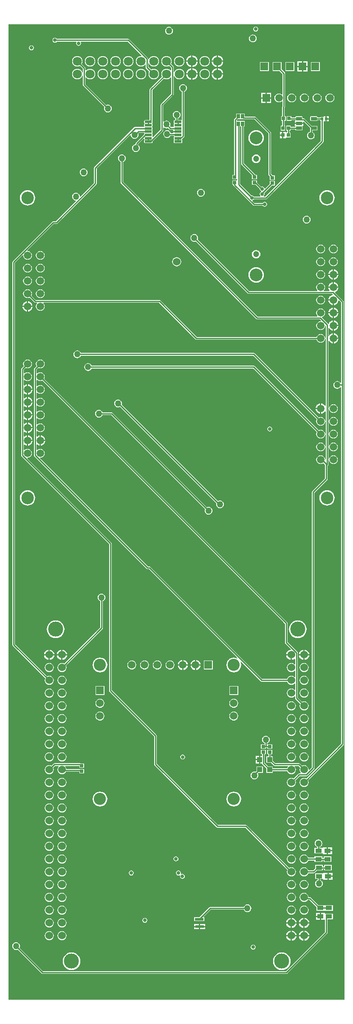
<source format=gbr>
G04 Layer_Physical_Order=1*
G04 Layer_Color=255*
%FSLAX26Y26*%
%MOIN*%
%TF.FileFunction,Copper,L1,Top,Signal*%
%TF.Part,Single*%
G01*
G75*
%TA.AperFunction,SMDPad,CuDef*%
%ADD10R,0.066929X0.019685*%
%ADD11R,0.070866X0.019685*%
%ADD12R,0.029528X0.025591*%
%ADD13R,0.020472X0.020472*%
G04:AMPARAMS|DCode=14|XSize=17.716mil|YSize=55.118mil|CornerRadius=1.949mil|HoleSize=0mil|Usage=FLASHONLY|Rotation=90.000|XOffset=0mil|YOffset=0mil|HoleType=Round|Shape=RoundedRectangle|*
%AMROUNDEDRECTD14*
21,1,0.017716,0.051221,0,0,90.0*
21,1,0.013819,0.055118,0,0,90.0*
1,1,0.003898,0.025610,0.006910*
1,1,0.003898,0.025610,-0.006910*
1,1,0.003898,-0.025610,-0.006910*
1,1,0.003898,-0.025610,0.006910*
%
%ADD14ROUNDEDRECTD14*%
%ADD15R,0.051181X0.033465*%
%ADD16R,0.025591X0.033465*%
%ADD17R,0.025591X0.029528*%
G04:AMPARAMS|DCode=18|XSize=25.591mil|YSize=47.244mil|CornerRadius=1.919mil|HoleSize=0mil|Usage=FLASHONLY|Rotation=90.000|XOffset=0mil|YOffset=0mil|HoleType=Round|Shape=RoundedRectangle|*
%AMROUNDEDRECTD18*
21,1,0.025591,0.043406,0,0,90.0*
21,1,0.021752,0.047244,0,0,90.0*
1,1,0.003839,0.021703,0.010876*
1,1,0.003839,0.021703,-0.010876*
1,1,0.003839,-0.021703,-0.010876*
1,1,0.003839,-0.021703,0.010876*
%
%ADD18ROUNDEDRECTD18*%
%ADD19R,0.039370X0.039370*%
%TA.AperFunction,Conductor*%
%ADD20C,0.010000*%
%TA.AperFunction,ComponentPad*%
%ADD21C,0.059055*%
%ADD22R,0.059055X0.059055*%
%ADD23C,0.100000*%
%ADD24C,0.047000*%
%ADD25C,0.070866*%
%ADD26C,0.060000*%
%ADD27C,0.118110*%
%ADD28R,0.059055X0.059055*%
%ADD29R,0.060000X0.060000*%
%TA.AperFunction,ViaPad*%
%ADD30C,0.060000*%
%TA.AperFunction,WasherPad*%
%ADD31C,0.098425*%
%ADD32C,0.095000*%
%TA.AperFunction,ViaPad*%
%ADD33C,0.050000*%
%ADD34C,0.027559*%
G36*
X-481Y7638499D02*
X-480Y-666D01*
X-2638480Y-666D01*
X-2638480Y7638500D01*
X-481Y7638499D01*
X-481Y7638499D02*
G37*
%LPC*%
G36*
X-2318000Y2035302D02*
X-2327137Y2034099D01*
X-2335651Y2030572D01*
X-2342962Y2024962D01*
X-2348572Y2017651D01*
X-2352099Y2009137D01*
X-2353302Y2000000D01*
X-2352099Y1990863D01*
X-2348572Y1982349D01*
X-2342962Y1975038D01*
X-2335651Y1969428D01*
X-2327137Y1965901D01*
X-2318000Y1964698D01*
X-2308863Y1965901D01*
X-2300349Y1969428D01*
X-2293038Y1975038D01*
X-2287428Y1982349D01*
X-2283901Y1990863D01*
X-2282698Y2000000D01*
X-2283901Y2009137D01*
X-2287428Y2017651D01*
X-2293038Y2024962D01*
X-2300349Y2030572D01*
X-2308863Y2034099D01*
X-2318000Y2035302D01*
X-2318000Y2035302D02*
G37*
G36*
X-418000Y2035302D02*
X-427137Y2034099D01*
X-435651Y2030572D01*
X-442962Y2024962D01*
X-448572Y2017651D01*
X-452099Y2009137D01*
X-453302Y2000000D01*
X-452099Y1990863D01*
X-448572Y1982349D01*
X-442962Y1975038D01*
X-435651Y1969428D01*
X-427137Y1965901D01*
X-418000Y1964698D01*
X-408863Y1965901D01*
X-400349Y1969428D01*
X-393038Y1975038D01*
X-387428Y1982349D01*
X-383901Y1990863D01*
X-382698Y2000000D01*
X-383901Y2009137D01*
X-387428Y2017651D01*
X-393038Y2024962D01*
X-400349Y2030572D01*
X-408863Y2034099D01*
X-418000Y2035302D01*
X-418000Y2035302D02*
G37*
G36*
X-2218000Y2035302D02*
X-2227137Y2034099D01*
X-2235651Y2030572D01*
X-2242962Y2024962D01*
X-2248572Y2017651D01*
X-2252099Y2009137D01*
X-2253302Y2000000D01*
X-2252099Y1990863D01*
X-2248572Y1982349D01*
X-2242962Y1975038D01*
X-2235651Y1969428D01*
X-2227137Y1965901D01*
X-2218000Y1964698D01*
X-2208863Y1965901D01*
X-2200349Y1969428D01*
X-2193038Y1975038D01*
X-2187428Y1982349D01*
X-2183901Y1990863D01*
X-2182698Y2000000D01*
X-2183901Y2009137D01*
X-2187428Y2017651D01*
X-2193038Y2024962D01*
X-2200349Y2030572D01*
X-2208863Y2034099D01*
X-2218000Y2035302D01*
X-2218000Y2035302D02*
G37*
G36*
X-618000Y2065259D02*
X-625832Y2064228D01*
X-633130Y2061205D01*
X-639396Y2056396D01*
X-644205Y2050129D01*
X-647228Y2042832D01*
X-648259Y2035000D01*
X-647228Y2027168D01*
X-644205Y2019871D01*
X-639396Y2013604D01*
X-633130Y2008795D01*
X-628196Y2006751D01*
X-628196Y1999449D01*
X-657764Y1999449D01*
X-657764Y1963858D01*
X-618236Y1963858D01*
X-618236Y1971458D01*
X-607764Y1971458D01*
X-607764Y1963858D01*
X-568236Y1963858D01*
X-568236Y1999449D01*
X-607764Y1999449D01*
X-607804Y2004432D01*
X-607804Y2006751D01*
X-602870Y2008795D01*
X-596604Y2013604D01*
X-591795Y2019871D01*
X-588772Y2027168D01*
X-587741Y2035000D01*
X-588772Y2042832D01*
X-591795Y2050129D01*
X-596604Y2056396D01*
X-602870Y2061205D01*
X-610168Y2064228D01*
X-618000Y2065259D01*
X-618000Y2065259D02*
G37*
G36*
X-318000Y1935302D02*
X-327137Y1934099D01*
X-335651Y1930572D01*
X-342962Y1924962D01*
X-348572Y1917651D01*
X-352099Y1909137D01*
X-353302Y1900000D01*
X-352099Y1890863D01*
X-348572Y1882349D01*
X-342962Y1875038D01*
X-335651Y1869428D01*
X-327137Y1865901D01*
X-318000Y1864698D01*
X-308863Y1865901D01*
X-300349Y1869428D01*
X-293038Y1875038D01*
X-287428Y1882349D01*
X-283901Y1890863D01*
X-282698Y1900000D01*
X-283901Y1909137D01*
X-287428Y1917651D01*
X-293038Y1924962D01*
X-300349Y1930572D01*
X-308863Y1934099D01*
X-318000Y1935302D01*
X-318000Y1935302D02*
G37*
G36*
X-1271000Y1918647D02*
X-1278327Y1917190D01*
X-1284539Y1913039D01*
X-1288690Y1906827D01*
X-1290147Y1899500D01*
X-1288690Y1892173D01*
X-1284539Y1885961D01*
X-1278327Y1881810D01*
X-1271000Y1880353D01*
X-1263673Y1881810D01*
X-1257461Y1885961D01*
X-1253310Y1892173D01*
X-1251853Y1899500D01*
X-1253310Y1906827D01*
X-1257461Y1913039D01*
X-1263673Y1917190D01*
X-1271000Y1918647D01*
X-1271000Y1918647D02*
G37*
G36*
X-672370Y1909055D02*
X-697055Y1909055D01*
X-697055Y1884371D01*
X-672370Y1884371D01*
X-672370Y1909055D01*
X-672370Y1909055D02*
G37*
G36*
X-318000Y2035302D02*
X-327137Y2034099D01*
X-335651Y2030572D01*
X-342962Y2024962D01*
X-348572Y2017651D01*
X-352099Y2009137D01*
X-353302Y2000000D01*
X-352099Y1990863D01*
X-348572Y1982349D01*
X-342962Y1975038D01*
X-335651Y1969428D01*
X-327137Y1965901D01*
X-318000Y1964698D01*
X-308863Y1965901D01*
X-300349Y1969428D01*
X-293038Y1975038D01*
X-287428Y1982349D01*
X-283901Y1990863D01*
X-282698Y2000000D01*
X-283901Y2009137D01*
X-287428Y2017651D01*
X-293038Y2024962D01*
X-300349Y2030572D01*
X-308863Y2034099D01*
X-318000Y2035302D01*
X-318000Y2035302D02*
G37*
G36*
X-2218000Y2235302D02*
X-2227137Y2234099D01*
X-2235651Y2230572D01*
X-2242962Y2224962D01*
X-2248572Y2217651D01*
X-2252099Y2209137D01*
X-2253302Y2200000D01*
X-2252099Y2190863D01*
X-2248572Y2182349D01*
X-2242962Y2175038D01*
X-2235651Y2169428D01*
X-2227137Y2165901D01*
X-2218000Y2164698D01*
X-2208863Y2165901D01*
X-2200349Y2169428D01*
X-2193038Y2175038D01*
X-2187428Y2182349D01*
X-2183901Y2190863D01*
X-2182698Y2200000D01*
X-2183901Y2209137D01*
X-2187428Y2217651D01*
X-2193038Y2224962D01*
X-2200349Y2230572D01*
X-2208863Y2234099D01*
X-2218000Y2235302D01*
X-2218000Y2235302D02*
G37*
G36*
X-2318000Y2235302D02*
X-2327137Y2234099D01*
X-2335651Y2230572D01*
X-2342962Y2224962D01*
X-2348572Y2217651D01*
X-2352099Y2209137D01*
X-2353302Y2200000D01*
X-2352099Y2190863D01*
X-2348572Y2182349D01*
X-2342962Y2175038D01*
X-2335651Y2169428D01*
X-2327137Y2165901D01*
X-2318000Y2164698D01*
X-2308863Y2165901D01*
X-2300349Y2169428D01*
X-2293038Y2175038D01*
X-2287428Y2182349D01*
X-2283901Y2190863D01*
X-2282698Y2200000D01*
X-2283901Y2209137D01*
X-2287428Y2217651D01*
X-2293038Y2224962D01*
X-2300349Y2230572D01*
X-2308863Y2234099D01*
X-2318000Y2235302D01*
X-2318000Y2235302D02*
G37*
G36*
X-318000Y2235302D02*
X-327137Y2234099D01*
X-335651Y2230572D01*
X-342962Y2224962D01*
X-348572Y2217651D01*
X-352099Y2209137D01*
X-353302Y2200000D01*
X-352099Y2190863D01*
X-348572Y2182349D01*
X-342962Y2175038D01*
X-335651Y2169428D01*
X-327137Y2165901D01*
X-318000Y2164698D01*
X-308863Y2165901D01*
X-300349Y2169428D01*
X-293038Y2175038D01*
X-287428Y2182349D01*
X-283901Y2190863D01*
X-282698Y2200000D01*
X-283901Y2209137D01*
X-287428Y2217651D01*
X-293038Y2224962D01*
X-300349Y2230572D01*
X-308863Y2234099D01*
X-318000Y2235302D01*
X-318000Y2235302D02*
G37*
G36*
X-418000Y2235302D02*
X-427137Y2234099D01*
X-435651Y2230572D01*
X-442962Y2224962D01*
X-448572Y2217651D01*
X-452099Y2209137D01*
X-453302Y2200000D01*
X-452099Y2190863D01*
X-448572Y2182349D01*
X-442962Y2175038D01*
X-435651Y2169428D01*
X-427137Y2165901D01*
X-418000Y2164698D01*
X-408863Y2165901D01*
X-400349Y2169428D01*
X-393038Y2175038D01*
X-387428Y2182349D01*
X-383901Y2190863D01*
X-382698Y2200000D01*
X-383901Y2209137D01*
X-387428Y2217651D01*
X-393038Y2224962D01*
X-400349Y2230572D01*
X-408863Y2234099D01*
X-418000Y2235302D01*
X-418000Y2235302D02*
G37*
G36*
X-2218000Y2135302D02*
X-2227137Y2134099D01*
X-2235651Y2130572D01*
X-2242962Y2124962D01*
X-2248572Y2117651D01*
X-2252099Y2109137D01*
X-2253302Y2100000D01*
X-2252099Y2090863D01*
X-2248572Y2082349D01*
X-2242962Y2075038D01*
X-2235651Y2069428D01*
X-2227137Y2065901D01*
X-2218000Y2064698D01*
X-2208863Y2065901D01*
X-2200349Y2069428D01*
X-2193038Y2075038D01*
X-2187428Y2082349D01*
X-2183901Y2090863D01*
X-2182698Y2100000D01*
X-2183901Y2109137D01*
X-2187428Y2117651D01*
X-2193038Y2124962D01*
X-2200349Y2130572D01*
X-2208863Y2134099D01*
X-2218000Y2135302D01*
X-2218000Y2135302D02*
G37*
G36*
X-2318000Y2135302D02*
X-2327137Y2134099D01*
X-2335651Y2130572D01*
X-2342962Y2124962D01*
X-2348572Y2117651D01*
X-2352099Y2109137D01*
X-2353302Y2100000D01*
X-2352099Y2090863D01*
X-2348572Y2082349D01*
X-2342962Y2075038D01*
X-2335651Y2069428D01*
X-2327137Y2065901D01*
X-2318000Y2064698D01*
X-2308863Y2065901D01*
X-2300349Y2069428D01*
X-2293038Y2075038D01*
X-2287428Y2082349D01*
X-2283901Y2090863D01*
X-2282698Y2100000D01*
X-2283901Y2109137D01*
X-2287428Y2117651D01*
X-2293038Y2124962D01*
X-2300349Y2130572D01*
X-2308863Y2134099D01*
X-2318000Y2135302D01*
X-2318000Y2135302D02*
G37*
G36*
X-318000Y2135302D02*
X-327137Y2134099D01*
X-335651Y2130572D01*
X-342962Y2124962D01*
X-348572Y2117651D01*
X-352099Y2109137D01*
X-353302Y2100000D01*
X-352099Y2090863D01*
X-348572Y2082349D01*
X-342962Y2075038D01*
X-335651Y2069428D01*
X-327137Y2065901D01*
X-318000Y2064698D01*
X-308863Y2065901D01*
X-300349Y2069428D01*
X-293038Y2075038D01*
X-287428Y2082349D01*
X-283901Y2090863D01*
X-282698Y2100000D01*
X-283901Y2109137D01*
X-287428Y2117651D01*
X-293038Y2124962D01*
X-300349Y2130572D01*
X-308863Y2134099D01*
X-318000Y2135302D01*
X-318000Y2135302D02*
G37*
G36*
X-418000Y2135302D02*
X-427137Y2134099D01*
X-435651Y2130572D01*
X-442962Y2124962D01*
X-448572Y2117651D01*
X-452099Y2109137D01*
X-453302Y2100000D01*
X-452099Y2090863D01*
X-448572Y2082349D01*
X-442962Y2075038D01*
X-435651Y2069428D01*
X-427137Y2065901D01*
X-418000Y2064698D01*
X-408863Y2065901D01*
X-400349Y2069428D01*
X-393038Y2075038D01*
X-387428Y2082349D01*
X-383901Y2090863D01*
X-382698Y2100000D01*
X-383901Y2109137D01*
X-387428Y2117651D01*
X-393038Y2124962D01*
X-400349Y2130572D01*
X-408863Y2134099D01*
X-418000Y2135302D01*
X-418000Y2135302D02*
G37*
G36*
X-418000Y1935302D02*
X-427137Y1934099D01*
X-435651Y1930572D01*
X-442962Y1924962D01*
X-448572Y1917651D01*
X-452099Y1909137D01*
X-453302Y1900000D01*
X-452099Y1890863D01*
X-448572Y1882349D01*
X-442962Y1875038D01*
X-435651Y1869428D01*
X-427137Y1865901D01*
X-418000Y1864698D01*
X-408863Y1865901D01*
X-400349Y1869428D01*
X-393038Y1875038D01*
X-387428Y1882349D01*
X-383901Y1890863D01*
X-382698Y1900000D01*
X-383901Y1909137D01*
X-387428Y1917651D01*
X-393038Y1924962D01*
X-400349Y1930572D01*
X-408863Y1934099D01*
X-418000Y1935302D01*
X-418000Y1935302D02*
G37*
G36*
X-869851Y1628174D02*
X-884862Y1626198D01*
X-898849Y1620404D01*
X-910861Y1611187D01*
X-920077Y1599176D01*
X-925871Y1585188D01*
X-927847Y1570178D01*
X-925871Y1555167D01*
X-920077Y1541179D01*
X-910861Y1529168D01*
X-898849Y1519951D01*
X-884862Y1514158D01*
X-869851Y1512181D01*
X-854841Y1514158D01*
X-840853Y1519951D01*
X-828842Y1529168D01*
X-819625Y1541179D01*
X-813831Y1555167D01*
X-811855Y1570178D01*
X-813831Y1585188D01*
X-819625Y1599176D01*
X-828842Y1611187D01*
X-840853Y1620404D01*
X-854841Y1626198D01*
X-869851Y1628174D01*
X-869851Y1628174D02*
G37*
G36*
X-1919851Y1628174D02*
X-1934862Y1626198D01*
X-1948849Y1620404D01*
X-1960861Y1611187D01*
X-1970077Y1599176D01*
X-1975871Y1585188D01*
X-1977847Y1570178D01*
X-1975871Y1555167D01*
X-1970077Y1541179D01*
X-1960861Y1529168D01*
X-1948849Y1519951D01*
X-1934862Y1514158D01*
X-1919851Y1512181D01*
X-1904841Y1514158D01*
X-1890853Y1519951D01*
X-1878842Y1529168D01*
X-1869625Y1541179D01*
X-1863831Y1555167D01*
X-1861855Y1570178D01*
X-1863831Y1585188D01*
X-1869625Y1599176D01*
X-1878842Y1611187D01*
X-1890853Y1620404D01*
X-1904841Y1626198D01*
X-1919851Y1628174D01*
X-1919851Y1628174D02*
G37*
G36*
X-2218000Y1635302D02*
X-2227137Y1634099D01*
X-2235651Y1630572D01*
X-2242962Y1624962D01*
X-2248572Y1617651D01*
X-2252099Y1609137D01*
X-2253302Y1600000D01*
X-2252099Y1590863D01*
X-2248572Y1582349D01*
X-2242962Y1575038D01*
X-2235651Y1569428D01*
X-2227137Y1565901D01*
X-2218000Y1564698D01*
X-2208863Y1565901D01*
X-2200349Y1569428D01*
X-2193038Y1575038D01*
X-2187428Y1582349D01*
X-2183901Y1590863D01*
X-2182698Y1600000D01*
X-2183901Y1609137D01*
X-2187428Y1617651D01*
X-2193038Y1624962D01*
X-2200349Y1630572D01*
X-2208863Y1634099D01*
X-2218000Y1635302D01*
X-2218000Y1635302D02*
G37*
G36*
X-2318000Y1635302D02*
X-2327137Y1634099D01*
X-2335651Y1630572D01*
X-2342962Y1624962D01*
X-2348572Y1617651D01*
X-2352099Y1609137D01*
X-2353302Y1600000D01*
X-2352099Y1590863D01*
X-2348572Y1582349D01*
X-2342962Y1575038D01*
X-2335651Y1569428D01*
X-2327137Y1565901D01*
X-2318000Y1564698D01*
X-2308863Y1565901D01*
X-2300349Y1569428D01*
X-2293038Y1575038D01*
X-2287428Y1582349D01*
X-2283901Y1590863D01*
X-2282698Y1600000D01*
X-2283901Y1609137D01*
X-2287428Y1617651D01*
X-2293038Y1624962D01*
X-2300349Y1630572D01*
X-2308863Y1634099D01*
X-2318000Y1635302D01*
X-2318000Y1635302D02*
G37*
G36*
X-2218000Y1535302D02*
X-2227137Y1534099D01*
X-2235651Y1530572D01*
X-2242962Y1524962D01*
X-2248572Y1517651D01*
X-2252099Y1509137D01*
X-2253302Y1500000D01*
X-2252099Y1490863D01*
X-2248572Y1482349D01*
X-2242962Y1475038D01*
X-2235651Y1469428D01*
X-2227137Y1465901D01*
X-2218000Y1464698D01*
X-2208863Y1465901D01*
X-2200349Y1469428D01*
X-2193038Y1475038D01*
X-2187428Y1482349D01*
X-2183901Y1490863D01*
X-2182698Y1500000D01*
X-2183901Y1509137D01*
X-2187428Y1517651D01*
X-2193038Y1524962D01*
X-2200349Y1530572D01*
X-2208863Y1534099D01*
X-2218000Y1535302D01*
X-2218000Y1535302D02*
G37*
G36*
X-2318000Y1535302D02*
X-2327137Y1534099D01*
X-2335651Y1530572D01*
X-2342962Y1524962D01*
X-2348572Y1517651D01*
X-2352099Y1509137D01*
X-2353302Y1500000D01*
X-2352099Y1490863D01*
X-2348572Y1482349D01*
X-2342962Y1475038D01*
X-2335651Y1469428D01*
X-2327137Y1465901D01*
X-2318000Y1464698D01*
X-2308863Y1465901D01*
X-2300349Y1469428D01*
X-2293038Y1475038D01*
X-2287428Y1482349D01*
X-2283901Y1490863D01*
X-2282698Y1500000D01*
X-2283901Y1509137D01*
X-2287428Y1517651D01*
X-2293038Y1524962D01*
X-2300349Y1530572D01*
X-2308863Y1534099D01*
X-2318000Y1535302D01*
X-2318000Y1535302D02*
G37*
G36*
X-318000Y1535302D02*
X-327137Y1534099D01*
X-335651Y1530572D01*
X-342962Y1524962D01*
X-348572Y1517651D01*
X-352099Y1509137D01*
X-353302Y1500000D01*
X-352099Y1490863D01*
X-348572Y1482349D01*
X-342962Y1475038D01*
X-335651Y1469428D01*
X-327137Y1465901D01*
X-318000Y1464698D01*
X-308863Y1465901D01*
X-300349Y1469428D01*
X-293038Y1475038D01*
X-287428Y1482349D01*
X-283901Y1490863D01*
X-282698Y1500000D01*
X-283901Y1509137D01*
X-287428Y1517651D01*
X-293038Y1524962D01*
X-300349Y1530572D01*
X-308863Y1534099D01*
X-318000Y1535302D01*
X-318000Y1535302D02*
G37*
G36*
X-418000Y1535302D02*
X-427137Y1534099D01*
X-435651Y1530572D01*
X-442962Y1524962D01*
X-448572Y1517651D01*
X-452099Y1509137D01*
X-453302Y1500000D01*
X-452099Y1490863D01*
X-448572Y1482349D01*
X-442962Y1475038D01*
X-435651Y1469428D01*
X-427137Y1465901D01*
X-418000Y1464698D01*
X-408863Y1465901D01*
X-400349Y1469428D01*
X-393038Y1475038D01*
X-387428Y1482349D01*
X-383901Y1490863D01*
X-382698Y1500000D01*
X-383901Y1509137D01*
X-387428Y1517651D01*
X-393038Y1524962D01*
X-400349Y1530572D01*
X-408863Y1534099D01*
X-418000Y1535302D01*
X-418000Y1535302D02*
G37*
G36*
X-418000Y1635302D02*
X-427137Y1634099D01*
X-435651Y1630572D01*
X-442962Y1624962D01*
X-448572Y1617651D01*
X-452099Y1609137D01*
X-453302Y1600000D01*
X-452099Y1590863D01*
X-448572Y1582349D01*
X-442962Y1575038D01*
X-435651Y1569428D01*
X-427137Y1565901D01*
X-418000Y1564698D01*
X-408863Y1565901D01*
X-400349Y1569428D01*
X-393038Y1575038D01*
X-387428Y1582349D01*
X-383901Y1590863D01*
X-382698Y1600000D01*
X-383901Y1609137D01*
X-387428Y1617651D01*
X-393038Y1624962D01*
X-400349Y1630572D01*
X-408863Y1634099D01*
X-418000Y1635302D01*
X-418000Y1635302D02*
G37*
G36*
X-672370Y1874371D02*
X-697055Y1874371D01*
X-697055Y1849685D01*
X-672370Y1849685D01*
X-672370Y1874371D01*
X-672370Y1874371D02*
G37*
G36*
X-2073315Y1850196D02*
X-2278000Y1850196D01*
X-2281902Y1849420D01*
X-2285210Y1847210D01*
X-2301408Y1831011D01*
X-2308863Y1834099D01*
X-2318000Y1835302D01*
X-2327137Y1834099D01*
X-2335651Y1830572D01*
X-2342962Y1824962D01*
X-2348572Y1817651D01*
X-2352099Y1809137D01*
X-2353302Y1800000D01*
X-2352099Y1790863D01*
X-2348572Y1782349D01*
X-2342962Y1775038D01*
X-2335651Y1769428D01*
X-2327137Y1765901D01*
X-2318000Y1764698D01*
X-2308863Y1765901D01*
X-2300349Y1769428D01*
X-2293038Y1775038D01*
X-2287428Y1782349D01*
X-2283901Y1790863D01*
X-2282698Y1800000D01*
X-2283901Y1809137D01*
X-2286989Y1816592D01*
X-2273777Y1829804D01*
X-2244430Y1829804D01*
X-2243349Y1826621D01*
X-2243084Y1824804D01*
X-2248572Y1817651D01*
X-2252099Y1809137D01*
X-2253302Y1800000D01*
X-2252099Y1790863D01*
X-2248572Y1782349D01*
X-2242962Y1775038D01*
X-2235651Y1769428D01*
X-2227137Y1765901D01*
X-2218000Y1764698D01*
X-2208863Y1765901D01*
X-2200349Y1769428D01*
X-2193038Y1775038D01*
X-2187428Y1782349D01*
X-2186753Y1783977D01*
X-2082764Y1783977D01*
X-2082764Y1770551D01*
X-2043236Y1770551D01*
X-2043236Y1806142D01*
X-2082764Y1806142D01*
X-2082764Y1804369D01*
X-2183273Y1804369D01*
X-2183901Y1809137D01*
X-2187428Y1817651D01*
X-2192916Y1824804D01*
X-2192651Y1826621D01*
X-2191570Y1829804D01*
X-2082764Y1829804D01*
X-2082764Y1813858D01*
X-2043236Y1813858D01*
X-2043236Y1849449D01*
X-2069559Y1849449D01*
X-2073315Y1850196D01*
X-2073315Y1850196D02*
G37*
G36*
X-2218000Y1935302D02*
X-2227137Y1934099D01*
X-2235651Y1930572D01*
X-2242962Y1924962D01*
X-2248572Y1917651D01*
X-2252099Y1909137D01*
X-2253302Y1900000D01*
X-2252099Y1890863D01*
X-2248572Y1882349D01*
X-2242962Y1875038D01*
X-2235651Y1869428D01*
X-2227137Y1865901D01*
X-2218000Y1864698D01*
X-2208863Y1865901D01*
X-2200349Y1869428D01*
X-2193038Y1875038D01*
X-2187428Y1882349D01*
X-2183901Y1890863D01*
X-2182698Y1900000D01*
X-2183901Y1909137D01*
X-2187428Y1917651D01*
X-2193038Y1924962D01*
X-2200349Y1930572D01*
X-2208863Y1934099D01*
X-2218000Y1935302D01*
X-2218000Y1935302D02*
G37*
G36*
X-2318000Y1935302D02*
X-2327137Y1934099D01*
X-2335651Y1930572D01*
X-2342962Y1924962D01*
X-2348572Y1917651D01*
X-2352099Y1909137D01*
X-2353302Y1900000D01*
X-2352099Y1890863D01*
X-2348572Y1882349D01*
X-2342962Y1875038D01*
X-2335651Y1869428D01*
X-2327137Y1865901D01*
X-2318000Y1864698D01*
X-2308863Y1865901D01*
X-2300349Y1869428D01*
X-2293038Y1875038D01*
X-2287428Y1882349D01*
X-2283901Y1890863D01*
X-2282698Y1900000D01*
X-2283901Y1909137D01*
X-2287428Y1917651D01*
X-2293038Y1924962D01*
X-2300349Y1930572D01*
X-2308863Y1934099D01*
X-2318000Y1935302D01*
X-2318000Y1935302D02*
G37*
G36*
X-2318000Y1735302D02*
X-2327137Y1734099D01*
X-2335651Y1730572D01*
X-2342962Y1724962D01*
X-2348572Y1717651D01*
X-2352099Y1709137D01*
X-2353302Y1700000D01*
X-2352099Y1690863D01*
X-2348572Y1682349D01*
X-2342962Y1675038D01*
X-2335651Y1669428D01*
X-2327137Y1665901D01*
X-2318000Y1664698D01*
X-2308863Y1665901D01*
X-2300349Y1669428D01*
X-2293038Y1675038D01*
X-2287428Y1682349D01*
X-2283901Y1690863D01*
X-2282698Y1700000D01*
X-2283901Y1709137D01*
X-2287428Y1717651D01*
X-2293038Y1724962D01*
X-2300349Y1730572D01*
X-2308863Y1734099D01*
X-2318000Y1735302D01*
X-2318000Y1735302D02*
G37*
G36*
X-318000Y1635302D02*
X-327137Y1634099D01*
X-335651Y1630572D01*
X-342962Y1624962D01*
X-348572Y1617651D01*
X-352099Y1609137D01*
X-353302Y1600000D01*
X-352099Y1590863D01*
X-348572Y1582349D01*
X-342962Y1575038D01*
X-335651Y1569428D01*
X-327137Y1565901D01*
X-318000Y1564698D01*
X-308863Y1565901D01*
X-300349Y1569428D01*
X-293038Y1575038D01*
X-287428Y1582349D01*
X-283901Y1590863D01*
X-282698Y1600000D01*
X-283901Y1609137D01*
X-287428Y1617651D01*
X-293038Y1624962D01*
X-300349Y1630572D01*
X-308863Y1634099D01*
X-318000Y1635302D01*
X-318000Y1635302D02*
G37*
G36*
X-642685Y1825315D02*
X-692055Y1825315D01*
X-692055Y1790364D01*
X-698770Y1783649D01*
X-700168Y1784228D01*
X-708000Y1785259D01*
X-715832Y1784228D01*
X-723130Y1781205D01*
X-729396Y1776396D01*
X-734205Y1770129D01*
X-737228Y1762832D01*
X-738259Y1755000D01*
X-737228Y1747168D01*
X-734205Y1739871D01*
X-729396Y1733604D01*
X-723130Y1728795D01*
X-715832Y1725772D01*
X-708000Y1724741D01*
X-700168Y1725772D01*
X-692870Y1728795D01*
X-686604Y1733604D01*
X-681795Y1739871D01*
X-678772Y1747168D01*
X-677741Y1755000D01*
X-678772Y1762832D01*
X-681795Y1770129D01*
X-682514Y1771067D01*
X-677636Y1775945D01*
X-642685Y1775945D01*
X-642685Y1825315D01*
X-642685Y1825315D02*
G37*
G36*
X-2218000Y1735302D02*
X-2227137Y1734099D01*
X-2235651Y1730572D01*
X-2242962Y1724962D01*
X-2248572Y1717651D01*
X-2252099Y1709137D01*
X-2253302Y1700000D01*
X-2252099Y1690863D01*
X-2248572Y1682349D01*
X-2242962Y1675038D01*
X-2235651Y1669428D01*
X-2227137Y1665901D01*
X-2218000Y1664698D01*
X-2208863Y1665901D01*
X-2200349Y1669428D01*
X-2193038Y1675038D01*
X-2187428Y1682349D01*
X-2183901Y1690863D01*
X-2182698Y1700000D01*
X-2183901Y1709137D01*
X-2187428Y1717651D01*
X-2193038Y1724962D01*
X-2200349Y1730572D01*
X-2208863Y1734099D01*
X-2218000Y1735302D01*
X-2218000Y1735302D02*
G37*
G36*
X-1569851Y2655003D02*
X-1578865Y2653816D01*
X-1587264Y2650337D01*
X-1594476Y2644803D01*
X-1600011Y2637590D01*
X-1603490Y2629191D01*
X-1604677Y2620178D01*
X-1603490Y2611164D01*
X-1600011Y2602765D01*
X-1594476Y2595552D01*
X-1587264Y2590018D01*
X-1578865Y2586539D01*
X-1569851Y2585352D01*
X-1560838Y2586539D01*
X-1552438Y2590018D01*
X-1545226Y2595552D01*
X-1539691Y2602765D01*
X-1536212Y2611164D01*
X-1535026Y2620178D01*
X-1536212Y2629191D01*
X-1539691Y2637590D01*
X-1545226Y2644803D01*
X-1552438Y2650337D01*
X-1560838Y2653816D01*
X-1569851Y2655003D01*
X-1569851Y2655003D02*
G37*
G36*
X-1669851Y2655003D02*
X-1678865Y2653816D01*
X-1687264Y2650337D01*
X-1694476Y2644803D01*
X-1700011Y2637590D01*
X-1703490Y2629191D01*
X-1704677Y2620178D01*
X-1703490Y2611164D01*
X-1700011Y2602765D01*
X-1694476Y2595552D01*
X-1687264Y2590018D01*
X-1678865Y2586539D01*
X-1669851Y2585352D01*
X-1660838Y2586539D01*
X-1652438Y2590018D01*
X-1645226Y2595552D01*
X-1639691Y2602765D01*
X-1636212Y2611164D01*
X-1635026Y2620178D01*
X-1636212Y2629191D01*
X-1639691Y2637590D01*
X-1645226Y2644803D01*
X-1652438Y2650337D01*
X-1660838Y2653816D01*
X-1669851Y2655003D01*
X-1669851Y2655003D02*
G37*
G36*
X-1369851Y2655003D02*
X-1378865Y2653816D01*
X-1387264Y2650337D01*
X-1394476Y2644803D01*
X-1400011Y2637590D01*
X-1403490Y2629191D01*
X-1404677Y2620178D01*
X-1403490Y2611164D01*
X-1400011Y2602765D01*
X-1394476Y2595552D01*
X-1387264Y2590018D01*
X-1378865Y2586539D01*
X-1369851Y2585352D01*
X-1360838Y2586539D01*
X-1352438Y2590018D01*
X-1345226Y2595552D01*
X-1339691Y2602765D01*
X-1336212Y2611164D01*
X-1335026Y2620178D01*
X-1336212Y2629191D01*
X-1339691Y2637590D01*
X-1345226Y2644803D01*
X-1352438Y2650337D01*
X-1360838Y2653816D01*
X-1369851Y2655003D01*
X-1369851Y2655003D02*
G37*
G36*
X-1469851Y2655003D02*
X-1478865Y2653816D01*
X-1487264Y2650337D01*
X-1494476Y2644803D01*
X-1500011Y2637590D01*
X-1503490Y2629191D01*
X-1504677Y2620178D01*
X-1503490Y2611164D01*
X-1500011Y2602765D01*
X-1494476Y2595552D01*
X-1487264Y2590018D01*
X-1478865Y2586539D01*
X-1469851Y2585352D01*
X-1460838Y2586539D01*
X-1452438Y2590018D01*
X-1445226Y2595552D01*
X-1439691Y2602765D01*
X-1436212Y2611164D01*
X-1435026Y2620178D01*
X-1436212Y2629191D01*
X-1439691Y2637590D01*
X-1445226Y2644803D01*
X-1452438Y2650337D01*
X-1460838Y2653816D01*
X-1469851Y2655003D01*
X-1469851Y2655003D02*
G37*
G36*
X-1174851Y2615178D02*
X-1209061Y2615178D01*
X-1208361Y2609859D01*
X-1204378Y2600243D01*
X-1198043Y2591986D01*
X-1189785Y2585650D01*
X-1180170Y2581668D01*
X-1174851Y2580967D01*
X-1174851Y2615178D01*
X-1174851Y2615178D02*
G37*
G36*
X-1274851Y2615178D02*
X-1309061Y2615178D01*
X-1308361Y2609859D01*
X-1304378Y2600243D01*
X-1298043Y2591986D01*
X-1289785Y2585650D01*
X-1280170Y2581668D01*
X-1274851Y2580967D01*
X-1274851Y2615178D01*
X-1274851Y2615178D02*
G37*
G36*
X-1130641Y2615178D02*
X-1164851Y2615178D01*
X-1164851Y2580967D01*
X-1159532Y2581668D01*
X-1149917Y2585650D01*
X-1141660Y2591986D01*
X-1135324Y2600243D01*
X-1131341Y2609859D01*
X-1130641Y2615178D01*
X-1130641Y2615178D02*
G37*
G36*
X-1230641Y2615178D02*
X-1264851Y2615178D01*
X-1264851Y2580967D01*
X-1259532Y2581668D01*
X-1249917Y2585650D01*
X-1241660Y2591986D01*
X-1235324Y2600243D01*
X-1231341Y2609859D01*
X-1230641Y2615178D01*
X-1230641Y2615178D02*
G37*
G36*
X-1035324Y2654705D02*
X-1104379Y2654705D01*
X-1104379Y2585650D01*
X-1035324Y2585650D01*
X-1035324Y2654705D01*
X-1035324Y2654705D02*
G37*
G36*
X-2323000Y2695000D02*
X-2357687Y2695000D01*
X-2356970Y2689558D01*
X-2352940Y2679827D01*
X-2346528Y2671472D01*
X-2338173Y2665060D01*
X-2328442Y2661030D01*
X-2323000Y2660313D01*
X-2323000Y2695000D01*
X-2323000Y2695000D02*
G37*
G36*
X-1908000Y3178759D02*
X-1915832Y3177728D01*
X-1923130Y3174705D01*
X-1929396Y3169896D01*
X-1934205Y3163629D01*
X-1937228Y3156332D01*
X-1938259Y3148500D01*
X-1937228Y3140668D01*
X-1934205Y3133371D01*
X-1929396Y3127104D01*
X-1923130Y3122295D01*
X-1918196Y3120251D01*
X-1918196Y2914223D01*
X-2201408Y2631011D01*
X-2208863Y2634099D01*
X-2218000Y2635302D01*
X-2227137Y2634099D01*
X-2235651Y2630572D01*
X-2242962Y2624962D01*
X-2248572Y2617651D01*
X-2252099Y2609137D01*
X-2253302Y2600000D01*
X-2252099Y2590863D01*
X-2248572Y2582349D01*
X-2242962Y2575038D01*
X-2235651Y2569428D01*
X-2227137Y2565901D01*
X-2218000Y2564698D01*
X-2208863Y2565901D01*
X-2200349Y2569428D01*
X-2193038Y2575038D01*
X-2187428Y2582349D01*
X-2183901Y2590863D01*
X-2182698Y2600000D01*
X-2183901Y2609137D01*
X-2186989Y2616592D01*
X-1900790Y2902790D01*
X-1898580Y2906098D01*
X-1897804Y2910000D01*
X-1897804Y3120251D01*
X-1892870Y3122295D01*
X-1886604Y3127104D01*
X-1881795Y3133371D01*
X-1878772Y3140668D01*
X-1877741Y3148500D01*
X-1878772Y3156332D01*
X-1881795Y3163629D01*
X-1886604Y3169896D01*
X-1892870Y3174705D01*
X-1900168Y3177728D01*
X-1908000Y3178759D01*
X-1908000Y3178759D02*
G37*
G36*
X-2143000Y369389D02*
X-2156537Y368056D01*
X-2169554Y364107D01*
X-2181551Y357695D01*
X-2192066Y349066D01*
X-2200695Y338551D01*
X-2207107Y326554D01*
X-2211056Y313537D01*
X-2212389Y300000D01*
X-2211056Y286463D01*
X-2207107Y273446D01*
X-2200695Y261449D01*
X-2192066Y250934D01*
X-2181551Y242305D01*
X-2169554Y235893D01*
X-2156537Y231944D01*
X-2143000Y230611D01*
X-2129463Y231944D01*
X-2116446Y235893D01*
X-2104449Y242305D01*
X-2093934Y250934D01*
X-2085305Y261449D01*
X-2078893Y273446D01*
X-2074944Y286463D01*
X-2073611Y300000D01*
X-2074944Y313537D01*
X-2078893Y326554D01*
X-2085305Y338551D01*
X-2093934Y349066D01*
X-2104449Y357695D01*
X-2116446Y364107D01*
X-2129463Y368056D01*
X-2143000Y369389D01*
X-2143000Y369389D02*
G37*
G36*
X-2223000Y2695000D02*
X-2257687Y2695000D01*
X-2256970Y2689558D01*
X-2252940Y2679827D01*
X-2246528Y2671472D01*
X-2238173Y2665060D01*
X-2228442Y2661030D01*
X-2223000Y2660313D01*
X-2223000Y2695000D01*
X-2223000Y2695000D02*
G37*
G36*
X-1174851Y2659388D02*
X-1180170Y2658688D01*
X-1189785Y2654705D01*
X-1198043Y2648369D01*
X-1204378Y2640112D01*
X-1208361Y2630496D01*
X-1209061Y2625178D01*
X-1174851Y2625178D01*
X-1174851Y2659388D01*
X-1174851Y2659388D02*
G37*
G36*
X-1274851Y2659388D02*
X-1280170Y2658688D01*
X-1289785Y2654705D01*
X-1298043Y2648369D01*
X-1304378Y2640112D01*
X-1308361Y2630496D01*
X-1309061Y2625178D01*
X-1274851Y2625178D01*
X-1274851Y2659388D01*
X-1274851Y2659388D02*
G37*
G36*
X-1164851Y2659388D02*
X-1164851Y2625178D01*
X-1130641Y2625178D01*
X-1131341Y2630496D01*
X-1135324Y2640112D01*
X-1141660Y2648369D01*
X-1149917Y2654705D01*
X-1159532Y2658688D01*
X-1164851Y2659388D01*
X-1164851Y2659388D02*
G37*
G36*
X-1264851Y2659388D02*
X-1264851Y2625178D01*
X-1230641Y2625178D01*
X-1231341Y2630496D01*
X-1235324Y2640112D01*
X-1241660Y2648369D01*
X-1249917Y2654705D01*
X-1259532Y2658688D01*
X-1264851Y2659388D01*
X-1264851Y2659388D02*
G37*
G36*
X-1919851Y2355003D02*
X-1928865Y2353816D01*
X-1937264Y2350337D01*
X-1944476Y2344803D01*
X-1950011Y2337590D01*
X-1953490Y2329191D01*
X-1954677Y2320178D01*
X-1953490Y2311164D01*
X-1950011Y2302765D01*
X-1944476Y2295552D01*
X-1937264Y2290018D01*
X-1928865Y2286539D01*
X-1919851Y2285352D01*
X-1910838Y2286539D01*
X-1902438Y2290018D01*
X-1895226Y2295552D01*
X-1889691Y2302765D01*
X-1886212Y2311164D01*
X-1885026Y2320178D01*
X-1886212Y2329191D01*
X-1889691Y2337590D01*
X-1895226Y2344803D01*
X-1902438Y2350337D01*
X-1910838Y2353816D01*
X-1919851Y2355003D01*
X-1919851Y2355003D02*
G37*
G36*
X-418000Y2335302D02*
X-427137Y2334099D01*
X-435651Y2330572D01*
X-442962Y2324962D01*
X-448572Y2317651D01*
X-452099Y2309137D01*
X-453302Y2300000D01*
X-452099Y2290863D01*
X-448572Y2282349D01*
X-442962Y2275038D01*
X-435651Y2269428D01*
X-427137Y2265901D01*
X-418000Y2264698D01*
X-408863Y2265901D01*
X-400349Y2269428D01*
X-393038Y2275038D01*
X-387428Y2282349D01*
X-383901Y2290863D01*
X-382698Y2300000D01*
X-383901Y2309137D01*
X-387428Y2317651D01*
X-393038Y2324962D01*
X-400349Y2330572D01*
X-408863Y2334099D01*
X-418000Y2335302D01*
X-418000Y2335302D02*
G37*
G36*
X-2318000Y2435302D02*
X-2327137Y2434099D01*
X-2335651Y2430572D01*
X-2342962Y2424962D01*
X-2348572Y2417651D01*
X-2352099Y2409137D01*
X-2353302Y2400000D01*
X-2352099Y2390863D01*
X-2348572Y2382349D01*
X-2342962Y2375038D01*
X-2335651Y2369428D01*
X-2327137Y2365901D01*
X-2318000Y2364698D01*
X-2308863Y2365901D01*
X-2300349Y2369428D01*
X-2293038Y2375038D01*
X-2287428Y2382349D01*
X-2283901Y2390863D01*
X-2282698Y2400000D01*
X-2283901Y2409137D01*
X-2287428Y2417651D01*
X-2293038Y2424962D01*
X-2300349Y2430572D01*
X-2308863Y2434099D01*
X-2318000Y2435302D01*
X-2318000Y2435302D02*
G37*
G36*
X-869851Y2355003D02*
X-878865Y2353816D01*
X-887264Y2350337D01*
X-894476Y2344803D01*
X-900011Y2337590D01*
X-903490Y2329191D01*
X-904677Y2320178D01*
X-903490Y2311164D01*
X-900011Y2302765D01*
X-894476Y2295552D01*
X-887264Y2290018D01*
X-878865Y2286539D01*
X-869851Y2285352D01*
X-860838Y2286539D01*
X-852438Y2290018D01*
X-845226Y2295552D01*
X-839691Y2302765D01*
X-836212Y2311164D01*
X-835026Y2320178D01*
X-836212Y2329191D01*
X-839691Y2337590D01*
X-845226Y2344803D01*
X-852438Y2350337D01*
X-860838Y2353816D01*
X-869851Y2355003D01*
X-869851Y2355003D02*
G37*
G36*
X-869851Y2255003D02*
X-878865Y2253816D01*
X-887264Y2250337D01*
X-894476Y2244803D01*
X-900011Y2237590D01*
X-903490Y2229191D01*
X-904677Y2220178D01*
X-903490Y2211164D01*
X-900011Y2202765D01*
X-894476Y2195552D01*
X-887264Y2190018D01*
X-878865Y2186539D01*
X-869851Y2185352D01*
X-860838Y2186539D01*
X-852438Y2190018D01*
X-845226Y2195552D01*
X-839691Y2202765D01*
X-836212Y2211164D01*
X-835026Y2220178D01*
X-836212Y2229191D01*
X-839691Y2237590D01*
X-845226Y2244803D01*
X-852438Y2250337D01*
X-860838Y2253816D01*
X-869851Y2255003D01*
X-869851Y2255003D02*
G37*
G36*
X-1919851Y2255003D02*
X-1928865Y2253816D01*
X-1937264Y2250337D01*
X-1944476Y2244803D01*
X-1950011Y2237590D01*
X-1953490Y2229191D01*
X-1954677Y2220178D01*
X-1953490Y2211164D01*
X-1950011Y2202765D01*
X-1944476Y2195552D01*
X-1937264Y2190018D01*
X-1928865Y2186539D01*
X-1919851Y2185352D01*
X-1910838Y2186539D01*
X-1902438Y2190018D01*
X-1895226Y2195552D01*
X-1889691Y2202765D01*
X-1886212Y2211164D01*
X-1885026Y2220178D01*
X-1886212Y2229191D01*
X-1889691Y2237590D01*
X-1895226Y2244803D01*
X-1902438Y2250337D01*
X-1910838Y2253816D01*
X-1919851Y2255003D01*
X-1919851Y2255003D02*
G37*
G36*
X-2218000Y2335302D02*
X-2227137Y2334099D01*
X-2235651Y2330572D01*
X-2242962Y2324962D01*
X-2248572Y2317651D01*
X-2252099Y2309137D01*
X-2253302Y2300000D01*
X-2252099Y2290863D01*
X-2248572Y2282349D01*
X-2242962Y2275038D01*
X-2235651Y2269428D01*
X-2227137Y2265901D01*
X-2218000Y2264698D01*
X-2208863Y2265901D01*
X-2200349Y2269428D01*
X-2193038Y2275038D01*
X-2187428Y2282349D01*
X-2183901Y2290863D01*
X-2182698Y2300000D01*
X-2183901Y2309137D01*
X-2187428Y2317651D01*
X-2193038Y2324962D01*
X-2200349Y2330572D01*
X-2208863Y2334099D01*
X-2218000Y2335302D01*
X-2218000Y2335302D02*
G37*
G36*
X-2318000Y2335302D02*
X-2327137Y2334099D01*
X-2335651Y2330572D01*
X-2342962Y2324962D01*
X-2348572Y2317651D01*
X-2352099Y2309137D01*
X-2353302Y2300000D01*
X-2352099Y2290863D01*
X-2348572Y2282349D01*
X-2342962Y2275038D01*
X-2335651Y2269428D01*
X-2327137Y2265901D01*
X-2318000Y2264698D01*
X-2308863Y2265901D01*
X-2300349Y2269428D01*
X-2293038Y2275038D01*
X-2287428Y2282349D01*
X-2283901Y2290863D01*
X-2282698Y2300000D01*
X-2283901Y2309137D01*
X-2287428Y2317651D01*
X-2293038Y2324962D01*
X-2300349Y2330572D01*
X-2308863Y2334099D01*
X-2318000Y2335302D01*
X-2318000Y2335302D02*
G37*
G36*
X-2218000Y2435302D02*
X-2227137Y2434099D01*
X-2235651Y2430572D01*
X-2242962Y2424962D01*
X-2248572Y2417651D01*
X-2252099Y2409137D01*
X-2253302Y2400000D01*
X-2252099Y2390863D01*
X-2248572Y2382349D01*
X-2242962Y2375038D01*
X-2235651Y2369428D01*
X-2227137Y2365901D01*
X-2218000Y2364698D01*
X-2208863Y2365901D01*
X-2200349Y2369428D01*
X-2193038Y2375038D01*
X-2187428Y2382349D01*
X-2183901Y2390863D01*
X-2182698Y2400000D01*
X-2183901Y2409137D01*
X-2187428Y2417651D01*
X-2193038Y2424962D01*
X-2200349Y2430572D01*
X-2208863Y2434099D01*
X-2218000Y2435302D01*
X-2218000Y2435302D02*
G37*
G36*
X-1919851Y2678174D02*
X-1934862Y2676198D01*
X-1948849Y2670404D01*
X-1960861Y2661187D01*
X-1970077Y2649176D01*
X-1975871Y2635188D01*
X-1977847Y2620178D01*
X-1975871Y2605167D01*
X-1970077Y2591180D01*
X-1960861Y2579168D01*
X-1948849Y2569951D01*
X-1934862Y2564158D01*
X-1919851Y2562181D01*
X-1904841Y2564158D01*
X-1890853Y2569951D01*
X-1878842Y2579168D01*
X-1869625Y2591180D01*
X-1863831Y2605167D01*
X-1861855Y2620178D01*
X-1863831Y2635188D01*
X-1869625Y2649176D01*
X-1878842Y2661187D01*
X-1890853Y2670404D01*
X-1904841Y2676198D01*
X-1919851Y2678174D01*
X-1919851Y2678174D02*
G37*
G36*
X-318000Y2535302D02*
X-327137Y2534099D01*
X-335651Y2530572D01*
X-342962Y2524962D01*
X-348572Y2517651D01*
X-352099Y2509137D01*
X-353302Y2500000D01*
X-352099Y2490863D01*
X-348572Y2482349D01*
X-342962Y2475038D01*
X-335651Y2469428D01*
X-327137Y2465901D01*
X-318000Y2464698D01*
X-308863Y2465901D01*
X-300349Y2469428D01*
X-293038Y2475038D01*
X-287428Y2482349D01*
X-283901Y2490863D01*
X-282698Y2500000D01*
X-283901Y2509137D01*
X-287428Y2517651D01*
X-293038Y2524962D01*
X-300349Y2530572D01*
X-308863Y2534099D01*
X-318000Y2535302D01*
X-318000Y2535302D02*
G37*
G36*
X-318000Y2635302D02*
X-327137Y2634099D01*
X-335651Y2630572D01*
X-342962Y2624962D01*
X-348572Y2617651D01*
X-352099Y2609137D01*
X-353302Y2600000D01*
X-352099Y2590863D01*
X-348572Y2582349D01*
X-342962Y2575038D01*
X-335651Y2569428D01*
X-327137Y2565901D01*
X-318000Y2564698D01*
X-308863Y2565901D01*
X-300349Y2569428D01*
X-293038Y2575038D01*
X-287428Y2582349D01*
X-283901Y2590863D01*
X-282698Y2600000D01*
X-283901Y2609137D01*
X-287428Y2617651D01*
X-293038Y2624962D01*
X-300349Y2630572D01*
X-308863Y2634099D01*
X-318000Y2635302D01*
X-318000Y2635302D02*
G37*
G36*
X-2318000Y2635302D02*
X-2327137Y2634099D01*
X-2335651Y2630572D01*
X-2342962Y2624962D01*
X-2348572Y2617651D01*
X-2352099Y2609137D01*
X-2353302Y2600000D01*
X-2352099Y2590863D01*
X-2348572Y2582349D01*
X-2342962Y2575038D01*
X-2335651Y2569428D01*
X-2327137Y2565901D01*
X-2318000Y2564698D01*
X-2308863Y2565901D01*
X-2300349Y2569428D01*
X-2293038Y2575038D01*
X-2287428Y2582349D01*
X-2283901Y2590863D01*
X-2282698Y2600000D01*
X-2283901Y2609137D01*
X-2287428Y2617651D01*
X-2293038Y2624962D01*
X-2300349Y2630572D01*
X-2308863Y2634099D01*
X-2318000Y2635302D01*
X-2318000Y2635302D02*
G37*
G36*
X-1885324Y2454705D02*
X-1954379Y2454705D01*
X-1954379Y2385650D01*
X-1885324Y2385650D01*
X-1885324Y2454705D01*
X-1885324Y2454705D02*
G37*
G36*
X-318000Y2435302D02*
X-327137Y2434099D01*
X-335651Y2430572D01*
X-342962Y2424962D01*
X-348572Y2417651D01*
X-352099Y2409137D01*
X-353302Y2400000D01*
X-352099Y2390863D01*
X-348572Y2382349D01*
X-342962Y2375038D01*
X-335651Y2369428D01*
X-327137Y2365901D01*
X-318000Y2364698D01*
X-308863Y2365901D01*
X-300349Y2369428D01*
X-293038Y2375038D01*
X-287428Y2382349D01*
X-283901Y2390863D01*
X-282698Y2400000D01*
X-283901Y2409137D01*
X-287428Y2417651D01*
X-293038Y2424962D01*
X-300349Y2430572D01*
X-308863Y2434099D01*
X-318000Y2435302D01*
X-318000Y2435302D02*
G37*
G36*
X-2218000Y2535302D02*
X-2227137Y2534099D01*
X-2235651Y2530572D01*
X-2242962Y2524962D01*
X-2248572Y2517651D01*
X-2252099Y2509137D01*
X-2253302Y2500000D01*
X-2252099Y2490863D01*
X-2248572Y2482349D01*
X-2242962Y2475038D01*
X-2235651Y2469428D01*
X-2227137Y2465901D01*
X-2218000Y2464698D01*
X-2208863Y2465901D01*
X-2200349Y2469428D01*
X-2193038Y2475038D01*
X-2187428Y2482349D01*
X-2183901Y2490863D01*
X-2182698Y2500000D01*
X-2183901Y2509137D01*
X-2187428Y2517651D01*
X-2193038Y2524962D01*
X-2200349Y2530572D01*
X-2208863Y2534099D01*
X-2218000Y2535302D01*
X-2218000Y2535302D02*
G37*
G36*
X-835324Y2454705D02*
X-904379Y2454705D01*
X-904379Y2385650D01*
X-835324Y2385650D01*
X-835324Y2454705D01*
X-835324Y2454705D02*
G37*
G36*
X-318000Y1435302D02*
X-327137Y1434099D01*
X-335651Y1430572D01*
X-342962Y1424962D01*
X-348572Y1417651D01*
X-352099Y1409137D01*
X-353302Y1400000D01*
X-352099Y1390863D01*
X-348572Y1382349D01*
X-342962Y1375038D01*
X-335651Y1369428D01*
X-327137Y1365901D01*
X-318000Y1364698D01*
X-308863Y1365901D01*
X-300349Y1369428D01*
X-293038Y1375038D01*
X-287428Y1382349D01*
X-283901Y1390863D01*
X-282698Y1400000D01*
X-283901Y1409137D01*
X-287428Y1417651D01*
X-293038Y1424962D01*
X-300349Y1430572D01*
X-308863Y1434099D01*
X-318000Y1435302D01*
X-318000Y1435302D02*
G37*
G36*
X-1568000Y639147D02*
X-1575327Y637690D01*
X-1581539Y633539D01*
X-1585690Y627327D01*
X-1587147Y620000D01*
X-1585690Y612673D01*
X-1581539Y606461D01*
X-1575327Y602310D01*
X-1568000Y600853D01*
X-1560673Y602310D01*
X-1554461Y606461D01*
X-1550310Y612673D01*
X-1548853Y620000D01*
X-1550310Y627327D01*
X-1554461Y633539D01*
X-1560673Y637690D01*
X-1568000Y639147D01*
X-1568000Y639147D02*
G37*
G36*
X-1095559Y590315D02*
X-1134024Y590315D01*
X-1134024Y575472D01*
X-1095559Y575472D01*
X-1095559Y590315D01*
X-1095559Y590315D02*
G37*
G36*
X-323000Y639687D02*
X-328442Y638971D01*
X-338173Y634940D01*
X-346528Y628528D01*
X-352940Y620173D01*
X-356971Y610442D01*
X-357687Y605000D01*
X-323000Y605000D01*
X-323000Y639687D01*
X-323000Y639687D02*
G37*
G36*
X-423000Y639687D02*
X-428442Y638971D01*
X-438173Y634940D01*
X-446528Y628528D01*
X-452940Y620173D01*
X-456971Y610442D01*
X-457687Y605000D01*
X-423000Y605000D01*
X-423000Y639687D01*
X-423000Y639687D02*
G37*
G36*
X-2318000Y635302D02*
X-2327137Y634099D01*
X-2335651Y630572D01*
X-2342962Y624962D01*
X-2348572Y617651D01*
X-2352099Y609137D01*
X-2353302Y600000D01*
X-2352099Y590863D01*
X-2348572Y582349D01*
X-2342962Y575038D01*
X-2335651Y569428D01*
X-2327137Y565901D01*
X-2318000Y564698D01*
X-2308863Y565901D01*
X-2300349Y569428D01*
X-2293038Y575038D01*
X-2287428Y582349D01*
X-2283901Y590863D01*
X-2282698Y600000D01*
X-2283901Y609137D01*
X-2287428Y617651D01*
X-2293038Y624962D01*
X-2300349Y630572D01*
X-2308863Y634099D01*
X-2318000Y635302D01*
X-2318000Y635302D02*
G37*
G36*
X-278313Y595000D02*
X-313000Y595000D01*
X-313000Y560313D01*
X-307558Y561029D01*
X-297827Y565060D01*
X-289472Y571472D01*
X-283060Y579827D01*
X-279029Y589558D01*
X-278313Y595000D01*
X-278313Y595000D02*
G37*
G36*
X-1144024Y590315D02*
X-1182488Y590315D01*
X-1182488Y575472D01*
X-1144024Y575472D01*
X-1144024Y590315D01*
X-1144024Y590315D02*
G37*
G36*
X-2218000Y635302D02*
X-2227137Y634099D01*
X-2235651Y630572D01*
X-2242962Y624962D01*
X-2248572Y617651D01*
X-2252099Y609137D01*
X-2253302Y600000D01*
X-2252099Y590863D01*
X-2248572Y582349D01*
X-2242962Y575038D01*
X-2235651Y569428D01*
X-2227137Y565901D01*
X-2218000Y564698D01*
X-2208863Y565901D01*
X-2200349Y569428D01*
X-2193038Y575038D01*
X-2187428Y582349D01*
X-2183901Y590863D01*
X-2182698Y600000D01*
X-2183901Y609137D01*
X-2187428Y617651D01*
X-2193038Y624962D01*
X-2200349Y630572D01*
X-2208863Y634099D01*
X-2218000Y635302D01*
X-2218000Y635302D02*
G37*
G36*
X-413000Y639687D02*
X-413000Y605000D01*
X-378313Y605000D01*
X-379029Y610442D01*
X-383060Y620173D01*
X-389472Y628528D01*
X-397827Y634940D01*
X-407558Y638971D01*
X-413000Y639687D01*
X-413000Y639687D02*
G37*
G36*
X-418000Y735302D02*
X-427137Y734099D01*
X-435651Y730572D01*
X-442962Y724962D01*
X-448572Y717651D01*
X-452099Y709137D01*
X-453302Y700000D01*
X-452099Y690863D01*
X-448572Y682349D01*
X-442962Y675038D01*
X-435651Y669428D01*
X-427137Y665901D01*
X-418000Y664698D01*
X-408863Y665901D01*
X-400349Y669428D01*
X-393038Y675038D01*
X-387428Y682349D01*
X-383901Y690863D01*
X-382698Y700000D01*
X-383901Y709137D01*
X-387428Y717651D01*
X-393038Y724962D01*
X-400349Y730572D01*
X-408863Y734099D01*
X-418000Y735302D01*
X-418000Y735302D02*
G37*
G36*
X-2218000Y735302D02*
X-2227137Y734099D01*
X-2235651Y730572D01*
X-2242962Y724962D01*
X-2248572Y717651D01*
X-2252099Y709137D01*
X-2253302Y700000D01*
X-2252099Y690863D01*
X-2248572Y682349D01*
X-2242962Y675038D01*
X-2235651Y669428D01*
X-2227137Y665901D01*
X-2218000Y664698D01*
X-2208863Y665901D01*
X-2200349Y669428D01*
X-2193038Y675038D01*
X-2187428Y682349D01*
X-2183901Y690863D01*
X-2182698Y700000D01*
X-2183901Y709137D01*
X-2187428Y717651D01*
X-2193038Y724962D01*
X-2200349Y730572D01*
X-2208863Y734099D01*
X-2218000Y735302D01*
X-2218000Y735302D02*
G37*
G36*
X-763000Y745259D02*
X-770832Y744228D01*
X-778130Y741205D01*
X-784396Y736396D01*
X-789205Y730129D01*
X-791249Y725196D01*
X-1055520Y725196D01*
X-1059421Y724420D01*
X-1062729Y722210D01*
X-1140569Y644370D01*
X-1181425Y644370D01*
X-1181425Y614685D01*
X-1100559Y614685D01*
X-1100559Y644370D01*
X-1105197Y644370D01*
X-1107111Y648990D01*
X-1051296Y704804D01*
X-791249Y704804D01*
X-789205Y699871D01*
X-784396Y693604D01*
X-778130Y688795D01*
X-770832Y685772D01*
X-763000Y684741D01*
X-755168Y685772D01*
X-747870Y688795D01*
X-741604Y693604D01*
X-736795Y699871D01*
X-733772Y707168D01*
X-732741Y715000D01*
X-733772Y722832D01*
X-736795Y730129D01*
X-741604Y736396D01*
X-747870Y741205D01*
X-755168Y744228D01*
X-763000Y745259D01*
X-763000Y745259D02*
G37*
G36*
X-318000Y735302D02*
X-327137Y734099D01*
X-335651Y730572D01*
X-342962Y724962D01*
X-348572Y717651D01*
X-352099Y709137D01*
X-353302Y700000D01*
X-352099Y690863D01*
X-348572Y682349D01*
X-342962Y675038D01*
X-335651Y669428D01*
X-327137Y665901D01*
X-318000Y664698D01*
X-308863Y665901D01*
X-300349Y669428D01*
X-293038Y675038D01*
X-287428Y682349D01*
X-283901Y690863D01*
X-282698Y700000D01*
X-283901Y709137D01*
X-287428Y717651D01*
X-293038Y724962D01*
X-300349Y730572D01*
X-308863Y734099D01*
X-318000Y735302D01*
X-318000Y735302D02*
G37*
G36*
X-194866Y645437D02*
X-225457Y645437D01*
X-225457Y623705D01*
X-194866Y623705D01*
X-194866Y645437D01*
X-194866Y645437D02*
G37*
G36*
X-313000Y639687D02*
X-313000Y605000D01*
X-278313Y605000D01*
X-279029Y610442D01*
X-283060Y620173D01*
X-289472Y628528D01*
X-297827Y634940D01*
X-307558Y638971D01*
X-313000Y639687D01*
X-313000Y639687D02*
G37*
G36*
X-2318000Y735302D02*
X-2327137Y734099D01*
X-2335651Y730572D01*
X-2342962Y724962D01*
X-2348572Y717651D01*
X-2352099Y709137D01*
X-2353302Y700000D01*
X-2352099Y690863D01*
X-2348572Y682349D01*
X-2342962Y675038D01*
X-2335651Y669428D01*
X-2327137Y665901D01*
X-2318000Y664698D01*
X-2308863Y665901D01*
X-2300349Y669428D01*
X-2293038Y675038D01*
X-2287428Y682349D01*
X-2283901Y690863D01*
X-2282698Y700000D01*
X-2283901Y709137D01*
X-2287428Y717651D01*
X-2293038Y724962D01*
X-2300349Y730572D01*
X-2308863Y734099D01*
X-2318000Y735302D01*
X-2318000Y735302D02*
G37*
G36*
X-194866Y677169D02*
X-225457Y677169D01*
X-225457Y655437D01*
X-194866Y655437D01*
X-194866Y677169D01*
X-194866Y677169D02*
G37*
G36*
X-278313Y495000D02*
X-313000Y495000D01*
X-313000Y460313D01*
X-307558Y461029D01*
X-297827Y465060D01*
X-289472Y471472D01*
X-283060Y479827D01*
X-279029Y489558D01*
X-278313Y495000D01*
X-278313Y495000D02*
G37*
G36*
X-378313Y495000D02*
X-413000Y495000D01*
X-413000Y460313D01*
X-407558Y461029D01*
X-397827Y465060D01*
X-389472Y471472D01*
X-383060Y479827D01*
X-379029Y489558D01*
X-378313Y495000D01*
X-378313Y495000D02*
G37*
G36*
X-2218000Y535302D02*
X-2227137Y534099D01*
X-2235651Y530572D01*
X-2242962Y524962D01*
X-2248572Y517651D01*
X-2252099Y509137D01*
X-2253302Y500000D01*
X-2252099Y490863D01*
X-2248572Y482349D01*
X-2242962Y475038D01*
X-2235651Y469428D01*
X-2227137Y465901D01*
X-2218000Y464698D01*
X-2208863Y465901D01*
X-2200349Y469428D01*
X-2193038Y475038D01*
X-2187428Y482349D01*
X-2183901Y490863D01*
X-2182698Y500000D01*
X-2183901Y509137D01*
X-2187428Y517651D01*
X-2193038Y524962D01*
X-2200349Y530572D01*
X-2208863Y534099D01*
X-2218000Y535302D01*
X-2218000Y535302D02*
G37*
G36*
X-2318000Y535302D02*
X-2327137Y534099D01*
X-2335651Y530572D01*
X-2342962Y524962D01*
X-2348572Y517651D01*
X-2352099Y509137D01*
X-2353302Y500000D01*
X-2352099Y490863D01*
X-2348572Y482349D01*
X-2342962Y475038D01*
X-2335651Y469428D01*
X-2327137Y465901D01*
X-2318000Y464698D01*
X-2308863Y465901D01*
X-2300349Y469428D01*
X-2293038Y475038D01*
X-2287428Y482349D01*
X-2283901Y490863D01*
X-2282698Y500000D01*
X-2283901Y509137D01*
X-2287428Y517651D01*
X-2293038Y524962D01*
X-2300349Y530572D01*
X-2308863Y534099D01*
X-2318000Y535302D01*
X-2318000Y535302D02*
G37*
G36*
X-718000Y429147D02*
X-725327Y427690D01*
X-731539Y423539D01*
X-735690Y417327D01*
X-737147Y410000D01*
X-735690Y402673D01*
X-731539Y396461D01*
X-725327Y392310D01*
X-718000Y390853D01*
X-710673Y392310D01*
X-704461Y396461D01*
X-700310Y402673D01*
X-698853Y410000D01*
X-700310Y417327D01*
X-704461Y423539D01*
X-710673Y427690D01*
X-718000Y429147D01*
X-718000Y429147D02*
G37*
G36*
X-493000Y369389D02*
X-506537Y368056D01*
X-519554Y364107D01*
X-531551Y357695D01*
X-542066Y349066D01*
X-550695Y338551D01*
X-557107Y326554D01*
X-561056Y313537D01*
X-562389Y300000D01*
X-561056Y286463D01*
X-557107Y273446D01*
X-550695Y261449D01*
X-542066Y250934D01*
X-531551Y242305D01*
X-519554Y235893D01*
X-506537Y231944D01*
X-493000Y230611D01*
X-479463Y231944D01*
X-466446Y235893D01*
X-454449Y242305D01*
X-443934Y250934D01*
X-435305Y261449D01*
X-428893Y273446D01*
X-424944Y286463D01*
X-423611Y300000D01*
X-424944Y313537D01*
X-428893Y326554D01*
X-435305Y338551D01*
X-443934Y349066D01*
X-454449Y357695D01*
X-466446Y364107D01*
X-479463Y368056D01*
X-493000Y369389D01*
X-493000Y369389D02*
G37*
G36*
X-323000Y495000D02*
X-357687Y495000D01*
X-356971Y489558D01*
X-352940Y479827D01*
X-346528Y471472D01*
X-338173Y465060D01*
X-328442Y461029D01*
X-323000Y460313D01*
X-323000Y495000D01*
X-323000Y495000D02*
G37*
G36*
X-423000Y495000D02*
X-457687Y495000D01*
X-456971Y489558D01*
X-452940Y479827D01*
X-446528Y471472D01*
X-438173Y465060D01*
X-428442Y461029D01*
X-423000Y460313D01*
X-423000Y495000D01*
X-423000Y495000D02*
G37*
G36*
X-423000Y539687D02*
X-428442Y538971D01*
X-438173Y534940D01*
X-446528Y528528D01*
X-452940Y520173D01*
X-456971Y510442D01*
X-457687Y505000D01*
X-423000Y505000D01*
X-423000Y539687D01*
X-423000Y539687D02*
G37*
G36*
X-423000Y595000D02*
X-457687Y595000D01*
X-456971Y589558D01*
X-452940Y579827D01*
X-446528Y571472D01*
X-438173Y565060D01*
X-428442Y561029D01*
X-423000Y560313D01*
X-423000Y595000D01*
X-423000Y595000D02*
G37*
G36*
X-1095559Y565472D02*
X-1134024Y565472D01*
X-1134024Y550630D01*
X-1095559Y550630D01*
X-1095559Y565472D01*
X-1095559Y565472D02*
G37*
G36*
X-378313Y595000D02*
X-413000Y595000D01*
X-413000Y560313D01*
X-407558Y561029D01*
X-397827Y565060D01*
X-389472Y571472D01*
X-383060Y579827D01*
X-379029Y589558D01*
X-378313Y595000D01*
X-378313Y595000D02*
G37*
G36*
X-323000Y595000D02*
X-357687Y595000D01*
X-356971Y589558D01*
X-352940Y579827D01*
X-346528Y571472D01*
X-338173Y565060D01*
X-328442Y561029D01*
X-323000Y560313D01*
X-323000Y595000D01*
X-323000Y595000D02*
G37*
G36*
X-413000Y539687D02*
X-413000Y505000D01*
X-378313Y505000D01*
X-379029Y510442D01*
X-383060Y520173D01*
X-389472Y528528D01*
X-397827Y534940D01*
X-407558Y538971D01*
X-413000Y539687D01*
X-413000Y539687D02*
G37*
G36*
X-323000Y539687D02*
X-328442Y538971D01*
X-338173Y534940D01*
X-346528Y528528D01*
X-352940Y520173D01*
X-356971Y510442D01*
X-357687Y505000D01*
X-323000Y505000D01*
X-323000Y539687D01*
X-323000Y539687D02*
G37*
G36*
X-1144024Y565472D02*
X-1182488Y565472D01*
X-1182488Y550630D01*
X-1144024Y550630D01*
X-1144024Y565472D01*
X-1144024Y565472D02*
G37*
G36*
X-313000Y539687D02*
X-313000Y505000D01*
X-278313Y505000D01*
X-279029Y510442D01*
X-283060Y520173D01*
X-289472Y528528D01*
X-297827Y534940D01*
X-307558Y538971D01*
X-313000Y539687D01*
X-313000Y539687D02*
G37*
G36*
X-318000Y835302D02*
X-327137Y834099D01*
X-335651Y830572D01*
X-342962Y824962D01*
X-348572Y817651D01*
X-352099Y809137D01*
X-353302Y800000D01*
X-352099Y790863D01*
X-348572Y782349D01*
X-342962Y775038D01*
X-335651Y769428D01*
X-327137Y765901D01*
X-318000Y764698D01*
X-308863Y765901D01*
X-300349Y769428D01*
X-293038Y775038D01*
X-288120Y781447D01*
X-277223Y781447D01*
X-220457Y724680D01*
X-220457Y695635D01*
X-159276Y695635D01*
X-159276Y707170D01*
X-153528Y707170D01*
X-153528Y695633D01*
X-92347Y695633D01*
X-92347Y739098D01*
X-153528Y739098D01*
X-153528Y727562D01*
X-159276Y727562D01*
X-159276Y739099D01*
X-206037Y739099D01*
X-265790Y798852D01*
X-269098Y801062D01*
X-273000Y801838D01*
X-282940Y801838D01*
X-283901Y809137D01*
X-287428Y817651D01*
X-293038Y824962D01*
X-300349Y830572D01*
X-308863Y834099D01*
X-318000Y835302D01*
X-318000Y835302D02*
G37*
G36*
X-2318000Y1235302D02*
X-2327137Y1234099D01*
X-2335651Y1230572D01*
X-2342962Y1224962D01*
X-2348572Y1217651D01*
X-2352099Y1209137D01*
X-2353302Y1200000D01*
X-2352099Y1190863D01*
X-2348572Y1182349D01*
X-2342962Y1175038D01*
X-2335651Y1169428D01*
X-2327137Y1165901D01*
X-2318000Y1164698D01*
X-2308863Y1165901D01*
X-2300349Y1169428D01*
X-2293038Y1175038D01*
X-2287428Y1182349D01*
X-2283901Y1190863D01*
X-2282698Y1200000D01*
X-2283901Y1209137D01*
X-2287428Y1217651D01*
X-2293038Y1224962D01*
X-2300349Y1230572D01*
X-2308863Y1234099D01*
X-2318000Y1235302D01*
X-2318000Y1235302D02*
G37*
G36*
X-99157Y1161185D02*
X-129748Y1161185D01*
X-129748Y1139452D01*
X-99157Y1139452D01*
X-99157Y1161185D01*
X-99157Y1161185D02*
G37*
G36*
X-418000Y1235302D02*
X-427137Y1234099D01*
X-435651Y1230572D01*
X-442962Y1224962D01*
X-448572Y1217651D01*
X-452099Y1209137D01*
X-453302Y1200000D01*
X-452099Y1190863D01*
X-448572Y1182349D01*
X-442962Y1175038D01*
X-435651Y1169428D01*
X-427137Y1165901D01*
X-418000Y1164698D01*
X-408863Y1165901D01*
X-400349Y1169428D01*
X-393038Y1175038D01*
X-387428Y1182349D01*
X-383901Y1190863D01*
X-382698Y1200000D01*
X-383901Y1209137D01*
X-387428Y1217651D01*
X-393038Y1224962D01*
X-400349Y1230572D01*
X-408863Y1234099D01*
X-418000Y1235302D01*
X-418000Y1235302D02*
G37*
G36*
X-2218000Y1235302D02*
X-2227137Y1234099D01*
X-2235651Y1230572D01*
X-2242962Y1224962D01*
X-2248572Y1217651D01*
X-2252099Y1209137D01*
X-2253302Y1200000D01*
X-2252099Y1190863D01*
X-2248572Y1182349D01*
X-2242962Y1175038D01*
X-2235651Y1169428D01*
X-2227137Y1165901D01*
X-2218000Y1164698D01*
X-2208863Y1165901D01*
X-2200349Y1169428D01*
X-2193038Y1175038D01*
X-2187428Y1182349D01*
X-2183901Y1190863D01*
X-2182698Y1200000D01*
X-2183901Y1209137D01*
X-2187428Y1217651D01*
X-2193038Y1224962D01*
X-2200349Y1230572D01*
X-2208863Y1234099D01*
X-2218000Y1235302D01*
X-2218000Y1235302D02*
G37*
G36*
X-318000Y1135302D02*
X-327137Y1134099D01*
X-335651Y1130572D01*
X-342962Y1124962D01*
X-348572Y1117651D01*
X-352099Y1109137D01*
X-353302Y1100000D01*
X-352099Y1090863D01*
X-348572Y1082349D01*
X-342962Y1075038D01*
X-335651Y1069428D01*
X-327137Y1065901D01*
X-318000Y1064698D01*
X-308863Y1065901D01*
X-300349Y1069428D01*
X-293038Y1075038D01*
X-287428Y1082349D01*
X-284340Y1089804D01*
X-236205Y1089804D01*
X-236205Y1077524D01*
X-175024Y1077524D01*
X-175024Y1089061D01*
X-165339Y1089061D01*
X-165339Y1077524D01*
X-104157Y1077524D01*
X-104157Y1120989D01*
X-165339Y1120989D01*
X-165339Y1109452D01*
X-175024Y1109452D01*
X-175024Y1120989D01*
X-236205Y1120989D01*
X-236205Y1110196D01*
X-284340Y1110196D01*
X-287428Y1117651D01*
X-293038Y1124962D01*
X-300349Y1130572D01*
X-308863Y1134099D01*
X-318000Y1135302D01*
X-318000Y1135302D02*
G37*
G36*
X-418000Y1135302D02*
X-427137Y1134099D01*
X-435651Y1130572D01*
X-442962Y1124962D01*
X-448572Y1117651D01*
X-452099Y1109137D01*
X-453302Y1100000D01*
X-452099Y1090863D01*
X-448572Y1082349D01*
X-442962Y1075038D01*
X-435651Y1069428D01*
X-427137Y1065901D01*
X-418000Y1064698D01*
X-408863Y1065901D01*
X-400349Y1069428D01*
X-393038Y1075038D01*
X-387428Y1082349D01*
X-383901Y1090863D01*
X-382698Y1100000D01*
X-383901Y1109137D01*
X-387428Y1117651D01*
X-393038Y1124962D01*
X-400349Y1130572D01*
X-408863Y1134099D01*
X-418000Y1135302D01*
X-418000Y1135302D02*
G37*
G36*
X-205614Y1253531D02*
X-213446Y1252500D01*
X-220744Y1249477D01*
X-227011Y1244668D01*
X-231819Y1238401D01*
X-234842Y1231103D01*
X-235873Y1223272D01*
X-234842Y1215440D01*
X-231819Y1208142D01*
X-227011Y1201875D01*
X-220744Y1197067D01*
X-215810Y1195023D01*
X-215810Y1187917D01*
X-236205Y1187917D01*
X-236205Y1144452D01*
X-175339Y1144452D01*
X-175024Y1144452D01*
X-170339Y1143692D01*
X-170339Y1139452D01*
X-139748Y1139452D01*
X-139748Y1166185D01*
X-139748Y1192917D01*
X-170339Y1192917D01*
X-170339Y1188677D01*
X-175024Y1187917D01*
X-175339Y1187917D01*
X-195418Y1187917D01*
X-195418Y1195023D01*
X-190485Y1197067D01*
X-184218Y1201875D01*
X-179409Y1208142D01*
X-176386Y1215440D01*
X-175355Y1223272D01*
X-176386Y1231103D01*
X-179409Y1238401D01*
X-184218Y1244668D01*
X-190485Y1249477D01*
X-197783Y1252500D01*
X-205614Y1253531D01*
X-205614Y1253531D02*
G37*
G36*
X-1323724Y1120372D02*
X-1331052Y1118914D01*
X-1337264Y1114764D01*
X-1341414Y1108552D01*
X-1342872Y1101224D01*
X-1341414Y1093897D01*
X-1337264Y1087685D01*
X-1331052Y1083534D01*
X-1323724Y1082077D01*
X-1316397Y1083534D01*
X-1310185Y1087685D01*
X-1306034Y1093897D01*
X-1304577Y1101224D01*
X-1306034Y1108552D01*
X-1310185Y1114764D01*
X-1316397Y1118914D01*
X-1323724Y1120372D01*
X-1323724Y1120372D02*
G37*
G36*
X-318000Y1235302D02*
X-327137Y1234099D01*
X-335651Y1230572D01*
X-342962Y1224962D01*
X-348572Y1217651D01*
X-352099Y1209137D01*
X-353302Y1200000D01*
X-352099Y1190863D01*
X-348572Y1182349D01*
X-342962Y1175038D01*
X-335651Y1169428D01*
X-327137Y1165901D01*
X-318000Y1164698D01*
X-308863Y1165901D01*
X-300349Y1169428D01*
X-293038Y1175038D01*
X-287428Y1182349D01*
X-283901Y1190863D01*
X-282698Y1200000D01*
X-283901Y1209137D01*
X-287428Y1217651D01*
X-293038Y1224962D01*
X-300349Y1230572D01*
X-308863Y1234099D01*
X-318000Y1235302D01*
X-318000Y1235302D02*
G37*
G36*
X-2318000Y1435302D02*
X-2327137Y1434099D01*
X-2335651Y1430572D01*
X-2342962Y1424962D01*
X-2348572Y1417651D01*
X-2352099Y1409137D01*
X-2353302Y1400000D01*
X-2352099Y1390863D01*
X-2348572Y1382349D01*
X-2342962Y1375038D01*
X-2335651Y1369428D01*
X-2327137Y1365901D01*
X-2318000Y1364698D01*
X-2308863Y1365901D01*
X-2300349Y1369428D01*
X-2293038Y1375038D01*
X-2287428Y1382349D01*
X-2283901Y1390863D01*
X-2282698Y1400000D01*
X-2283901Y1409137D01*
X-2287428Y1417651D01*
X-2293038Y1424962D01*
X-2300349Y1430572D01*
X-2308863Y1434099D01*
X-2318000Y1435302D01*
X-2318000Y1435302D02*
G37*
G36*
X-318000Y1335302D02*
X-327137Y1334099D01*
X-335651Y1330572D01*
X-342962Y1324962D01*
X-348572Y1317651D01*
X-352099Y1309137D01*
X-353302Y1300000D01*
X-352099Y1290863D01*
X-348572Y1282349D01*
X-342962Y1275038D01*
X-335651Y1269428D01*
X-327137Y1265901D01*
X-318000Y1264698D01*
X-308863Y1265901D01*
X-300349Y1269428D01*
X-293038Y1275038D01*
X-287428Y1282349D01*
X-283901Y1290863D01*
X-282698Y1300000D01*
X-283901Y1309137D01*
X-287428Y1317651D01*
X-293038Y1324962D01*
X-300349Y1330572D01*
X-308863Y1334099D01*
X-318000Y1335302D01*
X-318000Y1335302D02*
G37*
G36*
X-418000Y1435302D02*
X-427137Y1434099D01*
X-435651Y1430572D01*
X-442962Y1424962D01*
X-448572Y1417651D01*
X-452099Y1409137D01*
X-453302Y1400000D01*
X-452099Y1390863D01*
X-448572Y1382349D01*
X-442962Y1375038D01*
X-435651Y1369428D01*
X-427137Y1365901D01*
X-418000Y1364698D01*
X-408863Y1365901D01*
X-400349Y1369428D01*
X-393038Y1375038D01*
X-387428Y1382349D01*
X-383901Y1390863D01*
X-382698Y1400000D01*
X-383901Y1409137D01*
X-387428Y1417651D01*
X-393038Y1424962D01*
X-400349Y1430572D01*
X-408863Y1434099D01*
X-418000Y1435302D01*
X-418000Y1435302D02*
G37*
G36*
X-2218000Y1435302D02*
X-2227137Y1434099D01*
X-2235651Y1430572D01*
X-2242962Y1424962D01*
X-2248572Y1417651D01*
X-2252099Y1409137D01*
X-2253302Y1400000D01*
X-2252099Y1390863D01*
X-2248572Y1382349D01*
X-2242962Y1375038D01*
X-2235651Y1369428D01*
X-2227137Y1365901D01*
X-2218000Y1364698D01*
X-2208863Y1365901D01*
X-2200349Y1369428D01*
X-2193038Y1375038D01*
X-2187428Y1382349D01*
X-2183901Y1390863D01*
X-2182698Y1400000D01*
X-2183901Y1409137D01*
X-2187428Y1417651D01*
X-2193038Y1424962D01*
X-2200349Y1430572D01*
X-2208863Y1434099D01*
X-2218000Y1435302D01*
X-2218000Y1435302D02*
G37*
G36*
X-2318000Y1335302D02*
X-2327137Y1334099D01*
X-2335651Y1330572D01*
X-2342962Y1324962D01*
X-2348572Y1317651D01*
X-2352099Y1309137D01*
X-2353302Y1300000D01*
X-2352099Y1290863D01*
X-2348572Y1282349D01*
X-2342962Y1275038D01*
X-2335651Y1269428D01*
X-2327137Y1265901D01*
X-2318000Y1264698D01*
X-2308863Y1265901D01*
X-2300349Y1269428D01*
X-2293038Y1275038D01*
X-2287428Y1282349D01*
X-2283901Y1290863D01*
X-2282698Y1300000D01*
X-2283901Y1309137D01*
X-2287428Y1317651D01*
X-2293038Y1324962D01*
X-2300349Y1330572D01*
X-2308863Y1334099D01*
X-2318000Y1335302D01*
X-2318000Y1335302D02*
G37*
G36*
X-99157Y1192917D02*
X-129748Y1192917D01*
X-129748Y1171185D01*
X-99157Y1171185D01*
X-99157Y1192917D01*
X-99157Y1192917D02*
G37*
G36*
X-418000Y1335302D02*
X-427137Y1334099D01*
X-435651Y1330572D01*
X-442962Y1324962D01*
X-448572Y1317651D01*
X-452099Y1309137D01*
X-453302Y1300000D01*
X-452099Y1290863D01*
X-448572Y1282349D01*
X-442962Y1275038D01*
X-435651Y1269428D01*
X-427137Y1265901D01*
X-418000Y1264698D01*
X-408863Y1265901D01*
X-400349Y1269428D01*
X-393038Y1275038D01*
X-387428Y1282349D01*
X-383901Y1290863D01*
X-382698Y1300000D01*
X-383901Y1309137D01*
X-387428Y1317651D01*
X-393038Y1324962D01*
X-400349Y1330572D01*
X-408863Y1334099D01*
X-418000Y1335302D01*
X-418000Y1335302D02*
G37*
G36*
X-2218000Y1335302D02*
X-2227137Y1334099D01*
X-2235651Y1330572D01*
X-2242962Y1324962D01*
X-2248572Y1317651D01*
X-2252099Y1309137D01*
X-2253302Y1300000D01*
X-2252099Y1290863D01*
X-2248572Y1282349D01*
X-2242962Y1275038D01*
X-2235651Y1269428D01*
X-2227137Y1265901D01*
X-2218000Y1264698D01*
X-2208863Y1265901D01*
X-2200349Y1269428D01*
X-2193038Y1275038D01*
X-2187428Y1282349D01*
X-2183901Y1290863D01*
X-2182698Y1300000D01*
X-2183901Y1309137D01*
X-2187428Y1317651D01*
X-2193038Y1324962D01*
X-2200349Y1330572D01*
X-2208863Y1334099D01*
X-2218000Y1335302D01*
X-2218000Y1335302D02*
G37*
G36*
X-418000Y935302D02*
X-427137Y934099D01*
X-435651Y930572D01*
X-442962Y924962D01*
X-448572Y917651D01*
X-452099Y909137D01*
X-453302Y900000D01*
X-452099Y890863D01*
X-448572Y882349D01*
X-442962Y875038D01*
X-435651Y869428D01*
X-427137Y865901D01*
X-418000Y864698D01*
X-408863Y865901D01*
X-400349Y869428D01*
X-393038Y875038D01*
X-387428Y882349D01*
X-383901Y890863D01*
X-382698Y900000D01*
X-383901Y909137D01*
X-387428Y917651D01*
X-393038Y924962D01*
X-400349Y930572D01*
X-408863Y934099D01*
X-418000Y935302D01*
X-418000Y935302D02*
G37*
G36*
X-2218000Y935302D02*
X-2227137Y934099D01*
X-2235651Y930572D01*
X-2242962Y924962D01*
X-2248572Y917651D01*
X-2252099Y909137D01*
X-2253302Y900000D01*
X-2252099Y890863D01*
X-2248572Y882349D01*
X-2242962Y875038D01*
X-2235651Y869428D01*
X-2227137Y865901D01*
X-2218000Y864698D01*
X-2208863Y865901D01*
X-2200349Y869428D01*
X-2193038Y875038D01*
X-2187428Y882349D01*
X-2183901Y890863D01*
X-2182698Y900000D01*
X-2183901Y909137D01*
X-2187428Y917651D01*
X-2193038Y924962D01*
X-2200349Y930572D01*
X-2208863Y934099D01*
X-2218000Y935302D01*
X-2218000Y935302D02*
G37*
G36*
X-135810Y992131D02*
X-166401Y992131D01*
X-166401Y987889D01*
X-171087Y987130D01*
X-171401Y987130D01*
X-232268Y987130D01*
X-232268Y943665D01*
X-211873Y943665D01*
X-211873Y936560D01*
X-216807Y934516D01*
X-223073Y929707D01*
X-227882Y923440D01*
X-230905Y916143D01*
X-231936Y908311D01*
X-230905Y900479D01*
X-227882Y893182D01*
X-223073Y886915D01*
X-216807Y882106D01*
X-209509Y879083D01*
X-201677Y878052D01*
X-193846Y879083D01*
X-186548Y882106D01*
X-180281Y886915D01*
X-175472Y893182D01*
X-172449Y900479D01*
X-171418Y908311D01*
X-172449Y916143D01*
X-175472Y923440D01*
X-180281Y929707D01*
X-186548Y934516D01*
X-191481Y936560D01*
X-191481Y943665D01*
X-171401Y943665D01*
X-171087Y943665D01*
X-166401Y942906D01*
X-166401Y938666D01*
X-135810Y938666D01*
X-135810Y965399D01*
X-135810Y992131D01*
X-135810Y992131D02*
G37*
G36*
X-318000Y935302D02*
X-327137Y934099D01*
X-335651Y930572D01*
X-342962Y924962D01*
X-348572Y917651D01*
X-352099Y909137D01*
X-353302Y900000D01*
X-352099Y890863D01*
X-348572Y882349D01*
X-342962Y875038D01*
X-335651Y869428D01*
X-327137Y865901D01*
X-318000Y864698D01*
X-308863Y865901D01*
X-300349Y869428D01*
X-293038Y875038D01*
X-287428Y882349D01*
X-283901Y890863D01*
X-282698Y900000D01*
X-283901Y909137D01*
X-287428Y917651D01*
X-293038Y924962D01*
X-300349Y930572D01*
X-308863Y934099D01*
X-318000Y935302D01*
X-318000Y935302D02*
G37*
G36*
X-2218000Y835302D02*
X-2227137Y834099D01*
X-2235651Y830572D01*
X-2242962Y824962D01*
X-2248572Y817651D01*
X-2252099Y809137D01*
X-2253302Y800000D01*
X-2252099Y790863D01*
X-2248572Y782349D01*
X-2242962Y775038D01*
X-2235651Y769428D01*
X-2227137Y765901D01*
X-2218000Y764698D01*
X-2208863Y765901D01*
X-2200349Y769428D01*
X-2193038Y775038D01*
X-2187428Y782349D01*
X-2183901Y790863D01*
X-2182698Y800000D01*
X-2183901Y809137D01*
X-2187428Y817651D01*
X-2193038Y824962D01*
X-2200349Y830572D01*
X-2208863Y834099D01*
X-2218000Y835302D01*
X-2218000Y835302D02*
G37*
G36*
X-2318000Y835302D02*
X-2327137Y834099D01*
X-2335651Y830572D01*
X-2342962Y824962D01*
X-2348572Y817651D01*
X-2352099Y809137D01*
X-2353302Y800000D01*
X-2352099Y790863D01*
X-2348572Y782349D01*
X-2342962Y775038D01*
X-2335651Y769428D01*
X-2327137Y765901D01*
X-2318000Y764698D01*
X-2308863Y765901D01*
X-2300349Y769428D01*
X-2293038Y775038D01*
X-2287428Y782349D01*
X-2283901Y790863D01*
X-2282698Y800000D01*
X-2283901Y809137D01*
X-2287428Y817651D01*
X-2293038Y824962D01*
X-2300349Y830572D01*
X-2308863Y834099D01*
X-2318000Y835302D01*
X-2318000Y835302D02*
G37*
G36*
X-2318000Y935302D02*
X-2327137Y934099D01*
X-2335651Y930572D01*
X-2342962Y924962D01*
X-2348572Y917651D01*
X-2352099Y909137D01*
X-2353302Y900000D01*
X-2352099Y890863D01*
X-2348572Y882349D01*
X-2342962Y875038D01*
X-2335651Y869428D01*
X-2327137Y865901D01*
X-2318000Y864698D01*
X-2308863Y865901D01*
X-2300349Y869428D01*
X-2293038Y875038D01*
X-2287428Y882349D01*
X-2283901Y890863D01*
X-2282698Y900000D01*
X-2283901Y909137D01*
X-2287428Y917651D01*
X-2293038Y924962D01*
X-2300349Y930572D01*
X-2308863Y934099D01*
X-2318000Y935302D01*
X-2318000Y935302D02*
G37*
G36*
X-418000Y835302D02*
X-427137Y834099D01*
X-435651Y830572D01*
X-442962Y824962D01*
X-448572Y817651D01*
X-452099Y809137D01*
X-453302Y800000D01*
X-452099Y790863D01*
X-448572Y782349D01*
X-442962Y775038D01*
X-435651Y769428D01*
X-427137Y765901D01*
X-418000Y764698D01*
X-408863Y765901D01*
X-400349Y769428D01*
X-393038Y775038D01*
X-387428Y782349D01*
X-383901Y790863D01*
X-382698Y800000D01*
X-383901Y809137D01*
X-387428Y817651D01*
X-393038Y824962D01*
X-400349Y830572D01*
X-408863Y834099D01*
X-418000Y835302D01*
X-418000Y835302D02*
G37*
G36*
X-95220Y960399D02*
X-125810Y960399D01*
X-125810Y938666D01*
X-95220Y938666D01*
X-95220Y960399D01*
X-95220Y960399D02*
G37*
G36*
X-171087Y1054060D02*
X-232268Y1054060D01*
X-232268Y1025014D01*
X-247086Y1010196D01*
X-284340Y1010196D01*
X-287428Y1017651D01*
X-293038Y1024962D01*
X-300349Y1030572D01*
X-308863Y1034099D01*
X-318000Y1035302D01*
X-327137Y1034099D01*
X-335651Y1030572D01*
X-342962Y1024962D01*
X-348572Y1017651D01*
X-352099Y1009137D01*
X-353302Y1000000D01*
X-352099Y990863D01*
X-348572Y982349D01*
X-342962Y975038D01*
X-335651Y969428D01*
X-327137Y965901D01*
X-318000Y964698D01*
X-308863Y965901D01*
X-300349Y969428D01*
X-293038Y975038D01*
X-287428Y982349D01*
X-284340Y989804D01*
X-242863Y989804D01*
X-238961Y990580D01*
X-235653Y992790D01*
X-217848Y1010595D01*
X-171087Y1010595D01*
X-171087Y1022130D01*
X-161401Y1022130D01*
X-161401Y1010594D01*
X-100220Y1010594D01*
X-100220Y1054059D01*
X-161401Y1054059D01*
X-161401Y1042522D01*
X-171087Y1042522D01*
X-171087Y1054060D01*
X-171087Y1054060D02*
G37*
G36*
X-1674118Y1010136D02*
X-1681446Y1008678D01*
X-1687657Y1004528D01*
X-1691808Y998316D01*
X-1693265Y990988D01*
X-1691808Y983661D01*
X-1687657Y977449D01*
X-1681446Y973298D01*
X-1674118Y971841D01*
X-1666791Y973298D01*
X-1660579Y977449D01*
X-1656428Y983661D01*
X-1654971Y990988D01*
X-1656428Y998316D01*
X-1660579Y1004528D01*
X-1666791Y1008678D01*
X-1674118Y1010136D01*
X-1674118Y1010136D02*
G37*
G36*
X-2218000Y1135302D02*
X-2227137Y1134099D01*
X-2235651Y1130572D01*
X-2242962Y1124962D01*
X-2248572Y1117651D01*
X-2252099Y1109137D01*
X-2253302Y1100000D01*
X-2252099Y1090863D01*
X-2248572Y1082349D01*
X-2242962Y1075038D01*
X-2235651Y1069428D01*
X-2227137Y1065901D01*
X-2218000Y1064698D01*
X-2208863Y1065901D01*
X-2200349Y1069428D01*
X-2193038Y1075038D01*
X-2187428Y1082349D01*
X-2183901Y1090863D01*
X-2182698Y1100000D01*
X-2183901Y1109137D01*
X-2187428Y1117651D01*
X-2193038Y1124962D01*
X-2200349Y1130572D01*
X-2208863Y1134099D01*
X-2218000Y1135302D01*
X-2218000Y1135302D02*
G37*
G36*
X-2318000Y1135302D02*
X-2327137Y1134099D01*
X-2335651Y1130572D01*
X-2342962Y1124962D01*
X-2348572Y1117651D01*
X-2352099Y1109137D01*
X-2353302Y1100000D01*
X-2352099Y1090863D01*
X-2348572Y1082349D01*
X-2342962Y1075038D01*
X-2335651Y1069428D01*
X-2327137Y1065901D01*
X-2318000Y1064698D01*
X-2308863Y1065901D01*
X-2300349Y1069428D01*
X-2293038Y1075038D01*
X-2287428Y1082349D01*
X-2283901Y1090863D01*
X-2282698Y1100000D01*
X-2283901Y1109137D01*
X-2287428Y1117651D01*
X-2293038Y1124962D01*
X-2300349Y1130572D01*
X-2308863Y1134099D01*
X-2318000Y1135302D01*
X-2318000Y1135302D02*
G37*
G36*
X-2318000Y1035302D02*
X-2327137Y1034099D01*
X-2335651Y1030572D01*
X-2342962Y1024962D01*
X-2348572Y1017651D01*
X-2352099Y1009137D01*
X-2353302Y1000000D01*
X-2352099Y990863D01*
X-2348572Y982349D01*
X-2342962Y975038D01*
X-2335651Y969428D01*
X-2327137Y965901D01*
X-2318000Y964698D01*
X-2308863Y965901D01*
X-2300349Y969428D01*
X-2293038Y975038D01*
X-2287428Y982349D01*
X-2283901Y990863D01*
X-2282698Y1000000D01*
X-2283901Y1009137D01*
X-2287428Y1017651D01*
X-2293038Y1024962D01*
X-2300349Y1030572D01*
X-2308863Y1034099D01*
X-2318000Y1035302D01*
X-2318000Y1035302D02*
G37*
G36*
X-1304039Y1010136D02*
X-1311367Y1008678D01*
X-1317579Y1004528D01*
X-1321729Y998316D01*
X-1323187Y990988D01*
X-1321729Y983661D01*
X-1317579Y977449D01*
X-1311367Y973298D01*
X-1304039Y971841D01*
X-1296712Y973298D01*
X-1295301Y974241D01*
X-1291038Y971076D01*
X-1292147Y965500D01*
X-1290690Y958173D01*
X-1286539Y951961D01*
X-1280327Y947810D01*
X-1273000Y946353D01*
X-1265673Y947810D01*
X-1259461Y951961D01*
X-1255310Y958173D01*
X-1253853Y965500D01*
X-1255310Y972827D01*
X-1259461Y979039D01*
X-1265673Y983190D01*
X-1273000Y984647D01*
X-1280327Y983190D01*
X-1281738Y982247D01*
X-1286001Y985412D01*
X-1284892Y990988D01*
X-1286350Y998316D01*
X-1290500Y1004528D01*
X-1296712Y1008678D01*
X-1304039Y1010136D01*
X-1304039Y1010136D02*
G37*
G36*
X-95220Y992131D02*
X-125810Y992131D01*
X-125810Y970399D01*
X-95220Y970399D01*
X-95220Y992131D01*
X-95220Y992131D02*
G37*
G36*
X-2218000Y1035302D02*
X-2227137Y1034099D01*
X-2235651Y1030572D01*
X-2242962Y1024962D01*
X-2248572Y1017651D01*
X-2252099Y1009137D01*
X-2253302Y1000000D01*
X-2252099Y990863D01*
X-2248572Y982349D01*
X-2242962Y975038D01*
X-2235651Y969428D01*
X-2227137Y965901D01*
X-2218000Y964698D01*
X-2208863Y965901D01*
X-2200349Y969428D01*
X-2193038Y975038D01*
X-2187428Y982349D01*
X-2183901Y990863D01*
X-2182698Y1000000D01*
X-2183901Y1009137D01*
X-2187428Y1017651D01*
X-2193038Y1024962D01*
X-2200349Y1030572D01*
X-2208863Y1034099D01*
X-2218000Y1035302D01*
X-2218000Y1035302D02*
G37*
G36*
X-323000Y2695000D02*
X-357687Y2695000D01*
X-356971Y2689558D01*
X-352940Y2679827D01*
X-346528Y2671472D01*
X-338173Y2665060D01*
X-328442Y2661030D01*
X-323000Y2660313D01*
X-323000Y2695000D01*
X-323000Y2695000D02*
G37*
G36*
X-216001Y7096325D02*
X-225014Y7095139D01*
X-233413Y7091660D01*
X-240626Y7086125D01*
X-246160Y7078913D01*
X-249639Y7070514D01*
X-250826Y7061500D01*
X-249639Y7052487D01*
X-246160Y7044087D01*
X-240626Y7036875D01*
X-233413Y7031340D01*
X-225014Y7027861D01*
X-216001Y7026675D01*
X-206987Y7027861D01*
X-198588Y7031340D01*
X-191375Y7036875D01*
X-185841Y7044087D01*
X-182362Y7052487D01*
X-181175Y7061500D01*
X-182362Y7070514D01*
X-185841Y7078913D01*
X-191375Y7086125D01*
X-198588Y7091660D01*
X-206987Y7095139D01*
X-216001Y7096325D01*
X-216001Y7096325D02*
G37*
G36*
X-316001Y7096325D02*
X-325014Y7095139D01*
X-333413Y7091660D01*
X-340626Y7086125D01*
X-346160Y7078913D01*
X-349639Y7070514D01*
X-350826Y7061500D01*
X-349639Y7052487D01*
X-346160Y7044087D01*
X-340626Y7036875D01*
X-333413Y7031340D01*
X-325014Y7027861D01*
X-316001Y7026675D01*
X-306987Y7027861D01*
X-298588Y7031340D01*
X-291375Y7036875D01*
X-285841Y7044087D01*
X-282362Y7052487D01*
X-281175Y7061500D01*
X-282362Y7070514D01*
X-285841Y7078913D01*
X-291375Y7086125D01*
X-298588Y7091660D01*
X-306987Y7095139D01*
X-316001Y7096325D01*
X-316001Y7096325D02*
G37*
G36*
X-621001Y7101028D02*
X-655528Y7101028D01*
X-655528Y7066500D01*
X-621001Y7066500D01*
X-621001Y7101028D01*
X-621001Y7101028D02*
G37*
G36*
X-116001Y7096325D02*
X-125014Y7095139D01*
X-133413Y7091660D01*
X-140626Y7086125D01*
X-146160Y7078913D01*
X-149639Y7070514D01*
X-150826Y7061500D01*
X-149639Y7052487D01*
X-146160Y7044087D01*
X-140626Y7036875D01*
X-133413Y7031340D01*
X-125014Y7027861D01*
X-116001Y7026675D01*
X-106987Y7027861D01*
X-98588Y7031340D01*
X-91375Y7036875D01*
X-85841Y7044087D01*
X-82362Y7052487D01*
X-81175Y7061500D01*
X-82362Y7070514D01*
X-85841Y7078913D01*
X-91375Y7086125D01*
X-98588Y7091660D01*
X-106987Y7095139D01*
X-116001Y7096325D01*
X-116001Y7096325D02*
G37*
G36*
X-621001Y7056500D02*
X-655528Y7056500D01*
X-655528Y7021973D01*
X-621001Y7021973D01*
X-621001Y7056500D01*
X-621001Y7056500D02*
G37*
G36*
X-124496Y6917413D02*
X-139732Y6917413D01*
X-139732Y6902177D01*
X-124496Y6902177D01*
X-124496Y6917413D01*
X-124496Y6917413D02*
G37*
G36*
X-416001Y7096325D02*
X-425014Y7095139D01*
X-433413Y7091660D01*
X-440626Y7086125D01*
X-446160Y7078913D01*
X-449639Y7070514D01*
X-450826Y7061500D01*
X-449639Y7052487D01*
X-446160Y7044087D01*
X-440626Y7036875D01*
X-433413Y7031340D01*
X-425014Y7027861D01*
X-416001Y7026675D01*
X-406987Y7027861D01*
X-398588Y7031340D01*
X-391375Y7036875D01*
X-385841Y7044087D01*
X-382362Y7052487D01*
X-381175Y7061500D01*
X-382362Y7070514D01*
X-385841Y7078913D01*
X-391375Y7086125D01*
X-398588Y7091660D01*
X-406987Y7095139D01*
X-416001Y7096325D01*
X-416001Y7096325D02*
G37*
G36*
X-576473Y7056500D02*
X-611001Y7056500D01*
X-611001Y7021973D01*
X-576473Y7021973D01*
X-576473Y7056500D01*
X-576473Y7056500D02*
G37*
G36*
X-576473Y7101028D02*
X-611001Y7101028D01*
X-611001Y7066500D01*
X-576473Y7066500D01*
X-576473Y7101028D01*
X-576473Y7101028D02*
G37*
G36*
X-1898000Y7289282D02*
X-1908555Y7287892D01*
X-1918391Y7283818D01*
X-1926837Y7277337D01*
X-1933318Y7268891D01*
X-1937392Y7259055D01*
X-1938782Y7248500D01*
X-1937392Y7237945D01*
X-1933318Y7228109D01*
X-1926837Y7219663D01*
X-1918391Y7213182D01*
X-1908555Y7209108D01*
X-1898000Y7207718D01*
X-1887445Y7209108D01*
X-1877609Y7213182D01*
X-1869163Y7219663D01*
X-1862682Y7228109D01*
X-1858608Y7237945D01*
X-1857218Y7248500D01*
X-1858608Y7259055D01*
X-1862682Y7268891D01*
X-1869163Y7277337D01*
X-1877609Y7283818D01*
X-1887445Y7287892D01*
X-1898000Y7289282D01*
X-1898000Y7289282D02*
G37*
G36*
X-952833Y7243500D02*
X-993000Y7243500D01*
X-993000Y7203333D01*
X-986140Y7204236D01*
X-975087Y7208814D01*
X-965597Y7216097D01*
X-958314Y7225587D01*
X-953736Y7236640D01*
X-952833Y7243500D01*
X-952833Y7243500D02*
G37*
G36*
X-1698000Y7289282D02*
X-1708555Y7287892D01*
X-1718391Y7283818D01*
X-1726837Y7277337D01*
X-1733318Y7268891D01*
X-1737392Y7259055D01*
X-1738782Y7248500D01*
X-1737392Y7237945D01*
X-1733318Y7228109D01*
X-1726837Y7219663D01*
X-1718391Y7213182D01*
X-1708555Y7209108D01*
X-1698000Y7207718D01*
X-1687445Y7209108D01*
X-1677609Y7213182D01*
X-1669163Y7219663D01*
X-1662682Y7228109D01*
X-1658608Y7237945D01*
X-1657218Y7248500D01*
X-1658608Y7259055D01*
X-1662682Y7268891D01*
X-1669163Y7277337D01*
X-1677609Y7283818D01*
X-1687445Y7287892D01*
X-1698000Y7289282D01*
X-1698000Y7289282D02*
G37*
G36*
X-1798000Y7289282D02*
X-1808555Y7287892D01*
X-1818391Y7283818D01*
X-1826837Y7277337D01*
X-1833318Y7268891D01*
X-1837392Y7259055D01*
X-1838782Y7248500D01*
X-1837392Y7237945D01*
X-1833318Y7228109D01*
X-1826837Y7219663D01*
X-1818391Y7213182D01*
X-1808555Y7209108D01*
X-1798000Y7207718D01*
X-1787445Y7209108D01*
X-1777609Y7213182D01*
X-1769163Y7219663D01*
X-1762682Y7228109D01*
X-1758608Y7237945D01*
X-1757218Y7248500D01*
X-1758608Y7259055D01*
X-1762682Y7268891D01*
X-1769163Y7277337D01*
X-1777609Y7283818D01*
X-1787445Y7287892D01*
X-1798000Y7289282D01*
X-1798000Y7289282D02*
G37*
G36*
X-1203000Y7243500D02*
X-1243167Y7243500D01*
X-1242264Y7236640D01*
X-1237686Y7225587D01*
X-1230403Y7216097D01*
X-1220912Y7208814D01*
X-1209860Y7204236D01*
X-1203000Y7203333D01*
X-1203000Y7243500D01*
X-1203000Y7243500D02*
G37*
G36*
X-495481Y7342176D02*
X-565481Y7342176D01*
X-565481Y7272176D01*
X-509900Y7272176D01*
X-486669Y7248945D01*
X-486669Y7087723D01*
X-489724Y7086686D01*
X-491669Y7086351D01*
X-498588Y7091660D01*
X-506987Y7095139D01*
X-516001Y7096325D01*
X-525014Y7095139D01*
X-533413Y7091660D01*
X-540626Y7086125D01*
X-546160Y7078913D01*
X-549639Y7070514D01*
X-550826Y7061500D01*
X-549639Y7052487D01*
X-546160Y7044087D01*
X-540626Y7036875D01*
X-533413Y7031340D01*
X-525014Y7027861D01*
X-516001Y7026675D01*
X-506987Y7027861D01*
X-498588Y7031340D01*
X-491669Y7036650D01*
X-489724Y7036314D01*
X-486669Y7035277D01*
X-486669Y6999223D01*
X-486863Y6999029D01*
X-489073Y6995721D01*
X-489849Y6991819D01*
X-489849Y6919764D01*
X-497449Y6919764D01*
X-497449Y6880236D01*
X-489849Y6880236D01*
X-489849Y6844764D01*
X-502449Y6844764D01*
X-502449Y6805236D01*
X-466858Y6805236D01*
X-466858Y6844764D01*
X-469458Y6844764D01*
X-469458Y6880236D01*
X-461858Y6880236D01*
X-461858Y6919764D01*
X-469458Y6919764D01*
X-469458Y6987596D01*
X-469263Y6987790D01*
X-467053Y6991098D01*
X-466277Y6995000D01*
X-466277Y7253169D01*
X-467053Y7257070D01*
X-469263Y7260378D01*
X-495481Y7286596D01*
X-495481Y7342176D01*
X-495481Y7342176D02*
G37*
G36*
X-1152833Y7243500D02*
X-1193000Y7243500D01*
X-1193000Y7203333D01*
X-1186140Y7204236D01*
X-1175088Y7208814D01*
X-1165597Y7216097D01*
X-1158314Y7225587D01*
X-1153736Y7236640D01*
X-1152833Y7243500D01*
X-1152833Y7243500D02*
G37*
G36*
X-1003000Y7243500D02*
X-1043167Y7243500D01*
X-1042264Y7236640D01*
X-1037686Y7225587D01*
X-1030403Y7216097D01*
X-1020913Y7208814D01*
X-1009860Y7204236D01*
X-1003000Y7203333D01*
X-1003000Y7243500D01*
X-1003000Y7243500D02*
G37*
G36*
X-783472Y6938776D02*
X-852528Y6938776D01*
X-852528Y6909730D01*
X-864737Y6897521D01*
X-866947Y6894213D01*
X-867723Y6890311D01*
X-867723Y6459449D01*
X-882764Y6459449D01*
X-882764Y6423858D01*
X-844427Y6423858D01*
X-842232Y6420000D01*
X-844427Y6416142D01*
X-882764Y6416142D01*
X-882764Y6380551D01*
X-873196Y6380551D01*
X-873196Y6379871D01*
X-872420Y6375969D01*
X-870210Y6372661D01*
X-718839Y6221290D01*
X-715531Y6219080D01*
X-711629Y6218304D01*
X-643773Y6218304D01*
X-641539Y6214961D01*
X-635327Y6210810D01*
X-628000Y6209353D01*
X-620673Y6210810D01*
X-614461Y6214961D01*
X-610310Y6221173D01*
X-608853Y6228500D01*
X-610310Y6235827D01*
X-614461Y6242039D01*
X-620673Y6246190D01*
X-628000Y6247647D01*
X-635327Y6246190D01*
X-641539Y6242039D01*
X-643773Y6238696D01*
X-707406Y6238696D01*
X-723800Y6255090D01*
X-722154Y6260515D01*
X-720673Y6260810D01*
X-714461Y6264961D01*
X-712227Y6268304D01*
X-618071Y6268304D01*
X-614169Y6269080D01*
X-610861Y6271290D01*
X-169019Y6713132D01*
X-166809Y6716440D01*
X-166033Y6720342D01*
X-166033Y6872381D01*
X-164969Y6876940D01*
X-149732Y6876940D01*
X-149732Y6897177D01*
X-149732Y6917413D01*
X-164969Y6917413D01*
X-164969Y6912413D01*
X-191465Y6912413D01*
X-191465Y6908573D01*
X-213652Y6908573D01*
X-213652Y6910454D01*
X-214189Y6913154D01*
X-215719Y6915443D01*
X-218007Y6916972D01*
X-220707Y6917509D01*
X-264113Y6917509D01*
X-266812Y6916972D01*
X-269101Y6915443D01*
X-270631Y6913154D01*
X-271168Y6910454D01*
X-271168Y6888702D01*
X-270631Y6886002D01*
X-269101Y6883713D01*
X-266812Y6882184D01*
X-264113Y6881647D01*
X-220707Y6881647D01*
X-218007Y6882184D01*
X-215719Y6883713D01*
X-214189Y6886002D01*
X-213756Y6888181D01*
X-191465Y6888181D01*
X-191465Y6881940D01*
X-186425Y6881940D01*
X-186425Y6724565D01*
X-622294Y6288696D01*
X-634837Y6288696D01*
X-636354Y6293696D01*
X-634461Y6294961D01*
X-630310Y6301173D01*
X-628853Y6308500D01*
X-630310Y6315827D01*
X-630846Y6316629D01*
X-571923Y6375551D01*
X-548236Y6375551D01*
X-548236Y6411142D01*
X-587764Y6411142D01*
X-587764Y6388549D01*
X-624428Y6351885D01*
X-629853Y6353531D01*
X-630310Y6355827D01*
X-634461Y6362039D01*
X-640673Y6366190D01*
X-648000Y6367647D01*
X-655327Y6366190D01*
X-655657Y6365970D01*
X-688236Y6398549D01*
X-688236Y6416142D01*
X-727764Y6416142D01*
X-727764Y6380551D01*
X-699077Y6380551D01*
X-667127Y6348602D01*
X-667147Y6348500D01*
X-665690Y6341173D01*
X-661539Y6334961D01*
X-655878Y6331178D01*
X-655583Y6328500D01*
X-655878Y6325822D01*
X-661539Y6322039D01*
X-665690Y6315827D01*
X-667147Y6308500D01*
X-665690Y6301173D01*
X-661539Y6294961D01*
X-659646Y6293696D01*
X-661163Y6288696D01*
X-712227Y6288696D01*
X-714461Y6292039D01*
X-720673Y6296190D01*
X-728000Y6297647D01*
X-731944Y6296863D01*
X-820835Y6385754D01*
X-820835Y6838224D01*
X-811464Y6838224D01*
X-811464Y6546374D01*
X-810688Y6542472D01*
X-808477Y6539164D01*
X-727764Y6458451D01*
X-727764Y6423858D01*
X-688236Y6423858D01*
X-688236Y6459449D01*
X-700211Y6459449D01*
X-700790Y6460316D01*
X-791072Y6550597D01*
X-791072Y6838224D01*
X-783472Y6838224D01*
X-783472Y6881689D01*
X-845880Y6881689D01*
X-846730Y6886689D01*
X-838108Y6895311D01*
X-794457Y6895311D01*
X-793472Y6895115D01*
X-709534Y6895115D01*
X-598786Y6784367D01*
X-598786Y6462555D01*
X-598010Y6458653D01*
X-595800Y6455346D01*
X-587764Y6447309D01*
X-587764Y6418858D01*
X-548236Y6418858D01*
X-548236Y6454449D01*
X-566065Y6454449D01*
X-578395Y6466778D01*
X-578395Y6788591D01*
X-579171Y6792492D01*
X-581381Y6795800D01*
X-698101Y6912521D01*
X-701409Y6914731D01*
X-705311Y6915507D01*
X-783472Y6915507D01*
X-783472Y6938776D01*
X-783472Y6938776D02*
G37*
G36*
X-298000Y6138759D02*
X-305832Y6137728D01*
X-313130Y6134705D01*
X-319396Y6129896D01*
X-324205Y6123629D01*
X-327228Y6116332D01*
X-328259Y6108500D01*
X-327228Y6100668D01*
X-324205Y6093371D01*
X-319396Y6087104D01*
X-313130Y6082295D01*
X-305832Y6079272D01*
X-298000Y6078241D01*
X-290168Y6079272D01*
X-282870Y6082295D01*
X-276604Y6087104D01*
X-271795Y6093371D01*
X-268772Y6100668D01*
X-267741Y6108500D01*
X-268772Y6116332D01*
X-271795Y6123629D01*
X-276604Y6129896D01*
X-282870Y6134705D01*
X-290168Y6137728D01*
X-298000Y6138759D01*
X-298000Y6138759D02*
G37*
G36*
X-138000Y6337999D02*
X-149608Y6336856D01*
X-160769Y6333470D01*
X-171056Y6327972D01*
X-180072Y6320572D01*
X-187472Y6311556D01*
X-192970Y6301269D01*
X-196356Y6290108D01*
X-197499Y6278500D01*
X-196356Y6266892D01*
X-192970Y6255731D01*
X-187472Y6245444D01*
X-180072Y6236428D01*
X-171056Y6229028D01*
X-160769Y6223530D01*
X-149608Y6220144D01*
X-138000Y6219001D01*
X-126392Y6220144D01*
X-115231Y6223530D01*
X-104944Y6229028D01*
X-95928Y6236428D01*
X-88528Y6245444D01*
X-83030Y6255731D01*
X-79644Y6266892D01*
X-78501Y6278500D01*
X-79644Y6290108D01*
X-83030Y6301269D01*
X-88528Y6311556D01*
X-95928Y6320572D01*
X-104944Y6327972D01*
X-115231Y6333470D01*
X-126392Y6336856D01*
X-138000Y6337999D01*
X-138000Y6337999D02*
G37*
G36*
X-2488000Y6337999D02*
X-2499608Y6336856D01*
X-2510769Y6333470D01*
X-2521056Y6327972D01*
X-2530072Y6320572D01*
X-2537472Y6311556D01*
X-2542970Y6301269D01*
X-2546356Y6290108D01*
X-2547499Y6278500D01*
X-2546356Y6266892D01*
X-2542970Y6255731D01*
X-2537472Y6245444D01*
X-2530072Y6236428D01*
X-2521056Y6229028D01*
X-2510769Y6223530D01*
X-2499608Y6220144D01*
X-2488000Y6219001D01*
X-2476392Y6220144D01*
X-2465231Y6223530D01*
X-2454944Y6229028D01*
X-2445928Y6236428D01*
X-2438528Y6245444D01*
X-2433030Y6255731D01*
X-2429644Y6266892D01*
X-2428501Y6278500D01*
X-2429644Y6290108D01*
X-2433030Y6301269D01*
X-2438528Y6311556D01*
X-2445928Y6320572D01*
X-2454944Y6327972D01*
X-2465231Y6333470D01*
X-2476392Y6336856D01*
X-2488000Y6337999D01*
X-2488000Y6337999D02*
G37*
G36*
X-695403Y5870949D02*
X-704149Y5869798D01*
X-712298Y5866422D01*
X-719296Y5861052D01*
X-724665Y5854055D01*
X-728041Y5845905D01*
X-729192Y5837160D01*
X-728041Y5828415D01*
X-724665Y5820265D01*
X-719296Y5813267D01*
X-712298Y5807898D01*
X-704149Y5804522D01*
X-695403Y5803371D01*
X-686658Y5804522D01*
X-678509Y5807898D01*
X-671511Y5813267D01*
X-666141Y5820265D01*
X-662765Y5828415D01*
X-661614Y5837160D01*
X-662765Y5845905D01*
X-666141Y5854055D01*
X-671511Y5861052D01*
X-678509Y5866422D01*
X-686658Y5869798D01*
X-695403Y5870949D01*
X-695403Y5870949D02*
G37*
G36*
X-2388000Y5863325D02*
X-2397014Y5862139D01*
X-2405413Y5858660D01*
X-2412625Y5853125D01*
X-2418160Y5845913D01*
X-2421639Y5837514D01*
X-2422825Y5828500D01*
X-2421639Y5819486D01*
X-2418160Y5811087D01*
X-2412625Y5803875D01*
X-2405413Y5798340D01*
X-2397014Y5794861D01*
X-2388000Y5793675D01*
X-2378986Y5794861D01*
X-2370587Y5798340D01*
X-2363375Y5803875D01*
X-2357840Y5811087D01*
X-2354361Y5819486D01*
X-2353175Y5828500D01*
X-2354361Y5837514D01*
X-2357840Y5845913D01*
X-2363375Y5853125D01*
X-2370587Y5858660D01*
X-2378986Y5862139D01*
X-2388000Y5863325D01*
X-2388000Y5863325D02*
G37*
G36*
X-88000Y5913325D02*
X-97013Y5912139D01*
X-105413Y5908660D01*
X-112625Y5903125D01*
X-118160Y5895913D01*
X-121639Y5887514D01*
X-122825Y5878500D01*
X-121639Y5869486D01*
X-118160Y5861087D01*
X-112625Y5853875D01*
X-105413Y5848340D01*
X-97013Y5844861D01*
X-88000Y5843675D01*
X-78987Y5844861D01*
X-70587Y5848340D01*
X-63375Y5853875D01*
X-57840Y5861087D01*
X-54361Y5869486D01*
X-53175Y5878500D01*
X-54361Y5887514D01*
X-57840Y5895913D01*
X-63375Y5903125D01*
X-70587Y5908660D01*
X-78987Y5912139D01*
X-88000Y5913325D01*
X-88000Y5913325D02*
G37*
G36*
X-188000Y5913325D02*
X-197013Y5912139D01*
X-205413Y5908660D01*
X-212625Y5903125D01*
X-218160Y5895913D01*
X-221639Y5887514D01*
X-222825Y5878500D01*
X-221639Y5869486D01*
X-218160Y5861087D01*
X-212625Y5853875D01*
X-205413Y5848340D01*
X-197013Y5844861D01*
X-188000Y5843675D01*
X-178987Y5844861D01*
X-170587Y5848340D01*
X-163375Y5853875D01*
X-157840Y5861087D01*
X-154361Y5869486D01*
X-153175Y5878500D01*
X-154361Y5887514D01*
X-157840Y5895913D01*
X-163375Y5903125D01*
X-170587Y5908660D01*
X-178987Y5912139D01*
X-188000Y5913325D01*
X-188000Y5913325D02*
G37*
G36*
X-1128000Y6348759D02*
X-1135832Y6347728D01*
X-1143130Y6344705D01*
X-1149396Y6339896D01*
X-1154205Y6333629D01*
X-1157228Y6326332D01*
X-1158259Y6318500D01*
X-1157228Y6310668D01*
X-1154205Y6303371D01*
X-1149396Y6297104D01*
X-1143130Y6292295D01*
X-1135832Y6289272D01*
X-1128000Y6288241D01*
X-1120168Y6289272D01*
X-1112870Y6292295D01*
X-1106604Y6297104D01*
X-1101795Y6303371D01*
X-1098772Y6310668D01*
X-1097741Y6318500D01*
X-1098772Y6326332D01*
X-1101795Y6333629D01*
X-1106604Y6339896D01*
X-1112870Y6344705D01*
X-1120168Y6347728D01*
X-1128000Y6348759D01*
X-1128000Y6348759D02*
G37*
G36*
X-489654Y6794764D02*
X-507449Y6794764D01*
X-507449Y6775000D01*
X-489654Y6775000D01*
X-489654Y6794764D01*
X-489654Y6794764D02*
G37*
G36*
X-489654Y6765000D02*
X-507449Y6765000D01*
X-507449Y6745236D01*
X-489654Y6745236D01*
X-489654Y6765000D01*
X-489654Y6765000D02*
G37*
G36*
X-124496Y6892177D02*
X-139732Y6892177D01*
X-139732Y6876940D01*
X-124496Y6876940D01*
X-124496Y6892177D01*
X-124496Y6892177D02*
G37*
G36*
X-324696Y6857177D02*
X-358551Y6857177D01*
X-392407Y6857177D01*
X-392407Y6851300D01*
X-391482Y6846650D01*
X-388848Y6842707D01*
X-385401Y6840404D01*
X-386772Y6838351D01*
X-387309Y6835651D01*
X-387309Y6835196D01*
X-423551Y6835196D01*
X-423551Y6844764D01*
X-459142Y6844764D01*
X-459142Y6805236D01*
X-451542Y6805236D01*
X-451542Y6793299D01*
X-454531Y6790311D01*
X-459730Y6790604D01*
X-461858Y6793639D01*
X-461858Y6794764D01*
X-479654Y6794764D01*
X-479654Y6770000D01*
X-479654Y6745236D01*
X-461858Y6745236D01*
X-461858Y6746361D01*
X-459142Y6750236D01*
X-456858Y6750236D01*
X-423551Y6750236D01*
X-423551Y6789764D01*
X-431151Y6789764D01*
X-431151Y6805236D01*
X-423551Y6805236D01*
X-423551Y6814804D01*
X-387309Y6814804D01*
X-387309Y6813899D01*
X-386772Y6811199D01*
X-385243Y6808910D01*
X-382954Y6807381D01*
X-380254Y6806844D01*
X-336849Y6806844D01*
X-334149Y6807381D01*
X-331860Y6808910D01*
X-330331Y6811199D01*
X-329794Y6813899D01*
X-329794Y6835651D01*
X-330331Y6838351D01*
X-331703Y6840404D01*
X-328256Y6842707D01*
X-325621Y6846650D01*
X-324696Y6851300D01*
X-324696Y6857177D01*
X-324696Y6857177D02*
G37*
G36*
X-693803Y6619549D02*
X-702548Y6618398D01*
X-710698Y6615022D01*
X-717696Y6609653D01*
X-723065Y6602655D01*
X-726441Y6594505D01*
X-727592Y6585760D01*
X-726441Y6577015D01*
X-723065Y6568865D01*
X-717696Y6561868D01*
X-710698Y6556498D01*
X-702548Y6553122D01*
X-693803Y6551971D01*
X-685058Y6553122D01*
X-676909Y6556498D01*
X-669911Y6561868D01*
X-664541Y6568865D01*
X-661165Y6577015D01*
X-660014Y6585760D01*
X-661165Y6594505D01*
X-664541Y6602655D01*
X-669911Y6609653D01*
X-676909Y6615022D01*
X-685058Y6618398D01*
X-693803Y6619549D01*
X-693803Y6619549D02*
G37*
G36*
X-2048000Y6508759D02*
X-2055832Y6507728D01*
X-2063130Y6504705D01*
X-2069396Y6499896D01*
X-2074205Y6493629D01*
X-2077228Y6486332D01*
X-2078259Y6478500D01*
X-2077228Y6470668D01*
X-2074205Y6463371D01*
X-2069396Y6457104D01*
X-2063130Y6452295D01*
X-2055832Y6449272D01*
X-2048000Y6448241D01*
X-2040168Y6449272D01*
X-2032870Y6452295D01*
X-2026604Y6457104D01*
X-2021795Y6463371D01*
X-2018772Y6470668D01*
X-2017741Y6478500D01*
X-2018772Y6486332D01*
X-2021795Y6493629D01*
X-2026604Y6499896D01*
X-2032870Y6504705D01*
X-2040168Y6507728D01*
X-2048000Y6508759D01*
X-2048000Y6508759D02*
G37*
G36*
X-418551Y6919764D02*
X-454142Y6919764D01*
X-454142Y6880236D01*
X-418551Y6880236D01*
X-418551Y6889382D01*
X-387309Y6889382D01*
X-387309Y6888702D01*
X-386772Y6886002D01*
X-385401Y6883949D01*
X-388848Y6881646D01*
X-391482Y6877703D01*
X-392407Y6873052D01*
X-392407Y6867177D01*
X-358551Y6867177D01*
X-324696Y6867177D01*
X-324696Y6873052D01*
X-325116Y6875164D01*
X-320508Y6877627D01*
X-271168Y6828287D01*
X-271168Y6817283D01*
X-271228Y6816980D01*
X-271228Y6796679D01*
X-273312Y6796404D01*
X-280610Y6793381D01*
X-286877Y6788573D01*
X-291686Y6782306D01*
X-294709Y6775008D01*
X-295740Y6767176D01*
X-294709Y6759345D01*
X-291686Y6752047D01*
X-286877Y6745780D01*
X-280610Y6740971D01*
X-273312Y6737949D01*
X-265481Y6736917D01*
X-257649Y6737949D01*
X-250351Y6740971D01*
X-244084Y6745780D01*
X-239276Y6752047D01*
X-236253Y6759345D01*
X-235222Y6767176D01*
X-236253Y6775008D01*
X-239276Y6782306D01*
X-244084Y6788573D01*
X-250351Y6793381D01*
X-250836Y6793582D01*
X-250836Y6806844D01*
X-220707Y6806844D01*
X-218007Y6807381D01*
X-215719Y6808910D01*
X-214189Y6811199D01*
X-213652Y6813899D01*
X-213652Y6835651D01*
X-214189Y6838351D01*
X-215719Y6840640D01*
X-218007Y6842169D01*
X-220707Y6842706D01*
X-256748Y6842706D01*
X-313035Y6898992D01*
X-316343Y6901203D01*
X-320245Y6901979D01*
X-329794Y6901979D01*
X-329794Y6910454D01*
X-330331Y6913154D01*
X-331860Y6915443D01*
X-334149Y6916972D01*
X-336849Y6917509D01*
X-380254Y6917509D01*
X-382954Y6916972D01*
X-385243Y6915443D01*
X-386772Y6913154D01*
X-387309Y6910454D01*
X-387309Y6909774D01*
X-418551Y6909774D01*
X-418551Y6919764D01*
X-418551Y6919764D02*
G37*
G36*
X-693803Y6807950D02*
X-705565Y6806792D01*
X-716875Y6803361D01*
X-727299Y6797790D01*
X-736435Y6790292D01*
X-743933Y6781155D01*
X-749504Y6770732D01*
X-752935Y6759422D01*
X-754093Y6747660D01*
X-752935Y6735898D01*
X-749504Y6724588D01*
X-743933Y6714164D01*
X-736435Y6705028D01*
X-727299Y6697530D01*
X-716875Y6691959D01*
X-705565Y6688528D01*
X-693803Y6687370D01*
X-682041Y6688528D01*
X-670731Y6691959D01*
X-660308Y6697530D01*
X-651172Y6705028D01*
X-643674Y6714164D01*
X-638102Y6724588D01*
X-634671Y6735898D01*
X-633513Y6747660D01*
X-634671Y6759422D01*
X-638102Y6770732D01*
X-643674Y6781155D01*
X-651172Y6790292D01*
X-660308Y6797790D01*
X-670731Y6803361D01*
X-682041Y6806792D01*
X-693803Y6807950D01*
X-693803Y6807950D02*
G37*
G36*
X-1098000Y7389282D02*
X-1108555Y7387892D01*
X-1118391Y7383818D01*
X-1126837Y7377337D01*
X-1133318Y7368891D01*
X-1137392Y7359055D01*
X-1138782Y7348500D01*
X-1137392Y7337945D01*
X-1133318Y7328109D01*
X-1126837Y7319663D01*
X-1118391Y7313182D01*
X-1108555Y7309108D01*
X-1098000Y7307718D01*
X-1087445Y7309108D01*
X-1077609Y7313182D01*
X-1069163Y7319663D01*
X-1062682Y7328109D01*
X-1058608Y7337945D01*
X-1057218Y7348500D01*
X-1058608Y7359055D01*
X-1062682Y7368891D01*
X-1069163Y7377337D01*
X-1077609Y7383818D01*
X-1087445Y7387892D01*
X-1098000Y7389282D01*
X-1098000Y7389282D02*
G37*
G36*
X-1298000Y7389282D02*
X-1308555Y7387892D01*
X-1318391Y7383818D01*
X-1326837Y7377337D01*
X-1333318Y7368891D01*
X-1337392Y7359055D01*
X-1338782Y7348500D01*
X-1337392Y7337945D01*
X-1333318Y7328109D01*
X-1326837Y7319663D01*
X-1318391Y7313182D01*
X-1308555Y7309108D01*
X-1298000Y7307718D01*
X-1287445Y7309108D01*
X-1277609Y7313182D01*
X-1269163Y7319663D01*
X-1262682Y7328109D01*
X-1258608Y7337945D01*
X-1257218Y7348500D01*
X-1258608Y7359055D01*
X-1262682Y7368891D01*
X-1269163Y7377337D01*
X-1277609Y7383818D01*
X-1287445Y7387892D01*
X-1298000Y7389282D01*
X-1298000Y7389282D02*
G37*
G36*
X-290481Y7347176D02*
X-325481Y7347176D01*
X-325481Y7312177D01*
X-290481Y7312177D01*
X-290481Y7347176D01*
X-290481Y7347176D02*
G37*
G36*
X-335481Y7347176D02*
X-370481Y7347176D01*
X-370481Y7312177D01*
X-335481Y7312177D01*
X-335481Y7347176D01*
X-335481Y7347176D02*
G37*
G36*
X-1898000Y7389282D02*
X-1908555Y7387892D01*
X-1918391Y7383818D01*
X-1926837Y7377337D01*
X-1933318Y7368891D01*
X-1937392Y7359055D01*
X-1938782Y7348500D01*
X-1937392Y7337945D01*
X-1933318Y7328109D01*
X-1926837Y7319663D01*
X-1918391Y7313182D01*
X-1908555Y7309108D01*
X-1898000Y7307718D01*
X-1887445Y7309108D01*
X-1877609Y7313182D01*
X-1869163Y7319663D01*
X-1862682Y7328109D01*
X-1858608Y7337945D01*
X-1857218Y7348500D01*
X-1858608Y7359055D01*
X-1862682Y7368891D01*
X-1869163Y7377337D01*
X-1877609Y7383818D01*
X-1887445Y7387892D01*
X-1898000Y7389282D01*
X-1898000Y7389282D02*
G37*
G36*
X-1998000Y7389282D02*
X-2008555Y7387892D01*
X-2018391Y7383818D01*
X-2026837Y7377337D01*
X-2033318Y7368891D01*
X-2037392Y7359055D01*
X-2038782Y7348500D01*
X-2037392Y7337945D01*
X-2033318Y7328109D01*
X-2026837Y7319663D01*
X-2018391Y7313182D01*
X-2008555Y7309108D01*
X-1998000Y7307718D01*
X-1987445Y7309108D01*
X-1977609Y7313182D01*
X-1969163Y7319663D01*
X-1962682Y7328109D01*
X-1958608Y7337945D01*
X-1957218Y7348500D01*
X-1958608Y7359055D01*
X-1962682Y7368891D01*
X-1969163Y7377337D01*
X-1977609Y7383818D01*
X-1987445Y7387892D01*
X-1998000Y7389282D01*
X-1998000Y7389282D02*
G37*
G36*
X-1698000Y7389282D02*
X-1708555Y7387892D01*
X-1718391Y7383818D01*
X-1726837Y7377337D01*
X-1733318Y7368891D01*
X-1737392Y7359055D01*
X-1738782Y7348500D01*
X-1737392Y7337945D01*
X-1733318Y7328109D01*
X-1726837Y7319663D01*
X-1718391Y7313182D01*
X-1708555Y7309108D01*
X-1698000Y7307718D01*
X-1687445Y7309108D01*
X-1677609Y7313182D01*
X-1669163Y7319663D01*
X-1662682Y7328109D01*
X-1658608Y7337945D01*
X-1657218Y7348500D01*
X-1658608Y7359055D01*
X-1662682Y7368891D01*
X-1669163Y7377337D01*
X-1677609Y7383818D01*
X-1687445Y7387892D01*
X-1698000Y7389282D01*
X-1698000Y7389282D02*
G37*
G36*
X-1798000Y7389282D02*
X-1808555Y7387892D01*
X-1818391Y7383818D01*
X-1826837Y7377337D01*
X-1833318Y7368891D01*
X-1837392Y7359055D01*
X-1838782Y7348500D01*
X-1837392Y7337945D01*
X-1833318Y7328109D01*
X-1826837Y7319663D01*
X-1818391Y7313182D01*
X-1808555Y7309108D01*
X-1798000Y7307718D01*
X-1787445Y7309108D01*
X-1777609Y7313182D01*
X-1769163Y7319663D01*
X-1762682Y7328109D01*
X-1758608Y7337945D01*
X-1757218Y7348500D01*
X-1758608Y7359055D01*
X-1762682Y7368891D01*
X-1769163Y7377337D01*
X-1777609Y7383818D01*
X-1787445Y7387892D01*
X-1798000Y7389282D01*
X-1798000Y7389282D02*
G37*
G36*
X-1203000Y7393667D02*
X-1209860Y7392764D01*
X-1220912Y7388186D01*
X-1230403Y7380903D01*
X-1237686Y7371413D01*
X-1242264Y7360360D01*
X-1243167Y7353500D01*
X-1203000Y7353500D01*
X-1203000Y7393667D01*
X-1203000Y7393667D02*
G37*
G36*
X-720481Y7557435D02*
X-728312Y7556404D01*
X-735610Y7553381D01*
X-741877Y7548573D01*
X-746686Y7542306D01*
X-749709Y7535008D01*
X-750740Y7527176D01*
X-749709Y7519345D01*
X-746686Y7512047D01*
X-741877Y7505780D01*
X-735610Y7500971D01*
X-728312Y7497949D01*
X-720481Y7496917D01*
X-712649Y7497949D01*
X-705351Y7500971D01*
X-699085Y7505780D01*
X-694276Y7512047D01*
X-691253Y7519345D01*
X-690222Y7527176D01*
X-691253Y7535008D01*
X-694276Y7542306D01*
X-699085Y7548573D01*
X-705351Y7553381D01*
X-712649Y7556404D01*
X-720481Y7557435D01*
X-720481Y7557435D02*
G37*
G36*
X-2458000Y7472647D02*
X-2465327Y7471190D01*
X-2471539Y7467039D01*
X-2475690Y7460827D01*
X-2477147Y7453500D01*
X-2475690Y7446173D01*
X-2471539Y7439961D01*
X-2465327Y7435810D01*
X-2458000Y7434353D01*
X-2450673Y7435810D01*
X-2444461Y7439961D01*
X-2440310Y7446173D01*
X-2438853Y7453500D01*
X-2440310Y7460827D01*
X-2444461Y7467039D01*
X-2450673Y7471190D01*
X-2458000Y7472647D01*
X-2458000Y7472647D02*
G37*
G36*
X-698000Y7619147D02*
X-705327Y7617690D01*
X-711539Y7613539D01*
X-715690Y7607327D01*
X-717147Y7600000D01*
X-715690Y7592673D01*
X-711539Y7586461D01*
X-705327Y7582310D01*
X-698000Y7580853D01*
X-690673Y7582310D01*
X-684461Y7586461D01*
X-680310Y7592673D01*
X-678853Y7600000D01*
X-680310Y7607327D01*
X-684461Y7613539D01*
X-690673Y7617690D01*
X-698000Y7619147D01*
X-698000Y7619147D02*
G37*
G36*
X-1378000Y7617759D02*
X-1385832Y7616728D01*
X-1393130Y7613705D01*
X-1399396Y7608896D01*
X-1404205Y7602629D01*
X-1407228Y7595332D01*
X-1408259Y7587500D01*
X-1407228Y7579668D01*
X-1404205Y7572371D01*
X-1399396Y7566104D01*
X-1393130Y7561295D01*
X-1385832Y7558272D01*
X-1378000Y7557241D01*
X-1370168Y7558272D01*
X-1362870Y7561295D01*
X-1356604Y7566104D01*
X-1351795Y7572371D01*
X-1348772Y7579668D01*
X-1347741Y7587500D01*
X-1348772Y7595332D01*
X-1351795Y7602629D01*
X-1356604Y7608896D01*
X-1362870Y7613705D01*
X-1370168Y7616728D01*
X-1378000Y7617759D01*
X-1378000Y7617759D02*
G37*
G36*
X-1193000Y7393667D02*
X-1193000Y7353500D01*
X-1152833Y7353500D01*
X-1153736Y7360360D01*
X-1158314Y7371413D01*
X-1165597Y7380903D01*
X-1175088Y7388186D01*
X-1186140Y7392764D01*
X-1193000Y7393667D01*
X-1193000Y7393667D02*
G37*
G36*
X-1003000Y7393667D02*
X-1009860Y7392764D01*
X-1020913Y7388186D01*
X-1030403Y7380903D01*
X-1037686Y7371413D01*
X-1042264Y7360360D01*
X-1043167Y7353500D01*
X-1003000Y7353500D01*
X-1003000Y7393667D01*
X-1003000Y7393667D02*
G37*
G36*
X-2273000Y7532647D02*
X-2280327Y7531190D01*
X-2286539Y7527039D01*
X-2290690Y7520827D01*
X-2292147Y7513500D01*
X-2290690Y7506173D01*
X-2286539Y7499961D01*
X-2280327Y7495810D01*
X-2273000Y7494353D01*
X-2265673Y7495810D01*
X-2259461Y7499961D01*
X-2257227Y7503304D01*
X-2106708Y7503304D01*
X-2104035Y7498304D01*
X-2105690Y7495827D01*
X-2107147Y7488500D01*
X-2105690Y7481173D01*
X-2101539Y7474961D01*
X-2095327Y7470810D01*
X-2088000Y7469353D01*
X-2080673Y7470810D01*
X-2074461Y7474961D01*
X-2070310Y7481173D01*
X-2068853Y7488500D01*
X-2070310Y7495827D01*
X-2071965Y7498304D01*
X-2069292Y7503304D01*
X-1702971Y7503304D01*
X-1593076Y7393409D01*
X-1595288Y7388925D01*
X-1598000Y7389282D01*
X-1608555Y7387892D01*
X-1618391Y7383818D01*
X-1626837Y7377337D01*
X-1633318Y7368891D01*
X-1637392Y7359055D01*
X-1638782Y7348500D01*
X-1637392Y7337945D01*
X-1633318Y7328109D01*
X-1626837Y7319663D01*
X-1618391Y7313182D01*
X-1608555Y7309108D01*
X-1598000Y7307718D01*
X-1587445Y7309108D01*
X-1577609Y7313182D01*
X-1569163Y7319663D01*
X-1567497Y7321833D01*
X-1562763Y7320226D01*
X-1562763Y7303067D01*
X-1561987Y7299165D01*
X-1559776Y7295857D01*
X-1533098Y7269178D01*
X-1533318Y7268891D01*
X-1537392Y7259055D01*
X-1538782Y7248500D01*
X-1537392Y7237945D01*
X-1533318Y7228109D01*
X-1526837Y7219663D01*
X-1518391Y7213182D01*
X-1508555Y7209108D01*
X-1498000Y7207718D01*
X-1487445Y7209108D01*
X-1477609Y7213182D01*
X-1469163Y7219663D01*
X-1462682Y7228109D01*
X-1458608Y7237945D01*
X-1457218Y7248500D01*
X-1458608Y7259055D01*
X-1462682Y7268891D01*
X-1469163Y7277337D01*
X-1477609Y7283818D01*
X-1487445Y7287892D01*
X-1498000Y7289282D01*
X-1508555Y7287892D01*
X-1518391Y7283818D01*
X-1518678Y7283598D01*
X-1542371Y7307290D01*
X-1542371Y7337455D01*
X-1537392Y7337945D01*
X-1533318Y7328109D01*
X-1526837Y7319663D01*
X-1518391Y7313182D01*
X-1508555Y7309108D01*
X-1498000Y7307718D01*
X-1487445Y7309108D01*
X-1477609Y7313182D01*
X-1469163Y7319663D01*
X-1462682Y7328109D01*
X-1458608Y7337945D01*
X-1457218Y7348500D01*
X-1458608Y7359055D01*
X-1462682Y7368891D01*
X-1469163Y7377337D01*
X-1477609Y7383818D01*
X-1487445Y7387892D01*
X-1498000Y7389282D01*
X-1508555Y7387892D01*
X-1518391Y7383818D01*
X-1526837Y7377337D01*
X-1533318Y7368891D01*
X-1537392Y7359055D01*
X-1542371Y7359545D01*
X-1542371Y7367319D01*
X-1543147Y7371221D01*
X-1545357Y7374529D01*
X-1691538Y7520710D01*
X-1694846Y7522920D01*
X-1698748Y7523696D01*
X-2257227Y7523696D01*
X-2259461Y7527039D01*
X-2265673Y7531190D01*
X-2273000Y7532647D01*
X-2273000Y7532647D02*
G37*
G36*
X-993000Y7393667D02*
X-993000Y7353500D01*
X-952833Y7353500D01*
X-953736Y7360360D01*
X-958314Y7371413D01*
X-965597Y7380903D01*
X-975087Y7388186D01*
X-986140Y7392764D01*
X-993000Y7393667D01*
X-993000Y7393667D02*
G37*
G36*
X-993000Y7293667D02*
X-993000Y7253500D01*
X-952833Y7253500D01*
X-953736Y7260360D01*
X-958314Y7271413D01*
X-965597Y7280903D01*
X-975087Y7288186D01*
X-986140Y7292764D01*
X-993000Y7293667D01*
X-993000Y7293667D02*
G37*
G36*
X-1193000Y7293667D02*
X-1193000Y7253500D01*
X-1152833Y7253500D01*
X-1153736Y7260360D01*
X-1158314Y7271413D01*
X-1165597Y7280903D01*
X-1175088Y7288186D01*
X-1186140Y7292764D01*
X-1193000Y7293667D01*
X-1193000Y7293667D02*
G37*
G36*
X-335481Y7302177D02*
X-370481Y7302177D01*
X-370481Y7267176D01*
X-335481Y7267176D01*
X-335481Y7302177D01*
X-335481Y7302177D02*
G37*
G36*
X-2098000Y7389282D02*
X-2108555Y7387892D01*
X-2118391Y7383818D01*
X-2126837Y7377337D01*
X-2133318Y7368891D01*
X-2137392Y7359055D01*
X-2138782Y7348500D01*
X-2137392Y7337945D01*
X-2133318Y7328109D01*
X-2126837Y7319663D01*
X-2118391Y7313182D01*
X-2108555Y7309108D01*
X-2098000Y7307718D01*
X-2087445Y7309108D01*
X-2077609Y7313182D01*
X-2077322Y7313402D01*
X-2053629Y7289710D01*
X-2053629Y7259545D01*
X-2058608Y7259055D01*
X-2062682Y7268891D01*
X-2069163Y7277337D01*
X-2077609Y7283818D01*
X-2087445Y7287892D01*
X-2098000Y7289282D01*
X-2108555Y7287892D01*
X-2118391Y7283818D01*
X-2126837Y7277337D01*
X-2133318Y7268891D01*
X-2137392Y7259055D01*
X-2138782Y7248500D01*
X-2137392Y7237945D01*
X-2133318Y7228109D01*
X-2126837Y7219663D01*
X-2118391Y7213182D01*
X-2108555Y7209108D01*
X-2098000Y7207718D01*
X-2087445Y7209108D01*
X-2077609Y7213182D01*
X-2069163Y7219663D01*
X-2062682Y7228109D01*
X-2058608Y7237945D01*
X-2053629Y7237455D01*
X-2053629Y7163933D01*
X-2052853Y7160031D01*
X-2050643Y7156724D01*
X-1885184Y6991265D01*
X-1887228Y6986332D01*
X-1888259Y6978500D01*
X-1887228Y6970668D01*
X-1884205Y6963371D01*
X-1879396Y6957104D01*
X-1873130Y6952295D01*
X-1865832Y6949272D01*
X-1858000Y6948241D01*
X-1850168Y6949272D01*
X-1842870Y6952295D01*
X-1836604Y6957104D01*
X-1831795Y6963371D01*
X-1828772Y6970668D01*
X-1827741Y6978500D01*
X-1828772Y6986332D01*
X-1831795Y6993629D01*
X-1836604Y6999896D01*
X-1842870Y7004705D01*
X-1850168Y7007728D01*
X-1858000Y7008759D01*
X-1865832Y7007728D01*
X-1870765Y7005684D01*
X-2033237Y7168156D01*
X-2033237Y7220226D01*
X-2028503Y7221833D01*
X-2026837Y7219663D01*
X-2018391Y7213182D01*
X-2008555Y7209108D01*
X-1998000Y7207718D01*
X-1987445Y7209108D01*
X-1977609Y7213182D01*
X-1969163Y7219663D01*
X-1962682Y7228109D01*
X-1958608Y7237945D01*
X-1957218Y7248500D01*
X-1958608Y7259055D01*
X-1962682Y7268891D01*
X-1969163Y7277337D01*
X-1977609Y7283818D01*
X-1987445Y7287892D01*
X-1998000Y7289282D01*
X-2008555Y7287892D01*
X-2018391Y7283818D01*
X-2026837Y7277337D01*
X-2028503Y7275167D01*
X-2033237Y7276774D01*
X-2033237Y7293933D01*
X-2034013Y7297835D01*
X-2036224Y7301143D01*
X-2062902Y7327822D01*
X-2062682Y7328109D01*
X-2058608Y7337945D01*
X-2057218Y7348500D01*
X-2058608Y7359055D01*
X-2062682Y7368891D01*
X-2069163Y7377337D01*
X-2077609Y7383818D01*
X-2087445Y7387892D01*
X-2098000Y7389282D01*
X-2098000Y7389282D02*
G37*
G36*
X-1098000Y7289282D02*
X-1108555Y7287892D01*
X-1118391Y7283818D01*
X-1126837Y7277337D01*
X-1133318Y7268891D01*
X-1137392Y7259055D01*
X-1138782Y7248500D01*
X-1137392Y7237945D01*
X-1133318Y7228109D01*
X-1126837Y7219663D01*
X-1118391Y7213182D01*
X-1108555Y7209108D01*
X-1098000Y7207718D01*
X-1087445Y7209108D01*
X-1077609Y7213182D01*
X-1069163Y7219663D01*
X-1062682Y7228109D01*
X-1058608Y7237945D01*
X-1057218Y7248500D01*
X-1058608Y7259055D01*
X-1062682Y7268891D01*
X-1069163Y7277337D01*
X-1077609Y7283818D01*
X-1087445Y7287892D01*
X-1098000Y7289282D01*
X-1098000Y7289282D02*
G37*
G36*
X-1598000Y7289282D02*
X-1608555Y7287892D01*
X-1618391Y7283818D01*
X-1626837Y7277337D01*
X-1633318Y7268891D01*
X-1637392Y7259055D01*
X-1638782Y7248500D01*
X-1637392Y7237945D01*
X-1633318Y7228109D01*
X-1626837Y7219663D01*
X-1618391Y7213182D01*
X-1608555Y7209108D01*
X-1598000Y7207718D01*
X-1587445Y7209108D01*
X-1577609Y7213182D01*
X-1569163Y7219663D01*
X-1562682Y7228109D01*
X-1558608Y7237945D01*
X-1557218Y7248500D01*
X-1558608Y7259055D01*
X-1562682Y7268891D01*
X-1569163Y7277337D01*
X-1577609Y7283818D01*
X-1587445Y7287892D01*
X-1598000Y7289282D01*
X-1598000Y7289282D02*
G37*
G36*
X-1003000Y7293667D02*
X-1009860Y7292764D01*
X-1020913Y7288186D01*
X-1030403Y7280903D01*
X-1037686Y7271413D01*
X-1042264Y7260360D01*
X-1043167Y7253500D01*
X-1003000Y7253500D01*
X-1003000Y7293667D01*
X-1003000Y7293667D02*
G37*
G36*
X-1203000Y7293667D02*
X-1209860Y7292764D01*
X-1220912Y7288186D01*
X-1230403Y7280903D01*
X-1237686Y7271413D01*
X-1242264Y7260360D01*
X-1243167Y7253500D01*
X-1203000Y7253500D01*
X-1203000Y7293667D01*
X-1203000Y7293667D02*
G37*
G36*
X-290481Y7302177D02*
X-325481Y7302177D01*
X-325481Y7267176D01*
X-290481Y7267176D01*
X-290481Y7302177D01*
X-290481Y7302177D02*
G37*
G36*
X-1003000Y7343500D02*
X-1043167Y7343500D01*
X-1042264Y7336640D01*
X-1037686Y7325587D01*
X-1030403Y7316097D01*
X-1020913Y7308814D01*
X-1009860Y7304236D01*
X-1003000Y7303333D01*
X-1003000Y7343500D01*
X-1003000Y7343500D02*
G37*
G36*
X-1203000Y7343500D02*
X-1243167Y7343500D01*
X-1242264Y7336640D01*
X-1237686Y7325587D01*
X-1230403Y7316097D01*
X-1220912Y7308814D01*
X-1209860Y7304236D01*
X-1203000Y7303333D01*
X-1203000Y7343500D01*
X-1203000Y7343500D02*
G37*
G36*
X-952833Y7343500D02*
X-993000Y7343500D01*
X-993000Y7303333D01*
X-986140Y7304236D01*
X-975087Y7308814D01*
X-965597Y7316097D01*
X-958314Y7325587D01*
X-953736Y7336640D01*
X-952833Y7343500D01*
X-952833Y7343500D02*
G37*
G36*
X-1152833Y7343500D02*
X-1193000Y7343500D01*
X-1193000Y7303333D01*
X-1186140Y7304236D01*
X-1175088Y7308814D01*
X-1165597Y7316097D01*
X-1158314Y7325587D01*
X-1153736Y7336640D01*
X-1152833Y7343500D01*
X-1152833Y7343500D02*
G37*
G36*
X-395481Y7342176D02*
X-465481Y7342176D01*
X-465481Y7272176D01*
X-395481Y7272176D01*
X-395481Y7342176D01*
X-395481Y7342176D02*
G37*
G36*
X-595481Y7342176D02*
X-665481Y7342176D01*
X-665481Y7272176D01*
X-595481Y7272176D01*
X-595481Y7342176D01*
X-595481Y7342176D02*
G37*
G36*
X-1398000Y7389282D02*
X-1408555Y7387892D01*
X-1418391Y7383818D01*
X-1426837Y7377337D01*
X-1433318Y7368891D01*
X-1437392Y7359055D01*
X-1438782Y7348500D01*
X-1437392Y7337945D01*
X-1433318Y7328109D01*
X-1426837Y7319663D01*
X-1418391Y7313182D01*
X-1408555Y7309108D01*
X-1398000Y7307718D01*
X-1387445Y7309108D01*
X-1377609Y7313182D01*
X-1377322Y7313402D01*
X-1362763Y7298844D01*
X-1362763Y7276774D01*
X-1367497Y7275167D01*
X-1369163Y7277337D01*
X-1377609Y7283818D01*
X-1387445Y7287892D01*
X-1398000Y7289282D01*
X-1408555Y7287892D01*
X-1418391Y7283818D01*
X-1426837Y7277337D01*
X-1433318Y7268891D01*
X-1437392Y7259055D01*
X-1438782Y7248500D01*
X-1437392Y7237945D01*
X-1433318Y7228109D01*
X-1433098Y7227822D01*
X-1526821Y7134099D01*
X-1529031Y7130791D01*
X-1529807Y7126889D01*
X-1529807Y6888384D01*
X-1565831Y6888384D01*
X-1568543Y6887845D01*
X-1570841Y6886309D01*
X-1572377Y6884010D01*
X-1572916Y6881299D01*
X-1572916Y6867480D01*
X-1572377Y6864769D01*
X-1570841Y6862471D01*
X-1570841Y6860719D01*
X-1572377Y6858420D01*
X-1572916Y6855709D01*
X-1572916Y6841890D01*
X-1572377Y6839179D01*
X-1571810Y6838330D01*
X-1573850Y6833647D01*
X-1574075Y6833405D01*
X-1645788Y6833405D01*
X-1649690Y6832629D01*
X-1652997Y6830419D01*
X-1963362Y6520054D01*
X-1965572Y6516747D01*
X-1966349Y6512845D01*
X-1966349Y6395073D01*
X-2072972Y6288450D01*
X-2078003Y6290490D01*
X-2078772Y6296332D01*
X-2081795Y6303629D01*
X-2086604Y6309896D01*
X-2092870Y6314705D01*
X-2100168Y6317728D01*
X-2108000Y6318759D01*
X-2115832Y6317728D01*
X-2123130Y6314705D01*
X-2129396Y6309896D01*
X-2134205Y6303629D01*
X-2137228Y6296332D01*
X-2138259Y6288500D01*
X-2137228Y6280668D01*
X-2134205Y6273371D01*
X-2129396Y6267104D01*
X-2123130Y6262295D01*
X-2115832Y6259272D01*
X-2109990Y6258503D01*
X-2107950Y6253472D01*
X-2266883Y6094539D01*
X-2288057Y6094539D01*
X-2291959Y6093763D01*
X-2295267Y6091553D01*
X-2603635Y5783185D01*
X-2605845Y5779877D01*
X-2606621Y5775975D01*
X-2606621Y2778425D01*
X-2605845Y2774523D01*
X-2603635Y2771215D01*
X-2349011Y2516592D01*
X-2352099Y2509137D01*
X-2353302Y2500000D01*
X-2352099Y2490863D01*
X-2348572Y2482349D01*
X-2342962Y2475038D01*
X-2335651Y2469428D01*
X-2327137Y2465901D01*
X-2318000Y2464698D01*
X-2308863Y2465901D01*
X-2300349Y2469428D01*
X-2293038Y2475038D01*
X-2287428Y2482349D01*
X-2283901Y2490863D01*
X-2282698Y2500000D01*
X-2283901Y2509137D01*
X-2287428Y2517651D01*
X-2293038Y2524962D01*
X-2300349Y2530572D01*
X-2308863Y2534099D01*
X-2318000Y2535302D01*
X-2327137Y2534099D01*
X-2334592Y2531011D01*
X-2586229Y2782648D01*
X-2586229Y5771752D01*
X-2527283Y5830698D01*
X-2524389Y5829271D01*
X-2522777Y5828133D01*
X-2521639Y5819486D01*
X-2518160Y5811087D01*
X-2512625Y5803875D01*
X-2505413Y5798340D01*
X-2497014Y5794861D01*
X-2488000Y5793675D01*
X-2478986Y5794861D01*
X-2470587Y5798340D01*
X-2463375Y5803875D01*
X-2457840Y5811087D01*
X-2454361Y5819486D01*
X-2453175Y5828500D01*
X-2454361Y5837514D01*
X-2457840Y5845913D01*
X-2463375Y5853125D01*
X-2470587Y5858660D01*
X-2478986Y5862139D01*
X-2487633Y5863277D01*
X-2488771Y5864889D01*
X-2490198Y5867783D01*
X-2283834Y6074147D01*
X-2262660Y6074147D01*
X-2258758Y6074923D01*
X-2255450Y6077133D01*
X-1948943Y6383640D01*
X-1946733Y6386948D01*
X-1945957Y6390850D01*
X-1945957Y6508621D01*
X-1683028Y6771550D01*
X-1677997Y6769510D01*
X-1677228Y6763668D01*
X-1674205Y6756371D01*
X-1669396Y6750104D01*
X-1663130Y6745295D01*
X-1655832Y6742272D01*
X-1648000Y6741241D01*
X-1640168Y6742272D01*
X-1632870Y6745295D01*
X-1626604Y6750104D01*
X-1621795Y6756371D01*
X-1618772Y6763668D01*
X-1617741Y6771500D01*
X-1618772Y6779332D01*
X-1619546Y6781201D01*
X-1613326Y6787422D01*
X-1574075Y6787422D01*
X-1573850Y6787180D01*
X-1571810Y6782498D01*
X-1572377Y6781648D01*
X-1572916Y6778937D01*
X-1572916Y6776849D01*
X-1575117Y6775379D01*
X-1637556Y6712940D01*
X-1639766Y6709632D01*
X-1640542Y6705730D01*
X-1640542Y6698424D01*
X-1645832Y6697728D01*
X-1653130Y6694705D01*
X-1659396Y6689896D01*
X-1664205Y6683629D01*
X-1667228Y6676332D01*
X-1668259Y6668500D01*
X-1667228Y6660668D01*
X-1664205Y6653371D01*
X-1659396Y6647104D01*
X-1653130Y6642295D01*
X-1645832Y6639272D01*
X-1638000Y6638241D01*
X-1630168Y6639272D01*
X-1622870Y6642295D01*
X-1616604Y6647104D01*
X-1611795Y6653371D01*
X-1608772Y6660668D01*
X-1607741Y6668500D01*
X-1608772Y6676332D01*
X-1611795Y6683629D01*
X-1616604Y6689896D01*
X-1620150Y6692618D01*
X-1620150Y6701507D01*
X-1577536Y6744122D01*
X-1572916Y6742208D01*
X-1572916Y6739528D01*
X-1572377Y6736817D01*
X-1570841Y6734519D01*
X-1570841Y6732765D01*
X-1572377Y6730466D01*
X-1572916Y6727755D01*
X-1572916Y6713936D01*
X-1572377Y6711225D01*
X-1570841Y6708926D01*
X-1568543Y6707391D01*
X-1565831Y6706851D01*
X-1514611Y6706851D01*
X-1511900Y6707391D01*
X-1509601Y6708926D01*
X-1508065Y6711225D01*
X-1507526Y6713936D01*
X-1507526Y6720421D01*
X-1425790Y6802156D01*
X-1423580Y6805464D01*
X-1422804Y6809366D01*
X-1422804Y6828767D01*
X-1417804Y6830882D01*
X-1413130Y6827295D01*
X-1405832Y6824272D01*
X-1398000Y6823241D01*
X-1390168Y6824272D01*
X-1385235Y6826316D01*
X-1374919Y6816000D01*
X-1371611Y6813790D01*
X-1367710Y6813014D01*
X-1347803Y6813014D01*
X-1345037Y6808014D01*
X-1345730Y6804527D01*
X-1345730Y6802618D01*
X-1307937Y6802618D01*
X-1307937Y6792618D01*
X-1345730Y6792618D01*
X-1345730Y6790708D01*
X-1345681Y6790460D01*
X-1349784Y6785460D01*
X-1363657Y6785460D01*
X-1363772Y6786332D01*
X-1366795Y6793629D01*
X-1371604Y6799896D01*
X-1377870Y6804705D01*
X-1385168Y6807728D01*
X-1393000Y6808759D01*
X-1400832Y6807728D01*
X-1408130Y6804705D01*
X-1414396Y6799896D01*
X-1419205Y6793629D01*
X-1422228Y6786332D01*
X-1423259Y6778500D01*
X-1422228Y6770668D01*
X-1419205Y6763371D01*
X-1414396Y6757104D01*
X-1408130Y6752295D01*
X-1400832Y6749272D01*
X-1393000Y6748241D01*
X-1385168Y6749272D01*
X-1377870Y6752295D01*
X-1371604Y6757104D01*
X-1366795Y6763371D01*
X-1366092Y6765068D01*
X-1340622Y6765068D01*
X-1340093Y6762407D01*
X-1338557Y6760109D01*
X-1338557Y6758357D01*
X-1340093Y6756058D01*
X-1340632Y6753347D01*
X-1340632Y6739528D01*
X-1340093Y6736817D01*
X-1338557Y6734519D01*
X-1338557Y6732765D01*
X-1340093Y6730466D01*
X-1340632Y6727755D01*
X-1340632Y6713936D01*
X-1340093Y6711225D01*
X-1338557Y6708926D01*
X-1336259Y6707391D01*
X-1333547Y6706851D01*
X-1282327Y6706851D01*
X-1279616Y6707391D01*
X-1277317Y6708926D01*
X-1275781Y6711225D01*
X-1275242Y6713936D01*
X-1275242Y6727755D01*
X-1275781Y6730466D01*
X-1277317Y6732765D01*
X-1277317Y6734519D01*
X-1275781Y6736817D01*
X-1275242Y6739528D01*
X-1275242Y6741616D01*
X-1273042Y6743086D01*
X-1260790Y6755337D01*
X-1258580Y6758645D01*
X-1257804Y6762547D01*
X-1257804Y7110251D01*
X-1252870Y7112295D01*
X-1246604Y7117104D01*
X-1241795Y7123371D01*
X-1238772Y7130668D01*
X-1237741Y7138500D01*
X-1238772Y7146332D01*
X-1241795Y7153629D01*
X-1246604Y7159896D01*
X-1252870Y7164705D01*
X-1260168Y7167728D01*
X-1268000Y7168759D01*
X-1275832Y7167728D01*
X-1283130Y7164705D01*
X-1289396Y7159896D01*
X-1294205Y7153629D01*
X-1297228Y7146332D01*
X-1298259Y7138500D01*
X-1297228Y7130668D01*
X-1294205Y7123371D01*
X-1289396Y7117104D01*
X-1283130Y7112295D01*
X-1278196Y7110251D01*
X-1278196Y6892452D01*
X-1282327Y6888384D01*
X-1307804Y6888384D01*
X-1307804Y6900251D01*
X-1302870Y6902295D01*
X-1296604Y6907104D01*
X-1291795Y6913371D01*
X-1288772Y6920668D01*
X-1287741Y6928500D01*
X-1288772Y6936332D01*
X-1291795Y6943629D01*
X-1296604Y6949896D01*
X-1302870Y6954705D01*
X-1310168Y6957728D01*
X-1318000Y6958759D01*
X-1325832Y6957728D01*
X-1333130Y6954705D01*
X-1339396Y6949896D01*
X-1344205Y6943629D01*
X-1347228Y6936332D01*
X-1348259Y6928500D01*
X-1347228Y6920668D01*
X-1344205Y6913371D01*
X-1339396Y6907104D01*
X-1333130Y6902295D01*
X-1328196Y6900251D01*
X-1328196Y6893224D01*
X-1328547Y6888444D01*
X-1328848Y6888384D01*
X-1333547Y6888384D01*
X-1336259Y6887845D01*
X-1338557Y6886309D01*
X-1340093Y6884010D01*
X-1340632Y6881299D01*
X-1340632Y6867480D01*
X-1340093Y6864769D01*
X-1338557Y6862471D01*
X-1338557Y6860719D01*
X-1340093Y6858420D01*
X-1340632Y6855709D01*
X-1340632Y6841890D01*
X-1340093Y6839179D01*
X-1339525Y6838330D01*
X-1341566Y6833647D01*
X-1341791Y6833405D01*
X-1363486Y6833405D01*
X-1370816Y6840735D01*
X-1368772Y6845668D01*
X-1367741Y6853500D01*
X-1368772Y6861332D01*
X-1371795Y6868629D01*
X-1376604Y6874896D01*
X-1382870Y6879705D01*
X-1390168Y6882728D01*
X-1398000Y6883759D01*
X-1405832Y6882728D01*
X-1413130Y6879705D01*
X-1417804Y6876118D01*
X-1422804Y6878233D01*
X-1422804Y7003541D01*
X-1345357Y7080988D01*
X-1343147Y7084296D01*
X-1342371Y7088198D01*
X-1342371Y7237455D01*
X-1337392Y7237945D01*
X-1333318Y7228109D01*
X-1326837Y7219663D01*
X-1318391Y7213182D01*
X-1308555Y7209108D01*
X-1298000Y7207718D01*
X-1287445Y7209108D01*
X-1277609Y7213182D01*
X-1269163Y7219663D01*
X-1262682Y7228109D01*
X-1258608Y7237945D01*
X-1257218Y7248500D01*
X-1258608Y7259055D01*
X-1262682Y7268891D01*
X-1269163Y7277337D01*
X-1277609Y7283818D01*
X-1287445Y7287892D01*
X-1298000Y7289282D01*
X-1308555Y7287892D01*
X-1318391Y7283818D01*
X-1326837Y7277337D01*
X-1333318Y7268891D01*
X-1337392Y7259055D01*
X-1342371Y7259545D01*
X-1342371Y7303067D01*
X-1343147Y7306969D01*
X-1345357Y7310276D01*
X-1362902Y7327822D01*
X-1362682Y7328109D01*
X-1358608Y7337945D01*
X-1357218Y7348500D01*
X-1358608Y7359055D01*
X-1362682Y7368891D01*
X-1369163Y7377337D01*
X-1377609Y7383818D01*
X-1387445Y7387892D01*
X-1398000Y7389282D01*
X-1398000Y7389282D02*
G37*
G36*
X-195481Y7342176D02*
X-265481Y7342176D01*
X-265481Y7272176D01*
X-195481Y7272176D01*
X-195481Y7342176D01*
X-195481Y7342176D02*
G37*
G36*
X-88000Y5813325D02*
X-97013Y5812139D01*
X-105413Y5808660D01*
X-112625Y5803125D01*
X-118160Y5795913D01*
X-121639Y5787514D01*
X-122825Y5778500D01*
X-121639Y5769486D01*
X-118160Y5761087D01*
X-112625Y5753875D01*
X-105413Y5748340D01*
X-97013Y5744861D01*
X-88000Y5743675D01*
X-78987Y5744861D01*
X-70587Y5748340D01*
X-63375Y5753875D01*
X-57840Y5761087D01*
X-54361Y5769486D01*
X-53175Y5778500D01*
X-54361Y5787514D01*
X-57840Y5795913D01*
X-63375Y5803125D01*
X-70587Y5808660D01*
X-78987Y5812139D01*
X-88000Y5813325D01*
X-88000Y5813325D02*
G37*
G36*
X-88000Y4563325D02*
X-97013Y4562139D01*
X-105413Y4558660D01*
X-112625Y4553125D01*
X-118160Y4545913D01*
X-121639Y4537514D01*
X-122825Y4528500D01*
X-121639Y4519486D01*
X-118160Y4511087D01*
X-112625Y4503875D01*
X-105413Y4498340D01*
X-97013Y4494861D01*
X-88000Y4493675D01*
X-78987Y4494861D01*
X-70587Y4498340D01*
X-63375Y4503875D01*
X-57840Y4511087D01*
X-54361Y4519486D01*
X-53175Y4528500D01*
X-54361Y4537514D01*
X-57840Y4545913D01*
X-63375Y4553125D01*
X-70587Y4558660D01*
X-78987Y4562139D01*
X-88000Y4563325D01*
X-88000Y4563325D02*
G37*
G36*
X-2483000Y4517710D02*
X-2483000Y4483500D01*
X-2448790Y4483500D01*
X-2449490Y4488819D01*
X-2453473Y4498434D01*
X-2459809Y4506691D01*
X-2468066Y4513027D01*
X-2477681Y4517010D01*
X-2483000Y4517710D01*
X-2483000Y4517710D02*
G37*
G36*
X-2483000Y4617710D02*
X-2483000Y4583500D01*
X-2448790Y4583500D01*
X-2449490Y4588819D01*
X-2453473Y4598434D01*
X-2459809Y4606691D01*
X-2468066Y4613027D01*
X-2477681Y4617010D01*
X-2483000Y4617710D01*
X-2483000Y4617710D02*
G37*
G36*
X-2448790Y4573500D02*
X-2483000Y4573500D01*
X-2483000Y4539290D01*
X-2477681Y4539990D01*
X-2468066Y4543973D01*
X-2459809Y4550309D01*
X-2453473Y4558566D01*
X-2449490Y4568181D01*
X-2448790Y4573500D01*
X-2448790Y4573500D02*
G37*
G36*
X-88000Y4463325D02*
X-97013Y4462139D01*
X-105413Y4458660D01*
X-112625Y4453125D01*
X-118160Y4445913D01*
X-121639Y4437514D01*
X-122825Y4428500D01*
X-121639Y4419486D01*
X-118160Y4411087D01*
X-112625Y4403875D01*
X-105413Y4398340D01*
X-97013Y4394861D01*
X-88000Y4393675D01*
X-78987Y4394861D01*
X-70587Y4398340D01*
X-63375Y4403875D01*
X-57840Y4411087D01*
X-54361Y4419486D01*
X-53175Y4428500D01*
X-54361Y4437514D01*
X-57840Y4445913D01*
X-63375Y4453125D01*
X-70587Y4458660D01*
X-78987Y4462139D01*
X-88000Y4463325D01*
X-88000Y4463325D02*
G37*
G36*
X-2483000Y4417710D02*
X-2483000Y4383500D01*
X-2448790Y4383500D01*
X-2449490Y4388819D01*
X-2453473Y4398434D01*
X-2459809Y4406691D01*
X-2468066Y4413027D01*
X-2477681Y4417010D01*
X-2483000Y4417710D01*
X-2483000Y4417710D02*
G37*
G36*
X-588000Y4487647D02*
X-595327Y4486190D01*
X-601539Y4482039D01*
X-605690Y4475827D01*
X-607147Y4468500D01*
X-605690Y4461173D01*
X-601539Y4454961D01*
X-595327Y4450810D01*
X-588000Y4449353D01*
X-580673Y4450810D01*
X-574461Y4454961D01*
X-570310Y4461173D01*
X-568853Y4468500D01*
X-570310Y4475827D01*
X-574461Y4482039D01*
X-580673Y4486190D01*
X-588000Y4487647D01*
X-588000Y4487647D02*
G37*
G36*
X-2448790Y4473500D02*
X-2483000Y4473500D01*
X-2483000Y4439290D01*
X-2477681Y4439990D01*
X-2468066Y4443973D01*
X-2459809Y4450309D01*
X-2453473Y4458566D01*
X-2449490Y4468181D01*
X-2448790Y4473500D01*
X-2448790Y4473500D02*
G37*
G36*
X-2448790Y4773500D02*
X-2483000Y4773500D01*
X-2483000Y4739290D01*
X-2477681Y4739990D01*
X-2468066Y4743973D01*
X-2459809Y4750309D01*
X-2453473Y4758566D01*
X-2449490Y4768181D01*
X-2448790Y4773500D01*
X-2448790Y4773500D02*
G37*
G36*
X-2483000Y4717710D02*
X-2483000Y4683500D01*
X-2448790Y4683500D01*
X-2449490Y4688819D01*
X-2453473Y4698434D01*
X-2459809Y4706691D01*
X-2468066Y4713027D01*
X-2477681Y4717010D01*
X-2483000Y4717710D01*
X-2483000Y4717710D02*
G37*
G36*
X-2278313Y2695000D02*
X-2313000Y2695000D01*
X-2313000Y2660313D01*
X-2307558Y2661030D01*
X-2297827Y2665060D01*
X-2289472Y2671472D01*
X-2283060Y2679827D01*
X-2279030Y2689558D01*
X-2278313Y2695000D01*
X-2278313Y2695000D02*
G37*
G36*
X-2178313Y2695000D02*
X-2213000Y2695000D01*
X-2213000Y2660313D01*
X-2207558Y2661030D01*
X-2197827Y2665060D01*
X-2189472Y2671472D01*
X-2183060Y2679827D01*
X-2179030Y2689558D01*
X-2178313Y2695000D01*
X-2178313Y2695000D02*
G37*
G36*
X-88000Y4663325D02*
X-97013Y4662139D01*
X-105413Y4658660D01*
X-112625Y4653125D01*
X-118160Y4645913D01*
X-121639Y4637514D01*
X-122825Y4628500D01*
X-121639Y4619486D01*
X-118160Y4611087D01*
X-112625Y4603875D01*
X-105413Y4598340D01*
X-97013Y4594861D01*
X-88000Y4593675D01*
X-78987Y4594861D01*
X-70587Y4598340D01*
X-63375Y4603875D01*
X-57840Y4611087D01*
X-54361Y4619486D01*
X-53175Y4628500D01*
X-54361Y4637514D01*
X-57840Y4645913D01*
X-63375Y4653125D01*
X-70587Y4658660D01*
X-78987Y4662139D01*
X-88000Y4663325D01*
X-88000Y4663325D02*
G37*
G36*
X-193000Y4623500D02*
X-227210Y4623500D01*
X-226510Y4618181D01*
X-222527Y4608566D01*
X-216191Y4600309D01*
X-207934Y4593973D01*
X-198319Y4589990D01*
X-193000Y4589290D01*
X-193000Y4623500D01*
X-193000Y4623500D02*
G37*
G36*
X-2448790Y4673500D02*
X-2483000Y4673500D01*
X-2483000Y4639290D01*
X-2477681Y4639990D01*
X-2468066Y4643973D01*
X-2459809Y4650309D01*
X-2453473Y4658566D01*
X-2449490Y4668181D01*
X-2448790Y4673500D01*
X-2448790Y4673500D02*
G37*
G36*
X-193000Y4667710D02*
X-198319Y4667010D01*
X-207934Y4663027D01*
X-216191Y4656691D01*
X-222527Y4648434D01*
X-226510Y4638819D01*
X-227210Y4633500D01*
X-193000Y4633500D01*
X-193000Y4667710D01*
X-193000Y4667710D02*
G37*
G36*
X-154276Y677169D02*
X-184866Y677169D01*
X-184866Y650437D01*
X-184866Y623705D01*
X-154276Y623705D01*
X-153723Y618934D01*
X-153723Y528198D01*
X-460466Y221456D01*
X-2366537Y221456D01*
X-2550816Y405735D01*
X-2548772Y410668D01*
X-2547741Y418500D01*
X-2548772Y426332D01*
X-2551795Y433629D01*
X-2556604Y439896D01*
X-2562870Y444705D01*
X-2570168Y447728D01*
X-2578000Y448759D01*
X-2585832Y447728D01*
X-2593130Y444705D01*
X-2599396Y439896D01*
X-2604205Y433629D01*
X-2607228Y426332D01*
X-2608259Y418500D01*
X-2607228Y410668D01*
X-2604205Y403371D01*
X-2599396Y397104D01*
X-2593130Y392295D01*
X-2585832Y389272D01*
X-2578000Y388241D01*
X-2570168Y389272D01*
X-2565235Y391316D01*
X-2377969Y204050D01*
X-2374662Y201840D01*
X-2370760Y201064D01*
X-456243Y201064D01*
X-452341Y201840D01*
X-449033Y204050D01*
X-136318Y516765D01*
X-134108Y520073D01*
X-133332Y523975D01*
X-133332Y628705D01*
X-92347Y628705D01*
X-92347Y672170D01*
X-153527Y672170D01*
X-154276Y676860D01*
X-154276Y677169D01*
X-154276Y677169D02*
G37*
G36*
X-2213000Y2739687D02*
X-2213000Y2705000D01*
X-2178313Y2705000D01*
X-2179030Y2710442D01*
X-2183060Y2720173D01*
X-2189472Y2728528D01*
X-2197827Y2734940D01*
X-2207558Y2738970D01*
X-2213000Y2739687D01*
X-2213000Y2739687D02*
G37*
G36*
X-2313000Y2739687D02*
X-2313000Y2705000D01*
X-2278313Y2705000D01*
X-2279030Y2710442D01*
X-2283060Y2720173D01*
X-2289472Y2728528D01*
X-2297827Y2734940D01*
X-2307558Y2738970D01*
X-2313000Y2739687D01*
X-2313000Y2739687D02*
G37*
G36*
X-2268000Y2969389D02*
X-2281537Y2968056D01*
X-2294554Y2964107D01*
X-2306551Y2957695D01*
X-2317066Y2949066D01*
X-2325695Y2938551D01*
X-2332107Y2926554D01*
X-2336056Y2913537D01*
X-2337389Y2900000D01*
X-2336056Y2886463D01*
X-2332107Y2873446D01*
X-2325695Y2861449D01*
X-2317066Y2850934D01*
X-2306551Y2842305D01*
X-2294554Y2835893D01*
X-2281537Y2831944D01*
X-2268000Y2830611D01*
X-2254463Y2831944D01*
X-2241446Y2835893D01*
X-2229449Y2842305D01*
X-2218934Y2850934D01*
X-2210305Y2861449D01*
X-2203893Y2873446D01*
X-2199944Y2886463D01*
X-2198611Y2900000D01*
X-2199944Y2913537D01*
X-2203893Y2926554D01*
X-2210305Y2938551D01*
X-2218934Y2949066D01*
X-2229449Y2957695D01*
X-2241446Y2964107D01*
X-2254463Y2968056D01*
X-2268000Y2969389D01*
X-2268000Y2969389D02*
G37*
G36*
X-313000Y2739687D02*
X-313000Y2705000D01*
X-278313Y2705000D01*
X-279029Y2710442D01*
X-283060Y2720173D01*
X-289472Y2728528D01*
X-297827Y2734940D01*
X-307558Y2738970D01*
X-313000Y2739687D01*
X-313000Y2739687D02*
G37*
G36*
X-2323000Y2739687D02*
X-2328442Y2738970D01*
X-2338173Y2734940D01*
X-2346528Y2728528D01*
X-2352940Y2720173D01*
X-2356970Y2710442D01*
X-2357687Y2705000D01*
X-2323000Y2705000D01*
X-2323000Y2739687D01*
X-2323000Y2739687D02*
G37*
G36*
X-278313Y2695000D02*
X-313000Y2695000D01*
X-313000Y2660313D01*
X-307558Y2661030D01*
X-297827Y2665060D01*
X-289472Y2671472D01*
X-283060Y2679827D01*
X-279029Y2689558D01*
X-278313Y2695000D01*
X-278313Y2695000D02*
G37*
G36*
X-323000Y2739687D02*
X-328442Y2738970D01*
X-338173Y2734940D01*
X-346528Y2728528D01*
X-352940Y2720173D01*
X-356971Y2710442D01*
X-357687Y2705000D01*
X-323000Y2705000D01*
X-323000Y2739687D01*
X-323000Y2739687D02*
G37*
G36*
X-2223000Y2739687D02*
X-2228442Y2738970D01*
X-2238173Y2734940D01*
X-2246528Y2728528D01*
X-2252940Y2720173D01*
X-2256970Y2710442D01*
X-2257687Y2705000D01*
X-2223000Y2705000D01*
X-2223000Y2739687D01*
X-2223000Y2739687D02*
G37*
G36*
X-88000Y4263325D02*
X-97013Y4262139D01*
X-105413Y4258660D01*
X-112625Y4253125D01*
X-118160Y4245913D01*
X-121639Y4237514D01*
X-122825Y4228500D01*
X-121639Y4219486D01*
X-118160Y4211087D01*
X-112625Y4203875D01*
X-105413Y4198340D01*
X-97013Y4194861D01*
X-88000Y4193675D01*
X-78987Y4194861D01*
X-70587Y4198340D01*
X-63375Y4203875D01*
X-57840Y4211087D01*
X-54361Y4219486D01*
X-53175Y4228500D01*
X-54361Y4237514D01*
X-57840Y4245913D01*
X-63375Y4253125D01*
X-70587Y4258660D01*
X-78987Y4262139D01*
X-88000Y4263325D01*
X-88000Y4263325D02*
G37*
G36*
X-138000Y3987999D02*
X-149608Y3986856D01*
X-160769Y3983470D01*
X-171056Y3977972D01*
X-180072Y3970572D01*
X-187472Y3961556D01*
X-192970Y3951269D01*
X-196356Y3940108D01*
X-197499Y3928500D01*
X-196356Y3916892D01*
X-192970Y3905731D01*
X-187472Y3895444D01*
X-180072Y3886428D01*
X-171056Y3879028D01*
X-160769Y3873530D01*
X-149608Y3870144D01*
X-138000Y3869001D01*
X-126392Y3870144D01*
X-115231Y3873530D01*
X-104944Y3879028D01*
X-95928Y3886428D01*
X-88528Y3895444D01*
X-83030Y3905731D01*
X-79644Y3916892D01*
X-78501Y3928500D01*
X-79644Y3940108D01*
X-83030Y3951269D01*
X-88528Y3961556D01*
X-95928Y3970572D01*
X-104944Y3977972D01*
X-115231Y3983470D01*
X-126392Y3986856D01*
X-138000Y3987999D01*
X-138000Y3987999D02*
G37*
G36*
X-2448790Y4373500D02*
X-2483000Y4373500D01*
X-2483000Y4339290D01*
X-2477681Y4339990D01*
X-2468066Y4343973D01*
X-2459809Y4350309D01*
X-2453473Y4358566D01*
X-2449490Y4368181D01*
X-2448790Y4373500D01*
X-2448790Y4373500D02*
G37*
G36*
X-88000Y4363325D02*
X-97013Y4362139D01*
X-105413Y4358660D01*
X-112625Y4353125D01*
X-118160Y4345913D01*
X-121639Y4337514D01*
X-122825Y4328500D01*
X-121639Y4319486D01*
X-118160Y4311087D01*
X-112625Y4303875D01*
X-105413Y4298340D01*
X-97013Y4294861D01*
X-88000Y4293675D01*
X-78987Y4294861D01*
X-70587Y4298340D01*
X-63375Y4303875D01*
X-57840Y4311087D01*
X-54361Y4319486D01*
X-53175Y4328500D01*
X-54361Y4337514D01*
X-57840Y4345913D01*
X-63375Y4353125D01*
X-70587Y4358660D01*
X-78987Y4362139D01*
X-88000Y4363325D01*
X-88000Y4363325D02*
G37*
G36*
X-1928000Y4618759D02*
X-1935832Y4617728D01*
X-1943130Y4614705D01*
X-1949396Y4609896D01*
X-1954205Y4603629D01*
X-1957228Y4596332D01*
X-1958259Y4588500D01*
X-1957228Y4580668D01*
X-1954205Y4573371D01*
X-1949396Y4567104D01*
X-1943130Y4562295D01*
X-1935832Y4559272D01*
X-1928000Y4558241D01*
X-1920168Y4559272D01*
X-1912870Y4562295D01*
X-1906604Y4567104D01*
X-1901795Y4573371D01*
X-1899751Y4578304D01*
X-1832223Y4578304D01*
X-1095184Y3841265D01*
X-1097228Y3836332D01*
X-1098259Y3828500D01*
X-1097228Y3820668D01*
X-1094205Y3813371D01*
X-1089396Y3807104D01*
X-1083130Y3802295D01*
X-1075832Y3799272D01*
X-1068000Y3798241D01*
X-1060168Y3799272D01*
X-1052870Y3802295D01*
X-1046604Y3807104D01*
X-1041795Y3813371D01*
X-1038772Y3820668D01*
X-1037741Y3828500D01*
X-1038772Y3836332D01*
X-1041795Y3843629D01*
X-1046604Y3849896D01*
X-1052870Y3854705D01*
X-1060168Y3857728D01*
X-1068000Y3858759D01*
X-1075832Y3857728D01*
X-1080765Y3855684D01*
X-1820790Y4595710D01*
X-1824098Y4597920D01*
X-1828000Y4598696D01*
X-1899751Y4598696D01*
X-1901795Y4603629D01*
X-1906604Y4609896D01*
X-1912870Y4614705D01*
X-1920168Y4617728D01*
X-1928000Y4618759D01*
X-1928000Y4618759D02*
G37*
G36*
X-368000Y2969389D02*
X-381537Y2968056D01*
X-394554Y2964107D01*
X-406551Y2957695D01*
X-417066Y2949066D01*
X-425695Y2938551D01*
X-432107Y2926554D01*
X-436056Y2913537D01*
X-437389Y2900000D01*
X-436056Y2886463D01*
X-432107Y2873446D01*
X-425695Y2861449D01*
X-417066Y2850934D01*
X-406551Y2842305D01*
X-394554Y2835893D01*
X-381537Y2831944D01*
X-368000Y2830611D01*
X-354463Y2831944D01*
X-341446Y2835893D01*
X-329449Y2842305D01*
X-318934Y2850934D01*
X-310305Y2861449D01*
X-303893Y2873446D01*
X-299944Y2886463D01*
X-298611Y2900000D01*
X-299944Y2913537D01*
X-303893Y2926554D01*
X-310305Y2938551D01*
X-318934Y2949066D01*
X-329449Y2957695D01*
X-341446Y2964107D01*
X-354463Y2968056D01*
X-368000Y2969389D01*
X-368000Y2969389D02*
G37*
G36*
X-2488000Y3987999D02*
X-2499608Y3986856D01*
X-2510769Y3983470D01*
X-2521056Y3977972D01*
X-2530072Y3970572D01*
X-2537472Y3961556D01*
X-2542970Y3951269D01*
X-2546356Y3940108D01*
X-2547499Y3928500D01*
X-2546356Y3916892D01*
X-2542970Y3905731D01*
X-2537472Y3895444D01*
X-2530072Y3886428D01*
X-2521056Y3879028D01*
X-2510769Y3873530D01*
X-2499608Y3870144D01*
X-2488000Y3869001D01*
X-2476392Y3870144D01*
X-2465231Y3873530D01*
X-2454944Y3879028D01*
X-2445928Y3886428D01*
X-2438528Y3895444D01*
X-2433030Y3905731D01*
X-2429644Y3916892D01*
X-2428501Y3928500D01*
X-2429644Y3940108D01*
X-2433030Y3951269D01*
X-2438528Y3961556D01*
X-2445928Y3970572D01*
X-2454944Y3977972D01*
X-2465231Y3983470D01*
X-2476392Y3986856D01*
X-2488000Y3987999D01*
X-2488000Y3987999D02*
G37*
G36*
X-1778000Y4698759D02*
X-1785832Y4697728D01*
X-1793130Y4694705D01*
X-1799396Y4689896D01*
X-1804205Y4683629D01*
X-1807228Y4676332D01*
X-1808259Y4668500D01*
X-1807228Y4660668D01*
X-1804205Y4653371D01*
X-1799396Y4647104D01*
X-1793130Y4642295D01*
X-1785832Y4639272D01*
X-1778000Y4638241D01*
X-1770168Y4639272D01*
X-1762870Y4642295D01*
X-1761933Y4643014D01*
X-1006649Y3887730D01*
X-1007228Y3886332D01*
X-1008259Y3878500D01*
X-1007228Y3870668D01*
X-1004205Y3863371D01*
X-999396Y3857104D01*
X-993130Y3852295D01*
X-985832Y3849272D01*
X-978000Y3848241D01*
X-970168Y3849272D01*
X-962870Y3852295D01*
X-956604Y3857104D01*
X-951795Y3863371D01*
X-948772Y3870668D01*
X-947741Y3878500D01*
X-948772Y3886332D01*
X-951795Y3893629D01*
X-956604Y3899896D01*
X-962870Y3904705D01*
X-970168Y3907728D01*
X-978000Y3908759D01*
X-985832Y3907728D01*
X-993130Y3904705D01*
X-994067Y3903986D01*
X-1749351Y4659270D01*
X-1748772Y4660668D01*
X-1747741Y4668500D01*
X-1748772Y4676332D01*
X-1751795Y4683629D01*
X-1756604Y4689896D01*
X-1762870Y4694705D01*
X-1770168Y4697728D01*
X-1778000Y4698759D01*
X-1778000Y4698759D02*
G37*
G36*
X-2483000Y4817710D02*
X-2483000Y4783500D01*
X-2448790Y4783500D01*
X-2449490Y4788819D01*
X-2453473Y4798434D01*
X-2459809Y4806691D01*
X-2468066Y4813027D01*
X-2477681Y4817010D01*
X-2483000Y4817710D01*
X-2483000Y4817710D02*
G37*
G36*
X-2388000Y5663325D02*
X-2397014Y5662139D01*
X-2405413Y5658660D01*
X-2412625Y5653125D01*
X-2418160Y5645913D01*
X-2421639Y5637514D01*
X-2422825Y5628500D01*
X-2421639Y5619486D01*
X-2418160Y5611087D01*
X-2412625Y5603875D01*
X-2405413Y5598340D01*
X-2397014Y5594861D01*
X-2388000Y5593675D01*
X-2378986Y5594861D01*
X-2370587Y5598340D01*
X-2363375Y5603875D01*
X-2357840Y5611087D01*
X-2354361Y5619486D01*
X-2353175Y5628500D01*
X-2354361Y5637514D01*
X-2357840Y5645913D01*
X-2363375Y5653125D01*
X-2370587Y5658660D01*
X-2378986Y5662139D01*
X-2388000Y5663325D01*
X-2388000Y5663325D02*
G37*
G36*
X-2488000Y5663325D02*
X-2497014Y5662139D01*
X-2505413Y5658660D01*
X-2512625Y5653125D01*
X-2518160Y5645913D01*
X-2521639Y5637514D01*
X-2522825Y5628500D01*
X-2521639Y5619486D01*
X-2518160Y5611087D01*
X-2512625Y5603875D01*
X-2505413Y5598340D01*
X-2497014Y5594861D01*
X-2488000Y5593675D01*
X-2478986Y5594861D01*
X-2470587Y5598340D01*
X-2463375Y5603875D01*
X-2457840Y5611087D01*
X-2454361Y5619486D01*
X-2453175Y5628500D01*
X-2454361Y5637514D01*
X-2457840Y5645913D01*
X-2463375Y5653125D01*
X-2470587Y5658660D01*
X-2478986Y5662139D01*
X-2488000Y5663325D01*
X-2488000Y5663325D02*
G37*
G36*
X-93000Y5673500D02*
X-127210Y5673500D01*
X-126510Y5668181D01*
X-122527Y5658566D01*
X-116191Y5650309D01*
X-107934Y5643973D01*
X-98319Y5639990D01*
X-93000Y5639290D01*
X-93000Y5673500D01*
X-93000Y5673500D02*
G37*
G36*
X-693803Y5735550D02*
X-705565Y5734392D01*
X-716875Y5730961D01*
X-727299Y5725390D01*
X-736435Y5717892D01*
X-743933Y5708756D01*
X-749504Y5698332D01*
X-752935Y5687022D01*
X-754093Y5675260D01*
X-752935Y5663498D01*
X-749504Y5652188D01*
X-743933Y5641765D01*
X-736435Y5632628D01*
X-727299Y5625130D01*
X-716875Y5619559D01*
X-705565Y5616128D01*
X-693803Y5614970D01*
X-682041Y5616128D01*
X-670731Y5619559D01*
X-660308Y5625130D01*
X-651172Y5632628D01*
X-643674Y5641765D01*
X-638102Y5652188D01*
X-634671Y5663498D01*
X-633513Y5675260D01*
X-634671Y5687022D01*
X-638102Y5698332D01*
X-643674Y5708756D01*
X-651172Y5717892D01*
X-660308Y5725390D01*
X-670731Y5730961D01*
X-682041Y5734392D01*
X-693803Y5735550D01*
X-693803Y5735550D02*
G37*
G36*
X-2388000Y5563325D02*
X-2397014Y5562139D01*
X-2405413Y5558660D01*
X-2412625Y5553125D01*
X-2418160Y5545913D01*
X-2421639Y5537514D01*
X-2422825Y5528500D01*
X-2421639Y5519486D01*
X-2418160Y5511087D01*
X-2412625Y5503875D01*
X-2405413Y5498340D01*
X-2397014Y5494861D01*
X-2388000Y5493675D01*
X-2378986Y5494861D01*
X-2370587Y5498340D01*
X-2363375Y5503875D01*
X-2357840Y5511087D01*
X-2354361Y5519486D01*
X-2353175Y5528500D01*
X-2354361Y5537514D01*
X-2357840Y5545913D01*
X-2363375Y5553125D01*
X-2370587Y5558660D01*
X-2378986Y5562139D01*
X-2388000Y5563325D01*
X-2388000Y5563325D02*
G37*
G36*
X-188000Y5513325D02*
X-197013Y5512139D01*
X-205413Y5508660D01*
X-212625Y5503125D01*
X-218160Y5495913D01*
X-221639Y5487514D01*
X-222825Y5478500D01*
X-221639Y5469486D01*
X-218160Y5461087D01*
X-212625Y5453875D01*
X-205413Y5448340D01*
X-197013Y5444861D01*
X-188000Y5443675D01*
X-178987Y5444861D01*
X-170587Y5448340D01*
X-163375Y5453875D01*
X-157840Y5461087D01*
X-154361Y5469486D01*
X-153175Y5478500D01*
X-154361Y5487514D01*
X-157840Y5495913D01*
X-163375Y5503125D01*
X-170587Y5508660D01*
X-178987Y5512139D01*
X-188000Y5513325D01*
X-188000Y5513325D02*
G37*
G36*
X-83000Y5617710D02*
X-83000Y5583500D01*
X-48790Y5583500D01*
X-49490Y5588819D01*
X-53473Y5598434D01*
X-59809Y5606691D01*
X-68066Y5613027D01*
X-77681Y5617010D01*
X-83000Y5617710D01*
X-83000Y5617710D02*
G37*
G36*
X-93000Y5617710D02*
X-98319Y5617010D01*
X-107934Y5613027D01*
X-116191Y5606691D01*
X-122527Y5598434D01*
X-126510Y5588819D01*
X-127210Y5583500D01*
X-93000Y5583500D01*
X-93000Y5617710D01*
X-93000Y5617710D02*
G37*
G36*
X-2388000Y5763325D02*
X-2397014Y5762139D01*
X-2405413Y5758660D01*
X-2412625Y5753125D01*
X-2418160Y5745913D01*
X-2421639Y5737514D01*
X-2422825Y5728500D01*
X-2421639Y5719486D01*
X-2418160Y5711087D01*
X-2412625Y5703875D01*
X-2405413Y5698340D01*
X-2397014Y5694861D01*
X-2388000Y5693675D01*
X-2378986Y5694861D01*
X-2370587Y5698340D01*
X-2363375Y5703875D01*
X-2357840Y5711087D01*
X-2354361Y5719486D01*
X-2353175Y5728500D01*
X-2354361Y5737514D01*
X-2357840Y5745913D01*
X-2363375Y5753125D01*
X-2370587Y5758660D01*
X-2378986Y5762139D01*
X-2388000Y5763325D01*
X-2388000Y5763325D02*
G37*
G36*
X-2488000Y5763325D02*
X-2497014Y5762139D01*
X-2505413Y5758660D01*
X-2512625Y5753125D01*
X-2518160Y5745913D01*
X-2521639Y5737514D01*
X-2522825Y5728500D01*
X-2521639Y5719486D01*
X-2518160Y5711087D01*
X-2512625Y5703875D01*
X-2505413Y5698340D01*
X-2497014Y5694861D01*
X-2488000Y5693675D01*
X-2478986Y5694861D01*
X-2470587Y5698340D01*
X-2463375Y5703875D01*
X-2457840Y5711087D01*
X-2454361Y5719486D01*
X-2453175Y5728500D01*
X-2454361Y5737514D01*
X-2457840Y5745913D01*
X-2463375Y5753125D01*
X-2470587Y5758660D01*
X-2478986Y5762139D01*
X-2488000Y5763325D01*
X-2488000Y5763325D02*
G37*
G36*
X-188000Y5813325D02*
X-197013Y5812139D01*
X-205413Y5808660D01*
X-212625Y5803125D01*
X-218160Y5795913D01*
X-221639Y5787514D01*
X-222825Y5778500D01*
X-221639Y5769486D01*
X-218160Y5761087D01*
X-212625Y5753875D01*
X-205413Y5748340D01*
X-197013Y5744861D01*
X-188000Y5743675D01*
X-178987Y5744861D01*
X-170587Y5748340D01*
X-163375Y5753875D01*
X-157840Y5761087D01*
X-154361Y5769486D01*
X-153175Y5778500D01*
X-154361Y5787514D01*
X-157840Y5795913D01*
X-163375Y5803125D01*
X-170587Y5808660D01*
X-178987Y5812139D01*
X-188000Y5813325D01*
X-188000Y5813325D02*
G37*
G36*
X-1318000Y5813802D02*
X-1327137Y5812599D01*
X-1335651Y5809072D01*
X-1342962Y5803462D01*
X-1348572Y5796151D01*
X-1352099Y5787637D01*
X-1353302Y5778500D01*
X-1352099Y5769363D01*
X-1348572Y5760849D01*
X-1342962Y5753538D01*
X-1335651Y5747928D01*
X-1327137Y5744401D01*
X-1318000Y5743198D01*
X-1308863Y5744401D01*
X-1300349Y5747928D01*
X-1293038Y5753538D01*
X-1287428Y5760849D01*
X-1283901Y5769363D01*
X-1282698Y5778500D01*
X-1283901Y5787637D01*
X-1287428Y5796151D01*
X-1293038Y5803462D01*
X-1300349Y5809072D01*
X-1308863Y5812599D01*
X-1318000Y5813802D01*
X-1318000Y5813802D02*
G37*
G36*
X-188000Y5713325D02*
X-197013Y5712139D01*
X-205413Y5708660D01*
X-212625Y5703125D01*
X-218160Y5695913D01*
X-221639Y5687514D01*
X-222825Y5678500D01*
X-221639Y5669486D01*
X-218160Y5661087D01*
X-212625Y5653875D01*
X-205413Y5648340D01*
X-197013Y5644861D01*
X-188000Y5643675D01*
X-178987Y5644861D01*
X-170587Y5648340D01*
X-163375Y5653875D01*
X-157840Y5661087D01*
X-154361Y5669486D01*
X-153175Y5678500D01*
X-154361Y5687514D01*
X-157840Y5695913D01*
X-163375Y5703125D01*
X-170587Y5708660D01*
X-178987Y5712139D01*
X-188000Y5713325D01*
X-188000Y5713325D02*
G37*
G36*
X-48790Y5673500D02*
X-83000Y5673500D01*
X-83000Y5639290D01*
X-77681Y5639990D01*
X-68066Y5643973D01*
X-59809Y5650309D01*
X-53473Y5658566D01*
X-49490Y5668181D01*
X-48790Y5673500D01*
X-48790Y5673500D02*
G37*
G36*
X-83000Y5717710D02*
X-83000Y5683500D01*
X-48790Y5683500D01*
X-49490Y5688819D01*
X-53473Y5698434D01*
X-59809Y5706691D01*
X-68066Y5713027D01*
X-77681Y5717010D01*
X-83000Y5717710D01*
X-83000Y5717710D02*
G37*
G36*
X-93000Y5717710D02*
X-98319Y5717010D01*
X-107934Y5713027D01*
X-116191Y5706691D01*
X-122527Y5698434D01*
X-126510Y5688819D01*
X-127210Y5683500D01*
X-93000Y5683500D01*
X-93000Y5717710D01*
X-93000Y5717710D02*
G37*
G36*
X-93000Y5473500D02*
X-127210Y5473500D01*
X-126510Y5468181D01*
X-122527Y5458566D01*
X-116191Y5450309D01*
X-107934Y5443973D01*
X-98319Y5439990D01*
X-93000Y5439290D01*
X-93000Y5473500D01*
X-93000Y5473500D02*
G37*
G36*
X-83000Y5217710D02*
X-83000Y5183500D01*
X-48790Y5183500D01*
X-49490Y5188819D01*
X-53473Y5198434D01*
X-59809Y5206691D01*
X-68066Y5213027D01*
X-77681Y5217010D01*
X-83000Y5217710D01*
X-83000Y5217710D02*
G37*
G36*
X-1748000Y6618759D02*
X-1755832Y6617728D01*
X-1763130Y6614705D01*
X-1769396Y6609896D01*
X-1774205Y6603629D01*
X-1777228Y6596332D01*
X-1778259Y6588500D01*
X-1777228Y6580668D01*
X-1774205Y6573371D01*
X-1769396Y6567104D01*
X-1763130Y6562295D01*
X-1758196Y6560251D01*
X-1758196Y6400000D01*
X-1757420Y6396098D01*
X-1755210Y6392790D01*
X-694182Y5331763D01*
X-690874Y5329553D01*
X-686972Y5328776D01*
X-196795Y5328776D01*
X-185802Y5317783D01*
X-187229Y5314889D01*
X-188367Y5313277D01*
X-197013Y5312139D01*
X-205413Y5308660D01*
X-212625Y5303125D01*
X-218160Y5295913D01*
X-221639Y5287514D01*
X-222825Y5278500D01*
X-221639Y5269486D01*
X-218160Y5261087D01*
X-212625Y5253875D01*
X-205413Y5248340D01*
X-197013Y5244861D01*
X-188000Y5243675D01*
X-178987Y5244861D01*
X-170587Y5248340D01*
X-163375Y5253875D01*
X-157840Y5261087D01*
X-154361Y5269486D01*
X-153696Y5274540D01*
X-148696Y5274212D01*
X-148696Y5182788D01*
X-153696Y5182460D01*
X-154361Y5187514D01*
X-157840Y5195913D01*
X-163375Y5203125D01*
X-170587Y5208660D01*
X-178987Y5212139D01*
X-188000Y5213325D01*
X-197013Y5212139D01*
X-205413Y5208660D01*
X-212625Y5203125D01*
X-218160Y5195913D01*
X-221149Y5188696D01*
X-1158777Y5188696D01*
X-1445318Y5475237D01*
X-1448626Y5477447D01*
X-1452528Y5478224D01*
X-2423304Y5478224D01*
X-2457351Y5512270D01*
X-2454361Y5519486D01*
X-2453175Y5528500D01*
X-2454361Y5537514D01*
X-2457840Y5545913D01*
X-2463375Y5553125D01*
X-2470587Y5558660D01*
X-2478986Y5562139D01*
X-2488000Y5563325D01*
X-2497014Y5562139D01*
X-2505413Y5558660D01*
X-2512625Y5553125D01*
X-2518160Y5545913D01*
X-2521639Y5537514D01*
X-2522825Y5528500D01*
X-2521639Y5519486D01*
X-2518160Y5511087D01*
X-2512625Y5503875D01*
X-2505413Y5498340D01*
X-2497014Y5494861D01*
X-2488000Y5493675D01*
X-2478986Y5494861D01*
X-2471770Y5497850D01*
X-2434737Y5460818D01*
X-2431429Y5458608D01*
X-2427528Y5457832D01*
X-2414223Y5457832D01*
X-2413186Y5454776D01*
X-2412851Y5452832D01*
X-2418160Y5445913D01*
X-2421639Y5437514D01*
X-2422825Y5428500D01*
X-2421639Y5419486D01*
X-2418160Y5411087D01*
X-2412625Y5403875D01*
X-2405413Y5398340D01*
X-2397014Y5394861D01*
X-2388000Y5393675D01*
X-2378986Y5394861D01*
X-2370587Y5398340D01*
X-2363375Y5403875D01*
X-2357840Y5411087D01*
X-2354361Y5419486D01*
X-2353175Y5428500D01*
X-2354361Y5437514D01*
X-2357840Y5445913D01*
X-2363149Y5452832D01*
X-2362814Y5454776D01*
X-2361777Y5457832D01*
X-1456751Y5457832D01*
X-1170210Y5171290D01*
X-1166902Y5169080D01*
X-1163000Y5168304D01*
X-221149Y5168304D01*
X-218160Y5161087D01*
X-212625Y5153875D01*
X-205413Y5148340D01*
X-197013Y5144861D01*
X-188000Y5143675D01*
X-178987Y5144861D01*
X-170587Y5148340D01*
X-163375Y5153875D01*
X-157840Y5161087D01*
X-154361Y5169486D01*
X-153696Y5174540D01*
X-148696Y5174212D01*
X-148696Y4651125D01*
X-153169Y4648697D01*
X-153696Y4648725D01*
X-159809Y4656691D01*
X-168066Y4663027D01*
X-177681Y4667010D01*
X-183000Y4667710D01*
X-183000Y4628500D01*
X-183000Y4589290D01*
X-177681Y4589990D01*
X-168066Y4593973D01*
X-159809Y4600309D01*
X-153696Y4608275D01*
X-153169Y4608303D01*
X-148696Y4605875D01*
X-148696Y4532788D01*
X-153696Y4532460D01*
X-154361Y4537514D01*
X-157840Y4545913D01*
X-163375Y4553125D01*
X-170587Y4558660D01*
X-178987Y4562139D01*
X-188000Y4563325D01*
X-197013Y4562139D01*
X-204230Y4559150D01*
X-705790Y5060710D01*
X-709098Y5062920D01*
X-713000Y5063696D01*
X-2069751Y5063696D01*
X-2071795Y5068629D01*
X-2076604Y5074896D01*
X-2082870Y5079705D01*
X-2090168Y5082728D01*
X-2098000Y5083759D01*
X-2105832Y5082728D01*
X-2113130Y5079705D01*
X-2119396Y5074896D01*
X-2124205Y5068629D01*
X-2127228Y5061332D01*
X-2128259Y5053500D01*
X-2127228Y5045668D01*
X-2124205Y5038371D01*
X-2119396Y5032104D01*
X-2113130Y5027295D01*
X-2105832Y5024272D01*
X-2098000Y5023241D01*
X-2090168Y5024272D01*
X-2082870Y5027295D01*
X-2076604Y5032104D01*
X-2071795Y5038371D01*
X-2069751Y5043304D01*
X-717223Y5043304D01*
X-218649Y4544730D01*
X-221639Y4537514D01*
X-222825Y4528500D01*
X-221639Y4519486D01*
X-218160Y4511087D01*
X-212625Y4503875D01*
X-205413Y4498340D01*
X-197013Y4494861D01*
X-188000Y4493675D01*
X-178987Y4494861D01*
X-170587Y4498340D01*
X-163375Y4503875D01*
X-157840Y4511087D01*
X-154361Y4519486D01*
X-153696Y4524540D01*
X-148696Y4524212D01*
X-148696Y4432788D01*
X-153696Y4432460D01*
X-154361Y4437514D01*
X-157840Y4445913D01*
X-163375Y4453125D01*
X-170587Y4458660D01*
X-178987Y4462139D01*
X-188000Y4463325D01*
X-197013Y4462139D01*
X-204230Y4459150D01*
X-705790Y4960710D01*
X-709098Y4962920D01*
X-713000Y4963696D01*
X-1984751Y4963696D01*
X-1986795Y4968629D01*
X-1991604Y4974896D01*
X-1997870Y4979705D01*
X-2005168Y4982728D01*
X-2013000Y4983759D01*
X-2020832Y4982728D01*
X-2028130Y4979705D01*
X-2034396Y4974896D01*
X-2039205Y4968629D01*
X-2042228Y4961332D01*
X-2043259Y4953500D01*
X-2042228Y4945668D01*
X-2039205Y4938371D01*
X-2034396Y4932104D01*
X-2028130Y4927295D01*
X-2020832Y4924272D01*
X-2013000Y4923241D01*
X-2005168Y4924272D01*
X-1997870Y4927295D01*
X-1991604Y4932104D01*
X-1986795Y4938371D01*
X-1984751Y4943304D01*
X-717223Y4943304D01*
X-218649Y4444730D01*
X-221639Y4437514D01*
X-222825Y4428500D01*
X-221639Y4419486D01*
X-218160Y4411087D01*
X-212625Y4403875D01*
X-205413Y4398340D01*
X-197013Y4394861D01*
X-188000Y4393675D01*
X-178987Y4394861D01*
X-170587Y4398340D01*
X-163375Y4403875D01*
X-157840Y4411087D01*
X-154361Y4419486D01*
X-153696Y4424540D01*
X-148696Y4424212D01*
X-148696Y4332788D01*
X-153696Y4332460D01*
X-154361Y4337514D01*
X-157840Y4345913D01*
X-163375Y4353125D01*
X-170587Y4358660D01*
X-178987Y4362139D01*
X-188000Y4363325D01*
X-197013Y4362139D01*
X-205413Y4358660D01*
X-212625Y4353125D01*
X-218160Y4345913D01*
X-221639Y4337514D01*
X-222825Y4328500D01*
X-221639Y4319486D01*
X-218160Y4311087D01*
X-212625Y4303875D01*
X-205413Y4298340D01*
X-197013Y4294861D01*
X-188000Y4293675D01*
X-178987Y4294861D01*
X-170587Y4298340D01*
X-163375Y4303875D01*
X-157840Y4311087D01*
X-154361Y4319486D01*
X-153696Y4324540D01*
X-148696Y4324212D01*
X-148696Y4232788D01*
X-153696Y4232460D01*
X-154361Y4237514D01*
X-157840Y4245913D01*
X-163375Y4253125D01*
X-170587Y4258660D01*
X-178987Y4262139D01*
X-188000Y4263325D01*
X-197013Y4262139D01*
X-205413Y4258660D01*
X-212625Y4253125D01*
X-218160Y4245913D01*
X-221639Y4237514D01*
X-222825Y4228500D01*
X-221639Y4219486D01*
X-218160Y4211087D01*
X-212625Y4203875D01*
X-205413Y4198340D01*
X-197013Y4194861D01*
X-188000Y4193675D01*
X-178987Y4194861D01*
X-170587Y4198340D01*
X-166158Y4201739D01*
X-153150Y4188731D01*
X-153196Y4188500D01*
X-153196Y4081060D01*
X-253635Y3980621D01*
X-255845Y3977313D01*
X-256621Y3973411D01*
X-256621Y1819230D01*
X-278237Y1797614D01*
X-281251Y1799101D01*
X-282724Y1800198D01*
X-283901Y1809137D01*
X-287428Y1817651D01*
X-293038Y1824962D01*
X-300349Y1830572D01*
X-308863Y1834099D01*
X-318000Y1835302D01*
X-327137Y1834099D01*
X-334592Y1831011D01*
X-350790Y1847210D01*
X-354098Y1849420D01*
X-358000Y1850196D01*
X-545036Y1850196D01*
X-563945Y1869104D01*
X-563945Y1904055D01*
X-577804Y1904055D01*
X-577804Y1920551D01*
X-568236Y1920551D01*
X-568236Y1956142D01*
X-607764Y1956142D01*
X-607764Y1920551D01*
X-598196Y1920551D01*
X-598196Y1904055D01*
X-613315Y1904055D01*
X-613315Y1854685D01*
X-578364Y1854685D01*
X-556469Y1832790D01*
X-553162Y1830580D01*
X-549260Y1829804D01*
X-444430Y1829804D01*
X-443349Y1826621D01*
X-443084Y1824804D01*
X-448572Y1817651D01*
X-451660Y1810196D01*
X-563945Y1810196D01*
X-563945Y1825315D01*
X-598896Y1825315D01*
X-627489Y1853909D01*
X-627489Y1920551D01*
X-618236Y1920551D01*
X-618236Y1956142D01*
X-657764Y1956142D01*
X-657764Y1920551D01*
X-647881Y1920551D01*
X-647881Y1909055D01*
X-662370Y1909055D01*
X-662370Y1879371D01*
X-662370Y1849685D01*
X-647881Y1849685D01*
X-647105Y1845783D01*
X-644895Y1842476D01*
X-613315Y1810896D01*
X-613315Y1775945D01*
X-563945Y1775945D01*
X-563945Y1789804D01*
X-451660Y1789804D01*
X-448572Y1782349D01*
X-442962Y1775038D01*
X-435651Y1769428D01*
X-427137Y1765901D01*
X-418000Y1764698D01*
X-408863Y1765901D01*
X-400349Y1769428D01*
X-393038Y1775038D01*
X-387428Y1782349D01*
X-383901Y1790863D01*
X-382698Y1800000D01*
X-383901Y1809137D01*
X-387428Y1817651D01*
X-392916Y1824804D01*
X-392651Y1826621D01*
X-391570Y1829804D01*
X-362223Y1829804D01*
X-349011Y1816592D01*
X-352099Y1809137D01*
X-353302Y1800000D01*
X-352099Y1790863D01*
X-348572Y1782349D01*
X-343084Y1775196D01*
X-343349Y1773379D01*
X-344430Y1770196D01*
X-358000Y1770196D01*
X-361902Y1769420D01*
X-365210Y1767210D01*
X-401408Y1731011D01*
X-408863Y1734099D01*
X-418000Y1735302D01*
X-427137Y1734099D01*
X-435651Y1730572D01*
X-442962Y1724962D01*
X-448572Y1717651D01*
X-452099Y1709137D01*
X-453302Y1700000D01*
X-452099Y1690863D01*
X-448572Y1682349D01*
X-442962Y1675038D01*
X-435651Y1669428D01*
X-427137Y1665901D01*
X-418000Y1664698D01*
X-408863Y1665901D01*
X-400349Y1669428D01*
X-393038Y1675038D01*
X-387428Y1682349D01*
X-383901Y1690863D01*
X-382698Y1700000D01*
X-383901Y1709137D01*
X-386989Y1716592D01*
X-353777Y1749804D01*
X-301432Y1749804D01*
X-297530Y1750580D01*
X-294222Y1752790D01*
X-239216Y1807797D01*
X-237005Y1811104D01*
X-236229Y1815006D01*
X-236229Y3969188D01*
X-135790Y4069627D01*
X-133580Y4072935D01*
X-132804Y4076836D01*
X-132804Y4180279D01*
X-131290Y4181290D01*
X-129080Y4184598D01*
X-128304Y4188500D01*
X-128304Y5159447D01*
X-123304Y5160441D01*
X-122527Y5158566D01*
X-116191Y5150309D01*
X-107934Y5143973D01*
X-98319Y5139990D01*
X-93000Y5139290D01*
X-93000Y5178500D01*
X-93000Y5217710D01*
X-98319Y5217010D01*
X-107934Y5213027D01*
X-116191Y5206691D01*
X-122527Y5198434D01*
X-123304Y5196559D01*
X-128304Y5197553D01*
X-128304Y5259447D01*
X-123304Y5260441D01*
X-122527Y5258566D01*
X-116191Y5250309D01*
X-107934Y5243973D01*
X-98319Y5239990D01*
X-93000Y5239290D01*
X-93000Y5278500D01*
X-93000Y5317710D01*
X-98319Y5317010D01*
X-107934Y5313027D01*
X-116191Y5306691D01*
X-122527Y5298434D01*
X-125197Y5291990D01*
X-130839Y5291434D01*
X-131290Y5292110D01*
X-179422Y5340242D01*
X-177561Y5345452D01*
X-170587Y5348340D01*
X-163375Y5353875D01*
X-157840Y5361087D01*
X-154361Y5369486D01*
X-153175Y5378500D01*
X-154361Y5387514D01*
X-157840Y5395913D01*
X-163375Y5403125D01*
X-170587Y5408660D01*
X-178987Y5412139D01*
X-188000Y5413325D01*
X-197013Y5412139D01*
X-205413Y5408660D01*
X-212625Y5403125D01*
X-218160Y5395913D01*
X-221639Y5387514D01*
X-222825Y5378500D01*
X-221639Y5369486D01*
X-218160Y5361087D01*
X-212851Y5354168D01*
X-213186Y5352224D01*
X-214223Y5349168D01*
X-682749Y5349168D01*
X-1737804Y6404223D01*
X-1737804Y6560251D01*
X-1732870Y6562295D01*
X-1726604Y6567104D01*
X-1721795Y6573371D01*
X-1718772Y6580668D01*
X-1717741Y6588500D01*
X-1718772Y6596332D01*
X-1721795Y6603629D01*
X-1726604Y6609896D01*
X-1732870Y6614705D01*
X-1740168Y6617728D01*
X-1748000Y6618759D01*
X-1748000Y6618759D02*
G37*
G36*
X-83000Y5317710D02*
X-83000Y5283500D01*
X-48790Y5283500D01*
X-49490Y5288819D01*
X-53473Y5298434D01*
X-59809Y5306691D01*
X-68066Y5313027D01*
X-77681Y5317010D01*
X-83000Y5317710D01*
X-83000Y5317710D02*
G37*
G36*
X-48790Y5273500D02*
X-83000Y5273500D01*
X-83000Y5239290D01*
X-77681Y5239990D01*
X-68066Y5243973D01*
X-59809Y5250309D01*
X-53473Y5258566D01*
X-49490Y5268181D01*
X-48790Y5273500D01*
X-48790Y5273500D02*
G37*
G36*
X-2488000Y5013325D02*
X-2497014Y5012139D01*
X-2505413Y5008660D01*
X-2512625Y5003125D01*
X-2518160Y4995913D01*
X-2521639Y4987514D01*
X-2522825Y4978500D01*
X-2521639Y4969486D01*
X-2518649Y4962270D01*
X-2534737Y4946182D01*
X-2536947Y4942874D01*
X-2537724Y4938972D01*
X-2537724Y4262127D01*
X-2536947Y4258225D01*
X-2534737Y4254918D01*
X-1848000Y3568180D01*
X-1848000Y2419804D01*
X-1847224Y2415902D01*
X-1845014Y2412595D01*
X-1493669Y2061250D01*
X-1493669Y1842473D01*
X-1492893Y1838572D01*
X-1490683Y1835264D01*
X-1005021Y1349602D01*
X-1001714Y1347392D01*
X-997812Y1346616D01*
X-779035Y1346616D01*
X-449011Y1016592D01*
X-452099Y1009137D01*
X-453302Y1000000D01*
X-452099Y990863D01*
X-448572Y982349D01*
X-442962Y975038D01*
X-435651Y969428D01*
X-427137Y965901D01*
X-418000Y964698D01*
X-408863Y965901D01*
X-400349Y969428D01*
X-393038Y975038D01*
X-387428Y982349D01*
X-383901Y990863D01*
X-382698Y1000000D01*
X-383901Y1009137D01*
X-387428Y1017651D01*
X-393038Y1024962D01*
X-400349Y1030572D01*
X-408863Y1034099D01*
X-418000Y1035302D01*
X-427137Y1034099D01*
X-434592Y1031011D01*
X-767602Y1364021D01*
X-770910Y1366232D01*
X-774812Y1367008D01*
X-993588Y1367008D01*
X-1473277Y1846697D01*
X-1473277Y2065473D01*
X-1474053Y2069375D01*
X-1476264Y2072683D01*
X-1827608Y2424027D01*
X-1827608Y3572404D01*
X-1828384Y3576305D01*
X-1830594Y3579613D01*
X-2490198Y4239217D01*
X-2488771Y4242111D01*
X-2487633Y4243723D01*
X-2478986Y4244861D01*
X-2470587Y4248340D01*
X-2463375Y4253875D01*
X-2457840Y4261087D01*
X-2454361Y4269486D01*
X-2453175Y4278500D01*
X-2454361Y4287514D01*
X-2457840Y4295913D01*
X-2463375Y4303125D01*
X-2470587Y4308660D01*
X-2478986Y4312139D01*
X-2488000Y4313325D01*
X-2497014Y4312139D01*
X-2505413Y4308660D01*
X-2512332Y4303351D01*
X-2514276Y4303686D01*
X-2517332Y4304723D01*
X-2517332Y4344881D01*
X-2512332Y4347347D01*
X-2507934Y4343973D01*
X-2498319Y4339990D01*
X-2493000Y4339290D01*
X-2493000Y4378500D01*
X-2493000Y4417710D01*
X-2498319Y4417010D01*
X-2507934Y4413027D01*
X-2512332Y4409653D01*
X-2517332Y4412119D01*
X-2517332Y4444881D01*
X-2512332Y4447347D01*
X-2507934Y4443973D01*
X-2498319Y4439990D01*
X-2493000Y4439290D01*
X-2493000Y4478500D01*
X-2493000Y4517710D01*
X-2498319Y4517010D01*
X-2507934Y4513027D01*
X-2512332Y4509653D01*
X-2517332Y4512119D01*
X-2517332Y4544881D01*
X-2512332Y4547347D01*
X-2507934Y4543973D01*
X-2498319Y4539990D01*
X-2493000Y4539290D01*
X-2493000Y4578500D01*
X-2493000Y4617710D01*
X-2498319Y4617010D01*
X-2507934Y4613027D01*
X-2512332Y4609653D01*
X-2517332Y4612119D01*
X-2517332Y4644881D01*
X-2512332Y4647347D01*
X-2507934Y4643973D01*
X-2498319Y4639990D01*
X-2493000Y4639290D01*
X-2493000Y4678500D01*
X-2493000Y4717710D01*
X-2498319Y4717010D01*
X-2507934Y4713027D01*
X-2512332Y4709653D01*
X-2517332Y4712119D01*
X-2517332Y4744881D01*
X-2512332Y4747347D01*
X-2507934Y4743973D01*
X-2498319Y4739990D01*
X-2493000Y4739290D01*
X-2493000Y4778500D01*
X-2493000Y4817710D01*
X-2498319Y4817010D01*
X-2507934Y4813027D01*
X-2512332Y4809653D01*
X-2517332Y4812119D01*
X-2517332Y4852277D01*
X-2514276Y4853314D01*
X-2512332Y4853649D01*
X-2505413Y4848340D01*
X-2497014Y4844861D01*
X-2488000Y4843675D01*
X-2478986Y4844861D01*
X-2470587Y4848340D01*
X-2463375Y4853875D01*
X-2457840Y4861087D01*
X-2454361Y4869486D01*
X-2453175Y4878500D01*
X-2454361Y4887514D01*
X-2457840Y4895913D01*
X-2463375Y4903125D01*
X-2470587Y4908660D01*
X-2478986Y4912139D01*
X-2488000Y4913325D01*
X-2497014Y4912139D01*
X-2505413Y4908660D01*
X-2512332Y4903351D01*
X-2514276Y4903686D01*
X-2517332Y4904723D01*
X-2517332Y4934749D01*
X-2504230Y4947850D01*
X-2497014Y4944861D01*
X-2488000Y4943675D01*
X-2478986Y4944861D01*
X-2470587Y4948340D01*
X-2463375Y4953875D01*
X-2457840Y4961087D01*
X-2454361Y4969486D01*
X-2453175Y4978500D01*
X-2454361Y4987514D01*
X-2457840Y4995913D01*
X-2463375Y5003125D01*
X-2470587Y5008660D01*
X-2478986Y5012139D01*
X-2488000Y5013325D01*
X-2488000Y5013325D02*
G37*
G36*
X-1179948Y5995207D02*
X-1187780Y5994176D01*
X-1195078Y5991153D01*
X-1201344Y5986344D01*
X-1206153Y5980077D01*
X-1209176Y5972780D01*
X-1210207Y5964948D01*
X-1209176Y5957116D01*
X-1206153Y5949819D01*
X-1201344Y5943552D01*
X-1195078Y5938743D01*
X-1187780Y5935720D01*
X-1179948Y5934689D01*
X-1172116Y5935720D01*
X-1167183Y5937764D01*
X-761182Y5531763D01*
X-757874Y5529553D01*
X-753972Y5528776D01*
X-96795Y5528776D01*
X-91031Y5523013D01*
X-92823Y5517734D01*
X-98319Y5517010D01*
X-107934Y5513027D01*
X-116191Y5506691D01*
X-122527Y5498434D01*
X-126510Y5488819D01*
X-127210Y5483500D01*
X-88000Y5483500D01*
X-88000Y5478500D01*
X-83000Y5478500D01*
X-83000Y5439290D01*
X-77681Y5439990D01*
X-68066Y5443973D01*
X-59809Y5450309D01*
X-53473Y5458566D01*
X-49490Y5468181D01*
X-48766Y5473676D01*
X-43487Y5475468D01*
X-28196Y5460177D01*
X-28196Y4832152D01*
X-33196Y4830455D01*
X-36604Y4834896D01*
X-42870Y4839705D01*
X-50168Y4842728D01*
X-58000Y4843759D01*
X-65832Y4842728D01*
X-73129Y4839705D01*
X-79396Y4834896D01*
X-84205Y4828629D01*
X-87228Y4821332D01*
X-88259Y4813500D01*
X-87228Y4805668D01*
X-84205Y4798371D01*
X-79396Y4792104D01*
X-73129Y4787295D01*
X-65832Y4784272D01*
X-58000Y4783241D01*
X-50168Y4784272D01*
X-42870Y4787295D01*
X-36604Y4792104D01*
X-33196Y4796545D01*
X-28196Y4794848D01*
X-28196Y2004223D01*
X-301408Y1731011D01*
X-308863Y1734099D01*
X-318000Y1735302D01*
X-327137Y1734099D01*
X-335651Y1730572D01*
X-342962Y1724962D01*
X-348572Y1717651D01*
X-352099Y1709137D01*
X-353302Y1700000D01*
X-352099Y1690863D01*
X-348572Y1682349D01*
X-342962Y1675038D01*
X-335651Y1669428D01*
X-327137Y1665901D01*
X-318000Y1664698D01*
X-308863Y1665901D01*
X-300349Y1669428D01*
X-293038Y1675038D01*
X-287428Y1682349D01*
X-283901Y1690863D01*
X-282698Y1700000D01*
X-283901Y1709137D01*
X-286989Y1716592D01*
X-10790Y1992790D01*
X-8580Y1996098D01*
X-7804Y2000000D01*
X-7804Y4813500D01*
X-7804Y5464400D01*
X-8580Y5468302D01*
X-10790Y5471610D01*
X-74907Y5535727D01*
X-73734Y5541625D01*
X-68066Y5543973D01*
X-59809Y5550309D01*
X-53473Y5558566D01*
X-49490Y5568181D01*
X-48790Y5573500D01*
X-127210Y5573500D01*
X-126510Y5568181D01*
X-122527Y5558566D01*
X-119153Y5554168D01*
X-121619Y5549168D01*
X-161777Y5549168D01*
X-162814Y5552224D01*
X-163149Y5554168D01*
X-157840Y5561087D01*
X-154361Y5569486D01*
X-153175Y5578500D01*
X-154361Y5587514D01*
X-157840Y5595913D01*
X-163375Y5603125D01*
X-170587Y5608660D01*
X-178987Y5612139D01*
X-188000Y5613325D01*
X-197013Y5612139D01*
X-205413Y5608660D01*
X-212625Y5603125D01*
X-218160Y5595913D01*
X-221639Y5587514D01*
X-222825Y5578500D01*
X-221639Y5569486D01*
X-218160Y5561087D01*
X-212851Y5554168D01*
X-213186Y5552224D01*
X-214223Y5549168D01*
X-749749Y5549168D01*
X-1152764Y5952183D01*
X-1150720Y5957116D01*
X-1149689Y5964948D01*
X-1150720Y5972780D01*
X-1153743Y5980077D01*
X-1158552Y5986344D01*
X-1164819Y5991153D01*
X-1172116Y5994176D01*
X-1179948Y5995207D01*
X-1179948Y5995207D02*
G37*
G36*
X-48790Y5173500D02*
X-83000Y5173500D01*
X-83000Y5139290D01*
X-77681Y5139990D01*
X-68066Y5143973D01*
X-59809Y5150309D01*
X-53473Y5158566D01*
X-49490Y5168181D01*
X-48790Y5173500D01*
X-48790Y5173500D02*
G37*
G36*
X-2388000Y5013325D02*
X-2397014Y5012139D01*
X-2405413Y5008660D01*
X-2412625Y5003125D01*
X-2418160Y4995913D01*
X-2421639Y4987514D01*
X-2422825Y4978500D01*
X-2421639Y4969486D01*
X-2418649Y4962270D01*
X-2434737Y4946182D01*
X-2436947Y4942874D01*
X-2437724Y4938972D01*
X-2437724Y4262127D01*
X-2436947Y4258225D01*
X-2434737Y4254918D01*
X-1553674Y3373854D01*
X-1550366Y3371644D01*
X-1546464Y3370868D01*
X-1535688Y3370868D01*
X-840483Y2675663D01*
X-843316Y2671424D01*
X-854841Y2676198D01*
X-869851Y2678174D01*
X-884862Y2676198D01*
X-898849Y2670404D01*
X-910861Y2661187D01*
X-920077Y2649176D01*
X-925871Y2635188D01*
X-927847Y2620178D01*
X-925871Y2605167D01*
X-920077Y2591180D01*
X-910861Y2579168D01*
X-898849Y2569951D01*
X-884862Y2564158D01*
X-869851Y2562181D01*
X-854841Y2564158D01*
X-840853Y2569951D01*
X-828842Y2579168D01*
X-819625Y2591180D01*
X-813831Y2605167D01*
X-811855Y2620178D01*
X-813831Y2635188D01*
X-818605Y2646713D01*
X-814366Y2649545D01*
X-657611Y2492790D01*
X-654303Y2490580D01*
X-650402Y2489804D01*
X-451660Y2489804D01*
X-448572Y2482349D01*
X-442962Y2475038D01*
X-435651Y2469428D01*
X-427137Y2465901D01*
X-418000Y2464698D01*
X-408863Y2465901D01*
X-400349Y2469428D01*
X-393196Y2474916D01*
X-391379Y2474651D01*
X-388196Y2473570D01*
X-388196Y2426430D01*
X-391379Y2425349D01*
X-393196Y2425084D01*
X-400349Y2430572D01*
X-408863Y2434099D01*
X-418000Y2435302D01*
X-427137Y2434099D01*
X-435651Y2430572D01*
X-442962Y2424962D01*
X-448572Y2417651D01*
X-452099Y2409137D01*
X-453302Y2400000D01*
X-452099Y2390863D01*
X-448572Y2382349D01*
X-442962Y2375038D01*
X-435651Y2369428D01*
X-427137Y2365901D01*
X-418000Y2364698D01*
X-408863Y2365901D01*
X-400349Y2369428D01*
X-393196Y2374916D01*
X-391379Y2374651D01*
X-388196Y2373570D01*
X-388196Y2360000D01*
X-387420Y2356098D01*
X-385210Y2352790D01*
X-349011Y2316592D01*
X-352099Y2309137D01*
X-353302Y2300000D01*
X-352099Y2290863D01*
X-348572Y2282349D01*
X-342962Y2275038D01*
X-335651Y2269428D01*
X-327137Y2265901D01*
X-318000Y2264698D01*
X-308863Y2265901D01*
X-300349Y2269428D01*
X-293038Y2275038D01*
X-287428Y2282349D01*
X-283901Y2290863D01*
X-282698Y2300000D01*
X-283901Y2309137D01*
X-287428Y2317651D01*
X-293038Y2324962D01*
X-300349Y2330572D01*
X-308863Y2334099D01*
X-318000Y2335302D01*
X-327137Y2334099D01*
X-334592Y2331011D01*
X-367804Y2364223D01*
X-367804Y2716568D01*
X-368580Y2720470D01*
X-370790Y2723778D01*
X-446544Y2799532D01*
X-446544Y2947240D01*
X-447320Y2951142D01*
X-449531Y2954450D01*
X-2357351Y4862270D01*
X-2354361Y4869486D01*
X-2353175Y4878500D01*
X-2354361Y4887514D01*
X-2357840Y4895913D01*
X-2363375Y4903125D01*
X-2370587Y4908660D01*
X-2378986Y4912139D01*
X-2388000Y4913325D01*
X-2397014Y4912139D01*
X-2405413Y4908660D01*
X-2412332Y4903351D01*
X-2414276Y4903686D01*
X-2417332Y4904723D01*
X-2417332Y4934749D01*
X-2404230Y4947850D01*
X-2397014Y4944861D01*
X-2388000Y4943675D01*
X-2378986Y4944861D01*
X-2370587Y4948340D01*
X-2363375Y4953875D01*
X-2357840Y4961087D01*
X-2354361Y4969486D01*
X-2353175Y4978500D01*
X-2354361Y4987514D01*
X-2357840Y4995913D01*
X-2363375Y5003125D01*
X-2370587Y5008660D01*
X-2378986Y5012139D01*
X-2388000Y5013325D01*
X-2388000Y5013325D02*
G37*
G36*
X-2448790Y5423500D02*
X-2483000Y5423500D01*
X-2483000Y5389290D01*
X-2477681Y5389990D01*
X-2468066Y5393973D01*
X-2459809Y5400309D01*
X-2453473Y5408566D01*
X-2449490Y5418181D01*
X-2448790Y5423500D01*
X-2448790Y5423500D02*
G37*
G36*
X-2493000Y5423500D02*
X-2527210Y5423500D01*
X-2526510Y5418181D01*
X-2522527Y5408566D01*
X-2516191Y5400309D01*
X-2507934Y5393973D01*
X-2498319Y5389990D01*
X-2493000Y5389290D01*
X-2493000Y5423500D01*
X-2493000Y5423500D02*
G37*
G36*
X-2483000Y5467710D02*
X-2483000Y5433500D01*
X-2448790Y5433500D01*
X-2449490Y5438819D01*
X-2453473Y5448434D01*
X-2459809Y5456691D01*
X-2468066Y5463027D01*
X-2477681Y5467010D01*
X-2483000Y5467710D01*
X-2483000Y5467710D02*
G37*
G36*
X-2493000Y5467710D02*
X-2498319Y5467010D01*
X-2507934Y5463027D01*
X-2516191Y5456691D01*
X-2522527Y5448434D01*
X-2526510Y5438819D01*
X-2527210Y5433500D01*
X-2493000Y5433500D01*
X-2493000Y5467710D01*
X-2493000Y5467710D02*
G37*
G36*
X-48790Y5373500D02*
X-83000Y5373500D01*
X-83000Y5339290D01*
X-77681Y5339990D01*
X-68066Y5343973D01*
X-59809Y5350309D01*
X-53473Y5358566D01*
X-49490Y5368181D01*
X-48790Y5373500D01*
X-48790Y5373500D02*
G37*
G36*
X-93000Y5373500D02*
X-127210Y5373500D01*
X-126510Y5368181D01*
X-122527Y5358566D01*
X-116191Y5350309D01*
X-107934Y5343973D01*
X-98319Y5339990D01*
X-93000Y5339290D01*
X-93000Y5373500D01*
X-93000Y5373500D02*
G37*
G36*
X-83000Y5417710D02*
X-83000Y5383500D01*
X-48790Y5383500D01*
X-49490Y5388819D01*
X-53473Y5398434D01*
X-59809Y5406691D01*
X-68066Y5413027D01*
X-77681Y5417010D01*
X-83000Y5417710D01*
X-83000Y5417710D02*
G37*
G36*
X-93000Y5417710D02*
X-98319Y5417010D01*
X-107934Y5413027D01*
X-116191Y5406691D01*
X-122527Y5398434D01*
X-126510Y5388819D01*
X-127210Y5383500D01*
X-93000Y5383500D01*
X-93000Y5417710D01*
X-93000Y5417710D02*
G37*
%LPD*%
G36*
X-1362763Y7220226D02*
X-1362763Y7092421D01*
X-1440210Y7014974D01*
X-1442420Y7011667D01*
X-1443196Y7007765D01*
X-1443196Y6813589D01*
X-1502662Y6754123D01*
X-1507791Y6755762D01*
X-1509438Y6760352D01*
X-1508065Y6762407D01*
X-1507526Y6765118D01*
X-1507526Y6778937D01*
X-1508065Y6781648D01*
X-1509601Y6783947D01*
X-1509601Y6785699D01*
X-1508065Y6787997D01*
X-1507526Y6790708D01*
X-1507526Y6804527D01*
X-1508065Y6807238D01*
X-1509601Y6809537D01*
X-1509601Y6811291D01*
X-1508065Y6813589D01*
X-1507526Y6816300D01*
X-1507526Y6830119D01*
X-1508065Y6832830D01*
X-1509601Y6835129D01*
X-1509601Y6836881D01*
X-1508065Y6839179D01*
X-1507526Y6841890D01*
X-1507526Y6855709D01*
X-1508065Y6858420D01*
X-1509601Y6860719D01*
X-1509601Y6862471D01*
X-1508065Y6864769D01*
X-1507526Y6867480D01*
X-1507526Y6881299D01*
X-1508065Y6884010D01*
X-1509415Y6886030D01*
X-1509415Y7122666D01*
X-1418678Y7213402D01*
X-1418391Y7213182D01*
X-1408555Y7209108D01*
X-1398000Y7207718D01*
X-1387445Y7209108D01*
X-1377609Y7213182D01*
X-1369163Y7219663D01*
X-1367497Y7221833D01*
X-1362763Y7220226D01*
X-1362763Y7220226D02*
G37*
G36*
X-2405413Y4848340D02*
X-2397014Y4844861D01*
X-2388000Y4843675D01*
X-2378986Y4844861D01*
X-2371770Y4847850D01*
X-466936Y2943017D01*
X-466936Y2795309D01*
X-466160Y2791407D01*
X-463950Y2788099D01*
X-420862Y2745012D01*
X-422654Y2739733D01*
X-428442Y2738970D01*
X-438173Y2734940D01*
X-446528Y2728528D01*
X-452940Y2720173D01*
X-456971Y2710442D01*
X-457687Y2705000D01*
X-418000Y2705000D01*
X-418000Y2700000D01*
X-413000Y2700000D01*
X-413000Y2660313D01*
X-407558Y2661030D01*
X-397827Y2665060D01*
X-393196Y2668614D01*
X-388196Y2666148D01*
X-388196Y2626430D01*
X-391379Y2625349D01*
X-393196Y2625084D01*
X-400349Y2630572D01*
X-408863Y2634099D01*
X-418000Y2635302D01*
X-427137Y2634099D01*
X-435651Y2630572D01*
X-442962Y2624962D01*
X-448572Y2617651D01*
X-452099Y2609137D01*
X-453302Y2600000D01*
X-452099Y2590863D01*
X-448572Y2582349D01*
X-442962Y2575038D01*
X-435651Y2569428D01*
X-427137Y2565901D01*
X-418000Y2564698D01*
X-408863Y2565901D01*
X-400349Y2569428D01*
X-393196Y2574916D01*
X-391379Y2574651D01*
X-388196Y2573570D01*
X-388196Y2526430D01*
X-391379Y2525349D01*
X-393196Y2525084D01*
X-400349Y2530572D01*
X-408863Y2534099D01*
X-418000Y2535302D01*
X-427137Y2534099D01*
X-435651Y2530572D01*
X-442962Y2524962D01*
X-448572Y2517651D01*
X-451660Y2510196D01*
X-646178Y2510196D01*
X-1524256Y3388273D01*
X-1527563Y3390483D01*
X-1531465Y3391260D01*
X-1542241Y3391260D01*
X-2390198Y4239217D01*
X-2388771Y4242111D01*
X-2387633Y4243723D01*
X-2378986Y4244861D01*
X-2370587Y4248340D01*
X-2363375Y4253875D01*
X-2357840Y4261087D01*
X-2354361Y4269486D01*
X-2353175Y4278500D01*
X-2354361Y4287514D01*
X-2357840Y4295913D01*
X-2363375Y4303125D01*
X-2370587Y4308660D01*
X-2378986Y4312139D01*
X-2388000Y4313325D01*
X-2397014Y4312139D01*
X-2405413Y4308660D01*
X-2412332Y4303351D01*
X-2414276Y4303686D01*
X-2417332Y4304723D01*
X-2417332Y4344881D01*
X-2412332Y4347347D01*
X-2407934Y4343973D01*
X-2398319Y4339990D01*
X-2393000Y4339290D01*
X-2393000Y4378500D01*
X-2393000Y4417710D01*
X-2398319Y4417010D01*
X-2407934Y4413027D01*
X-2412332Y4409653D01*
X-2417332Y4412119D01*
X-2417332Y4452277D01*
X-2414276Y4453314D01*
X-2412332Y4453649D01*
X-2405413Y4448340D01*
X-2397014Y4444861D01*
X-2388000Y4443675D01*
X-2378986Y4444861D01*
X-2370587Y4448340D01*
X-2363375Y4453875D01*
X-2357840Y4461087D01*
X-2354361Y4469486D01*
X-2353175Y4478500D01*
X-2354361Y4487514D01*
X-2357840Y4495913D01*
X-2363375Y4503125D01*
X-2370587Y4508660D01*
X-2378986Y4512139D01*
X-2388000Y4513325D01*
X-2397014Y4512139D01*
X-2405413Y4508660D01*
X-2412332Y4503351D01*
X-2414276Y4503686D01*
X-2417332Y4504723D01*
X-2417332Y4552277D01*
X-2414276Y4553314D01*
X-2412332Y4553649D01*
X-2405413Y4548340D01*
X-2397014Y4544861D01*
X-2388000Y4543675D01*
X-2378986Y4544861D01*
X-2370587Y4548340D01*
X-2363375Y4553875D01*
X-2357840Y4561087D01*
X-2354361Y4569486D01*
X-2353175Y4578500D01*
X-2354361Y4587514D01*
X-2357840Y4595913D01*
X-2363375Y4603125D01*
X-2370587Y4608660D01*
X-2378986Y4612139D01*
X-2388000Y4613325D01*
X-2397014Y4612139D01*
X-2405413Y4608660D01*
X-2412332Y4603351D01*
X-2414276Y4603686D01*
X-2417332Y4604723D01*
X-2417332Y4652277D01*
X-2414276Y4653314D01*
X-2412332Y4653649D01*
X-2405413Y4648340D01*
X-2397014Y4644861D01*
X-2388000Y4643675D01*
X-2378986Y4644861D01*
X-2370587Y4648340D01*
X-2363375Y4653875D01*
X-2357840Y4661087D01*
X-2354361Y4669486D01*
X-2353175Y4678500D01*
X-2354361Y4687514D01*
X-2357840Y4695913D01*
X-2363375Y4703125D01*
X-2370587Y4708660D01*
X-2378986Y4712139D01*
X-2388000Y4713325D01*
X-2397014Y4712139D01*
X-2405413Y4708660D01*
X-2412332Y4703351D01*
X-2414276Y4703686D01*
X-2417332Y4704723D01*
X-2417332Y4752277D01*
X-2414276Y4753314D01*
X-2412332Y4753649D01*
X-2405413Y4748340D01*
X-2397014Y4744861D01*
X-2388000Y4743675D01*
X-2378986Y4744861D01*
X-2370587Y4748340D01*
X-2363375Y4753875D01*
X-2357840Y4761087D01*
X-2354361Y4769486D01*
X-2353175Y4778500D01*
X-2354361Y4787514D01*
X-2357840Y4795913D01*
X-2363375Y4803125D01*
X-2370587Y4808660D01*
X-2378986Y4812139D01*
X-2388000Y4813325D01*
X-2397014Y4812139D01*
X-2405413Y4808660D01*
X-2412332Y4803351D01*
X-2414276Y4803686D01*
X-2417332Y4804723D01*
X-2417332Y4852277D01*
X-2414276Y4853314D01*
X-2412332Y4853649D01*
X-2405413Y4848340D01*
X-2405413Y4848340D02*
G37*
%LPC*%
G36*
X-2383000Y4417710D02*
X-2383000Y4383500D01*
X-2348790Y4383500D01*
X-2349490Y4388819D01*
X-2353473Y4398434D01*
X-2359809Y4406691D01*
X-2368066Y4413027D01*
X-2377681Y4417010D01*
X-2383000Y4417710D01*
X-2383000Y4417710D02*
G37*
G36*
X-2348790Y4373500D02*
X-2383000Y4373500D01*
X-2383000Y4339290D01*
X-2377681Y4339990D01*
X-2368066Y4343973D01*
X-2359809Y4350309D01*
X-2353473Y4358566D01*
X-2349490Y4368181D01*
X-2348790Y4373500D01*
X-2348790Y4373500D02*
G37*
G36*
X-423000Y2695000D02*
X-457687Y2695000D01*
X-456971Y2689558D01*
X-452940Y2679827D01*
X-446528Y2671472D01*
X-438173Y2665060D01*
X-428442Y2661030D01*
X-423000Y2660313D01*
X-423000Y2695000D01*
X-423000Y2695000D02*
G37*
%LPD*%
D10*
X-1139024Y570472D02*
D03*
D11*
X-1140992Y629528D02*
D03*
D12*
X-2063000Y1788346D02*
D03*
X-2063000Y1831653D02*
D03*
X-863000Y6398346D02*
D03*
X-863000Y6441654D02*
D03*
X-568000Y6393346D02*
D03*
X-568000Y6436654D02*
D03*
X-708000Y6398346D02*
D03*
X-708000Y6441654D02*
D03*
X-638000Y1938346D02*
D03*
X-638000Y1981653D02*
D03*
X-588000Y1938346D02*
D03*
X-588000Y1981653D02*
D03*
D13*
X-176229Y6897176D02*
D03*
X-144733Y6897176D02*
D03*
D14*
X-1540221Y6874390D02*
D03*
X-1540221Y6848800D02*
D03*
X-1540221Y6823210D02*
D03*
X-1540221Y6797618D02*
D03*
X-1540221Y6772028D02*
D03*
X-1540221Y6746438D02*
D03*
X-1540221Y6720846D02*
D03*
X-1307937Y6874390D02*
D03*
X-1307937Y6848800D02*
D03*
X-1307937Y6823210D02*
D03*
X-1307937Y6797618D02*
D03*
X-1307937Y6772028D02*
D03*
X-1307937Y6746438D02*
D03*
X-1307937Y6720846D02*
D03*
D15*
X-205614Y1166185D02*
D03*
X-205614Y1099256D02*
D03*
X-134748Y1099256D02*
D03*
X-134748Y1166185D02*
D03*
X-122937Y650438D02*
D03*
X-122937Y717366D02*
D03*
X-201677Y965398D02*
D03*
X-201677Y1032328D02*
D03*
X-189866Y717367D02*
D03*
X-189866Y650437D02*
D03*
X-130810Y1032326D02*
D03*
X-130810Y965398D02*
D03*
D16*
X-834732Y6917043D02*
D03*
X-801268Y6917043D02*
D03*
X-801268Y6859957D02*
D03*
X-834732Y6859957D02*
D03*
D17*
X-436346Y6900000D02*
D03*
X-479654Y6900000D02*
D03*
X-484654Y6825000D02*
D03*
X-441346Y6825000D02*
D03*
X-441346Y6770000D02*
D03*
X-484654Y6770000D02*
D03*
D18*
X-242410Y6899578D02*
D03*
X-242410Y6824775D02*
D03*
X-358552Y6824775D02*
D03*
X-358552Y6862176D02*
D03*
X-358552Y6899578D02*
D03*
D19*
X-667370Y1879370D02*
D03*
X-588630Y1879370D02*
D03*
X-588630Y1800630D02*
D03*
X-667370Y1800630D02*
D03*
D20*
X-774812Y1356812D02*
X-420481Y1002481D01*
X-997812Y1356812D02*
X-774812Y1356812D01*
X-1837804Y2419804D02*
X-1483473Y2065473D01*
X-1483473Y1842473D02*
X-1483473Y2065473D01*
X-650402Y2500000D02*
X-419075Y2500000D01*
X-1531465Y3381064D02*
X-650402Y2500000D01*
X-1546464Y3381064D02*
X-1531465Y3381064D01*
X-2527528Y4262127D02*
X-1837804Y3572404D01*
X-1837804Y2419804D02*
X-1837804Y3572404D01*
X-1483473Y1842473D02*
X-997812Y1356812D01*
X-753972Y5538972D02*
X-92572Y5538972D01*
X-1179948Y5964948D02*
X-753972Y5538972D01*
X-686972Y5338972D02*
X-192572Y5338972D01*
X-1748000Y6400000D02*
X-686972Y5338972D01*
X-1748000Y6400000D02*
X-1748000Y6588500D01*
X-588591Y6462555D02*
X-588591Y6788591D01*
X-705311Y6905311D02*
X-588591Y6788591D01*
X-793472Y6905311D02*
X-705311Y6905311D01*
X-2427528Y4262127D02*
X-2427528Y4938972D01*
X-2427528Y4262127D02*
X-1546464Y3381064D01*
X-2527528Y4262127D02*
X-2527528Y4938972D01*
X-1140992Y629528D02*
X-1055520Y715000D01*
X-763000Y715000D01*
X-2068827Y1794173D02*
X-2063000Y1788346D01*
X-2388000Y4878500D02*
X-456740Y2947240D01*
X-2427528Y5468028D02*
X-1452528Y5468028D01*
X-2488000Y5528500D02*
X-2427528Y5468028D01*
X-246425Y3973411D02*
X-143000Y4076836D01*
X-246425Y1815006D02*
X-246425Y3973411D01*
X-143000Y4076836D02*
X-143000Y4188500D01*
X-138500Y4188500D02*
X-138500Y5284900D01*
X-178500Y4228500D02*
X-138500Y4188500D01*
X-192572Y5338972D02*
X-138500Y5284900D01*
X-188000Y4228500D02*
X-178500Y4228500D01*
X-2318000Y1800000D02*
X-2278000Y1840000D01*
X-2073315Y1840000D01*
X-2064968Y1831653D02*
X-2063000Y1831653D01*
X-2073315Y1840000D02*
X-2064968Y1831653D01*
X-2218575Y1799500D02*
X-2213248Y1794173D01*
X-2068827Y1794173D01*
X-436346Y6900000D02*
X-435924Y6899578D01*
X-358552Y6899578D01*
X-358777Y6825000D02*
X-358552Y6824775D01*
X-441346Y6825000D02*
X-358777Y6825000D01*
X-441346Y6770000D02*
X-441346Y6770000D01*
X-441346Y6770000D02*
X-441346Y6825000D01*
X-484654Y6825000D02*
X-479654Y6830000D01*
X-479654Y6900000D01*
X-479654Y6991819D02*
X-476473Y6995000D01*
X-479654Y6900000D02*
X-479654Y6991819D01*
X-568547Y6393346D02*
X-568000Y6393346D01*
X-644640Y6317253D02*
X-568547Y6393346D01*
X-863000Y6379871D02*
X-711629Y6228500D01*
X-863000Y6379871D02*
X-863000Y6398346D01*
X-857528Y6447126D02*
X-857528Y6890311D01*
X-863000Y6441654D02*
X-857528Y6447126D01*
X-618000Y1981653D02*
X-588000Y1981653D01*
X-638000Y1981653D02*
X-618000Y1981653D01*
X-618000Y2035000D01*
X-637685Y1849685D02*
X-588000Y1800000D01*
X-637685Y1849685D02*
X-637685Y1938032D01*
X-638000Y1938346D02*
X-637685Y1938032D01*
X-708000Y1755000D02*
X-708000Y1760000D01*
X-667370Y1800630D01*
X-588630Y1879370D02*
X-588000Y1880000D01*
X-588000Y1938346D01*
X-704106Y6400000D02*
X-652606Y6348500D01*
X-549260Y1840000D02*
X-358000Y1840000D01*
X-588630Y1879370D02*
X-549260Y1840000D01*
X-588000Y1800000D02*
X-418000Y1800000D01*
X-301432Y1760000D02*
X-246425Y1815006D01*
X-358000Y1760000D02*
X-301432Y1760000D01*
X-418500Y1699500D02*
X-358000Y1760000D01*
X-318500Y1699500D02*
X-18000Y2000000D01*
X-18000Y4813500D01*
X-318575Y1699500D02*
X-318500Y1699500D01*
X-1908000Y2910000D02*
X-1908000Y3148500D01*
X-2218500Y2599500D02*
X-1908000Y2910000D01*
X-2218575Y2599500D02*
X-2218500Y2599500D01*
X-2370760Y211260D02*
X-456243Y211260D01*
X-2578000Y418500D02*
X-2370760Y211260D01*
X-456243Y211260D02*
X-143528Y523975D01*
X-143528Y638705D01*
X-983000Y3878500D02*
X-978000Y3878500D01*
X-1645788Y6823210D02*
X-1540221Y6823210D01*
X-2098000Y7348500D02*
X-2043433Y7293933D01*
X-2043433Y7163933D02*
X-2043433Y7293933D01*
X-2043433Y7163933D02*
X-1858000Y6978500D01*
X-2288057Y6084343D02*
X-2262660Y6084343D01*
X-1956153Y6390850D01*
X-2596425Y5775975D02*
X-2288057Y6084343D01*
X-1956153Y6390850D02*
X-1956153Y6512845D01*
X-1645788Y6823210D01*
X-2318575Y2499500D02*
X-2318575Y2500575D01*
X-1773000Y4668500D02*
X-983000Y3878500D01*
X-1778000Y4668500D02*
X-1773000Y4668500D01*
X-1828000Y4588500D02*
X-1068000Y3828500D01*
X-1928000Y4588500D02*
X-1828000Y4588500D01*
X-1318000Y6878248D02*
X-1318000Y6928500D01*
X-1638000Y6668500D02*
X-1630346Y6676154D01*
X-1519611Y6878248D02*
X-1519611Y7126889D01*
X-1398000Y7248500D01*
X-1280251Y6750296D02*
X-1268000Y6762547D01*
X-1314142Y6874390D02*
X-1307937Y6874390D01*
X-1318000Y6878248D02*
X-1314142Y6874390D01*
X-1521520Y6720846D02*
X-1433000Y6809366D01*
X-1540221Y6720846D02*
X-1521520Y6720846D01*
X-1433000Y6809366D02*
X-1433000Y7007765D01*
X-1352567Y7088198D02*
X-1352567Y7303067D01*
X-1398000Y7348500D02*
X-1352567Y7303067D01*
X-1433000Y7007765D02*
X-1352567Y7088198D01*
X-1523469Y6874390D02*
X-1519611Y6878248D01*
X-1540221Y6874390D02*
X-1523469Y6874390D01*
X-18000Y4813500D02*
X-18000Y5464400D01*
X-92572Y5538972D02*
X-18000Y5464400D01*
X-1163000Y5178500D02*
X-188000Y5178500D01*
X-2273000Y7513500D02*
X-1698748Y7513500D01*
X-1552567Y7303067D02*
X-1552567Y7367319D01*
X-1698748Y7513500D02*
X-1552567Y7367319D01*
X-1552567Y7303067D02*
X-1498000Y7248500D01*
X-728000Y6278500D02*
X-618071Y6278500D01*
X-530402Y7307098D02*
X-476473Y7253169D01*
X-476473Y6995000D02*
X-476473Y7253169D01*
X-618071Y6278500D02*
X-176229Y6720342D01*
X-176229Y6893141D01*
X-265481Y6767176D02*
X-261032Y6771625D01*
X-261032Y6816980D01*
X-181465Y6898377D02*
X-176229Y6893141D01*
X-530402Y7307098D02*
X-530402Y7307176D01*
X-261032Y6816980D02*
X-253237Y6824775D01*
X-242410Y6824775D01*
X-241209Y6898377D02*
X-181465Y6898377D01*
X-242410Y6899578D02*
X-241209Y6898377D01*
X-358552Y6899578D02*
X-350756Y6891783D01*
X-320245Y6891783D02*
X-253237Y6824775D01*
X-350756Y6891783D02*
X-320245Y6891783D01*
X-58000Y4813500D02*
X-18000Y4813500D01*
X-2013000Y4953500D02*
X-713000Y4953500D01*
X-188000Y4428500D01*
X-713000Y5053500D02*
X-188000Y4528500D01*
X-652606Y6348500D02*
X-648000Y6348500D01*
X-1567907Y6768169D02*
X-1544079Y6768169D01*
X-1540221Y6772028D01*
X-1328547Y6878248D02*
X-1324689Y6874390D01*
X-378000Y2360000D02*
X-378000Y2716568D01*
X-378000Y2360000D02*
X-318575Y2300575D01*
X-456740Y2795309D02*
X-378000Y2716568D01*
X-419075Y2500000D02*
X-418575Y2499500D01*
X-418575Y1699500D02*
X-418500Y1699500D01*
X-456740Y2795309D02*
X-456740Y2947240D01*
X-143528Y638705D02*
X-133733Y648500D01*
X-123000Y648500D01*
X-318575Y2299500D02*
X-318575Y2300575D01*
X-2596425Y2778425D02*
X-2596425Y5775975D01*
X-1307937Y6720846D02*
X-1307937Y6746438D01*
X-1540221Y6720846D02*
X-1540221Y6746438D01*
X-1307937Y6848800D02*
X-1307937Y6874390D01*
X-1307937Y6746438D02*
X-1304079Y6750296D01*
X-1280251Y6750296D01*
X-205614Y1166185D02*
X-205614Y1223272D01*
X-205614Y1099256D02*
X-134748Y1099256D01*
X-317817Y1100000D02*
X-206358Y1100000D01*
X-320481Y1097336D02*
X-317817Y1100000D01*
X-201677Y965398D02*
X-201677Y965398D01*
X-201677Y908311D02*
X-201677Y965398D01*
X-201676Y1032326D02*
X-130810Y1032326D01*
X-201677Y1032328D02*
X-201676Y1032326D01*
X-320481Y997336D02*
X-317817Y1000000D01*
X-242863Y1000000D01*
X-198723Y717366D02*
X-122937Y717366D01*
X-320481Y797336D02*
X-314788Y791643D01*
X-273000Y791643D01*
X-198723Y717366D01*
X-2596425Y2778425D02*
X-2318575Y2500575D01*
X-1617549Y6797618D02*
X-1540221Y6797618D01*
X-1367710Y6823210D02*
X-1307937Y6823210D01*
X-1398000Y6853500D02*
X-1367710Y6823210D01*
X-1311173Y6775264D02*
X-1307937Y6772028D01*
X-1389764Y6775264D02*
X-1311173Y6775264D01*
X-1393000Y6778500D02*
X-1389764Y6775264D01*
X-1540221Y6746438D02*
X-1536363Y6750296D01*
X-1643667Y6771500D02*
X-1617549Y6797618D01*
X-1645274Y6771500D02*
X-1643667Y6771500D01*
X-801268Y6913106D02*
X-793472Y6905311D01*
X-801268Y6913106D02*
X-801268Y6917043D01*
X-644640Y6311860D02*
X-644640Y6317253D01*
X-588591Y6462555D02*
X-568000Y6441965D01*
X-857528Y6890311D02*
X-834732Y6913106D01*
X-834732Y6917043D01*
X-834732Y6859957D02*
X-831031Y6856256D01*
X-801268Y6546374D02*
X-801268Y6859957D01*
X-708000Y6451965D02*
X-708000Y6453106D01*
X-801268Y6546374D02*
X-708000Y6453106D01*
X-831031Y6381531D02*
X-728000Y6278500D01*
X-831031Y6381531D02*
X-831031Y6856256D01*
X-242863Y1000000D02*
X-210535Y1032328D01*
X-201677Y1032328D01*
X-206358Y1100000D02*
X-205614Y1099256D01*
X-2427528Y4938972D02*
X-2388000Y4978500D01*
X-2527528Y4938972D02*
X-2488000Y4978500D01*
X-711629Y6228500D02*
X-628000Y6228500D01*
X-2098000Y5053500D02*
X-713000Y5053500D01*
X-1452528Y5468028D02*
X-1163000Y5178500D01*
X-1268000Y6762547D02*
X-1268000Y7138500D01*
X-1540221Y6848800D02*
X-1540221Y6870531D01*
X-648000Y6308500D02*
X-644640Y6311860D01*
X-1630346Y6705730D02*
X-1567907Y6768169D01*
X-1630346Y6676154D02*
X-1630346Y6705730D01*
X-420481Y997336D02*
X-420481Y1002481D01*
X-358000Y1840000D02*
X-318000Y1800000D01*
D21*
X-869851Y2220178D02*
D03*
X-869851Y2320178D02*
D03*
X-1919851Y2220178D02*
D03*
X-1919851Y2320178D02*
D03*
X-188000Y4228500D02*
D03*
X-188000Y4328500D02*
D03*
X-188000Y4428500D02*
D03*
X-188000Y4528500D02*
D03*
X-188000Y4628500D02*
D03*
X-88000Y4228500D02*
D03*
X-88000Y4328500D02*
D03*
X-88000Y4428500D02*
D03*
X-88000Y4528500D02*
D03*
X-88000Y4628500D02*
D03*
X-116001Y7061500D02*
D03*
X-216001Y7061500D02*
D03*
X-316001Y7061500D02*
D03*
X-416001Y7061500D02*
D03*
X-516001Y7061500D02*
D03*
X-2488000Y5428500D02*
D03*
X-2488000Y5528500D02*
D03*
X-2488000Y5628500D02*
D03*
X-2488000Y5728500D02*
D03*
X-2488000Y5828500D02*
D03*
X-2388000Y5428500D02*
D03*
X-2388000Y5528500D02*
D03*
X-2388000Y5628500D02*
D03*
X-2388000Y5728500D02*
D03*
X-2388000Y5828500D02*
D03*
X-2388000Y4278500D02*
D03*
X-2388000Y4378500D02*
D03*
X-2388000Y4478500D02*
D03*
X-2488000Y4278500D02*
D03*
X-2488000Y4378500D02*
D03*
X-2488000Y4478500D02*
D03*
X-2388000Y4578500D02*
D03*
X-2388000Y4678500D02*
D03*
X-2388000Y4778500D02*
D03*
X-2388000Y4878500D02*
D03*
X-2388000Y4978500D02*
D03*
X-2488000Y4578500D02*
D03*
X-2488000Y4678500D02*
D03*
X-2488000Y4778500D02*
D03*
X-2488000Y4878500D02*
D03*
X-2488000Y4978500D02*
D03*
X-88000Y5178500D02*
D03*
X-88000Y5278500D02*
D03*
X-88000Y5378500D02*
D03*
X-188000Y5178500D02*
D03*
X-188000Y5278500D02*
D03*
X-188000Y5378500D02*
D03*
X-88000Y5478500D02*
D03*
X-88000Y5578500D02*
D03*
X-88000Y5678500D02*
D03*
X-88000Y5778500D02*
D03*
X-88000Y5878500D02*
D03*
X-188000Y5478500D02*
D03*
X-188000Y5578500D02*
D03*
X-188000Y5678500D02*
D03*
X-188000Y5778500D02*
D03*
X-188000Y5878500D02*
D03*
X-1269851Y2620178D02*
D03*
X-1169851Y2620178D02*
D03*
X-1369851Y2620178D02*
D03*
X-1469851Y2620178D02*
D03*
X-1569851Y2620178D02*
D03*
X-1669851Y2620178D02*
D03*
D22*
X-869851Y2420178D02*
D03*
X-1919851Y2420178D02*
D03*
D23*
X-693803Y5675260D02*
D03*
X-693803Y6747660D02*
D03*
D24*
X-693803Y6585760D02*
D03*
X-695403Y5837160D02*
D03*
D25*
X-1098000Y7248500D02*
D03*
X-1098000Y7348500D02*
D03*
X-1198000Y7348500D02*
D03*
X-1298000Y7348500D02*
D03*
X-1398000Y7348500D02*
D03*
X-1498000Y7348500D02*
D03*
X-1598000Y7348500D02*
D03*
X-1698000Y7348500D02*
D03*
X-1798000Y7348500D02*
D03*
X-1898000Y7348500D02*
D03*
X-1998000Y7348500D02*
D03*
X-2098000Y7348500D02*
D03*
X-1198000Y7248500D02*
D03*
X-1298000Y7248500D02*
D03*
X-1398000Y7248500D02*
D03*
X-1498000Y7248500D02*
D03*
X-1598000Y7248500D02*
D03*
X-1698000Y7248500D02*
D03*
X-1798000Y7248500D02*
D03*
X-1898000Y7248500D02*
D03*
X-1998000Y7248500D02*
D03*
X-2098000Y7248500D02*
D03*
X-998000Y7348500D02*
D03*
X-998000Y7248500D02*
D03*
D26*
X-2318000Y2700000D02*
D03*
X-418000Y500000D02*
D03*
X-418000Y600000D02*
D03*
X-418000Y700000D02*
D03*
X-418000Y800000D02*
D03*
X-418000Y900000D02*
D03*
X-418000Y1000000D02*
D03*
X-418000Y1100000D02*
D03*
X-418000Y1200000D02*
D03*
X-418000Y1300000D02*
D03*
X-418000Y1400000D02*
D03*
X-418000Y1500000D02*
D03*
X-418000Y1600000D02*
D03*
X-418000Y1700000D02*
D03*
X-418000Y1800000D02*
D03*
X-418000Y1900000D02*
D03*
X-418000Y2000000D02*
D03*
X-418000Y2100000D02*
D03*
X-418000Y2200000D02*
D03*
X-418000Y2300000D02*
D03*
X-418000Y2400000D02*
D03*
X-418000Y2500000D02*
D03*
X-418000Y2600000D02*
D03*
X-318000Y500000D02*
D03*
X-318000Y600000D02*
D03*
X-318000Y700000D02*
D03*
X-318000Y800000D02*
D03*
X-318000Y900000D02*
D03*
X-318000Y1000000D02*
D03*
X-318000Y1100000D02*
D03*
X-318000Y1200000D02*
D03*
X-318000Y1300000D02*
D03*
X-318000Y1400000D02*
D03*
X-318000Y1500000D02*
D03*
X-318000Y1600000D02*
D03*
X-318000Y1700000D02*
D03*
X-318000Y1800000D02*
D03*
X-318000Y1900000D02*
D03*
X-318000Y2000000D02*
D03*
X-318000Y2100000D02*
D03*
X-318000Y2200000D02*
D03*
X-318000Y2300000D02*
D03*
X-318000Y2400000D02*
D03*
X-318000Y2500000D02*
D03*
X-318000Y2600000D02*
D03*
X-318000Y2700000D02*
D03*
X-418000Y2700000D02*
D03*
X-2318000Y500000D02*
D03*
X-2318000Y600000D02*
D03*
X-2318000Y700000D02*
D03*
X-2318000Y800000D02*
D03*
X-2318000Y900000D02*
D03*
X-2318000Y1000000D02*
D03*
X-2318000Y1100000D02*
D03*
X-2318000Y1200000D02*
D03*
X-2318000Y1300000D02*
D03*
X-2318000Y1400000D02*
D03*
X-2318000Y1500000D02*
D03*
X-2318000Y1600000D02*
D03*
X-2318000Y1700000D02*
D03*
X-2318000Y1800000D02*
D03*
X-2318000Y1900000D02*
D03*
X-2318000Y2000000D02*
D03*
X-2318000Y2100000D02*
D03*
X-2318000Y2200000D02*
D03*
X-2318000Y2300000D02*
D03*
X-2318000Y2400000D02*
D03*
X-2318000Y2500000D02*
D03*
X-2318000Y2600000D02*
D03*
X-2218000Y500000D02*
D03*
X-2218000Y600000D02*
D03*
X-2218000Y700000D02*
D03*
X-2218000Y800000D02*
D03*
X-2218000Y900000D02*
D03*
X-2218000Y1000000D02*
D03*
X-2218000Y1100000D02*
D03*
X-2218000Y1200000D02*
D03*
X-2218000Y1300000D02*
D03*
X-2218000Y1400000D02*
D03*
X-2218000Y1500000D02*
D03*
X-2218000Y1600000D02*
D03*
X-2218000Y1700000D02*
D03*
X-2218000Y1800000D02*
D03*
X-2218000Y1900000D02*
D03*
X-2218000Y2000000D02*
D03*
X-2218000Y2100000D02*
D03*
X-2218000Y2200000D02*
D03*
X-2218000Y2300000D02*
D03*
X-2218000Y2400000D02*
D03*
X-2218000Y2500000D02*
D03*
X-2218000Y2600000D02*
D03*
X-2218000Y2700000D02*
D03*
D27*
X-2143000Y300000D02*
D03*
X-493000Y300000D02*
D03*
X-368000Y2900000D02*
D03*
X-2268000Y2900000D02*
D03*
D28*
X-616001Y7061500D02*
D03*
X-1069851Y2620178D02*
D03*
D29*
X-330481Y7307176D02*
D03*
X-430481Y7307176D02*
D03*
X-530481Y7307176D02*
D03*
X-630481Y7307176D02*
D03*
X-230481Y7307176D02*
D03*
D30*
X-1318000Y5778500D02*
D03*
D31*
X-2488000Y6278500D02*
D03*
X-2488000Y3928500D02*
D03*
X-138000Y6278500D02*
D03*
X-138000Y3928500D02*
D03*
D32*
X-1919851Y1570178D02*
D03*
X-869851Y2620178D02*
D03*
X-869851Y1570178D02*
D03*
X-1919851Y2620178D02*
D03*
D33*
X-1179948Y5964948D02*
D03*
X-763000Y715000D02*
D03*
X-708000Y1755000D02*
D03*
X-618000Y2035000D02*
D03*
X-1748000Y6588500D02*
D03*
X-1858000Y6978500D02*
D03*
X-978000Y3878500D02*
D03*
X-1778000Y4668500D02*
D03*
X-1068000Y3828500D02*
D03*
X-1928000Y4588500D02*
D03*
X-1908000Y3148500D02*
D03*
X-1268000Y7138500D02*
D03*
X-1318000Y6928500D02*
D03*
X-2048000Y6478500D02*
D03*
X-1128000Y6318500D02*
D03*
X-2108000Y6288500D02*
D03*
X-1378000Y7587500D02*
D03*
X-720481Y7527176D02*
D03*
X-265481Y6767176D02*
D03*
X-58000Y4813500D02*
D03*
X-2578000Y418500D02*
D03*
X-205614Y1223272D02*
D03*
X-201677Y908311D02*
D03*
X-1398000Y6853500D02*
D03*
X-1393000Y6778500D02*
D03*
X-298000Y6108500D02*
D03*
X-1648000Y6771500D02*
D03*
X-2013000Y4953500D02*
D03*
X-2098000Y5053500D02*
D03*
X-1638000Y6668500D02*
D03*
D34*
X-1568000Y620000D02*
D03*
X-718000Y410000D02*
D03*
X-1271000Y1899500D02*
D03*
X-698000Y7600000D02*
D03*
X-588000Y4468500D02*
D03*
X-648000Y6348500D02*
D03*
X-2273000Y7513500D02*
D03*
X-1273000Y965500D02*
D03*
X-1323724Y1101224D02*
D03*
X-1674118Y990988D02*
D03*
X-1304039Y990988D02*
D03*
X-648000Y6308500D02*
D03*
X-728000Y6278500D02*
D03*
X-628000Y6228500D02*
D03*
X-2458000Y7453500D02*
D03*
X-2088000Y7488500D02*
D03*
%TF.MD5,39bf95c50ab83aac68eb14e30544315b*%
M02*

</source>
